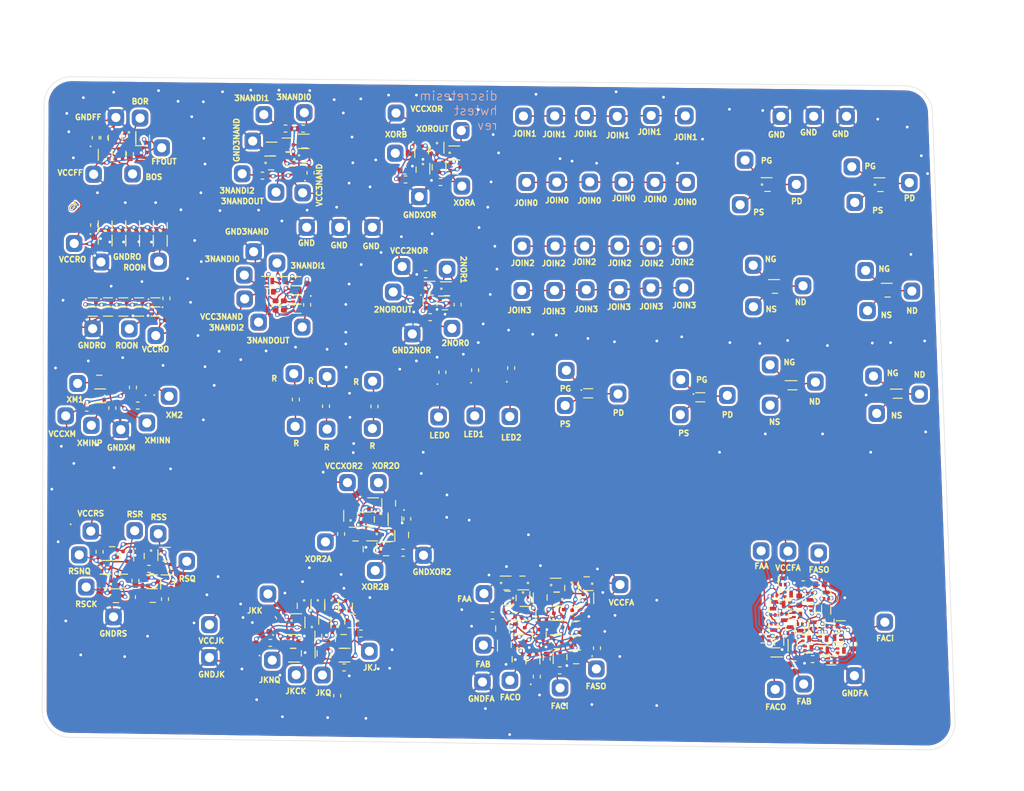
<source format=kicad_pcb>
(kicad_pcb (version 20241229) (generator "pcbnew") (generator_version "9.0")
  (layers (0 "F.Cu" signal) (2 "B.Cu" signal) (13 "F.Paste" user) (15 "B.Paste" user) (5 "F.SilkS" user "F.Silkscreen") (7 "B.SilkS" user "B.Silkscreen") (1 "F.Mask" user) (3 "B.Mask" user) (25 "Edge.Cuts" user))
  (net 0 "")
  (net 1 "Net-(D1-K)")
  (net 2 "VDD")
  (net 3 "B0NQ")
  (net 4 "GND")
  (net 5 "B0S")
  (net 6 "B0Q")
  (net 7 "B0R")
  (net 8 "Net-(N3-D)")
  (net 9 "Net-(D2-K)")
  (net 10 "Net-(N4-G)")
  (net 11 "Net-(N4-D)")
  (net 12 "Net-(N5-D)")
  (net 13 "Net-(N6-D)")
  (net 14 "Net-(N7-D)")
  (net 15 "Net-(D3-K)")
  (net 16 "Net-(N10-G)")
  (net 17 "Net-(N13-D)")
  (net 18 "Net-(N10-D)")
  (net 19 "Net-(N11-D)")
  (net 20 "Net-(N12-D)")
  (net 21 "Net-(N14-G)")
  (net 22 "Net-(N14-S)")
  (net 23 "Net-(N14-D)")
  (net 24 "Net-(N15-S)")
  (net 25 "Net-(N15-G)")
  (net 26 "Net-(N16-G)")
  (net 27 "Net-(N17-D)")
  (net 28 "Net-(N18-S)")
  (net 29 "Net-(D4-K)")
  (net 30 "Net-(D5-K)")
  (net 31 "Net-(N17-G)")
  (net 32 "Net-(N17-S)")
  (net 33 "Net-(N18-G)")
  (net 34 "Net-(N19-G)")
  (net 35 "Net-(D6-K)")
  (net 36 "Net-(N20-G)")
  (net 37 "Net-(N20-D)")
  (net 38 "Net-(N21-G)")
  (net 39 "Net-(P20-S)")
  (net 40 "Net-(N22-D)")
  (net 41 "Net-(N22-G)")
  (net 42 "Net-(N23-G)")
  (net 43 "Net-(N23-D)")
  (net 44 "Net-(N24-G)")
  (net 45 "Net-(N24-D)")
  (net 46 "Net-(P24-G)")
  (net 47 "Net-(D7-K)")
  (net 48 "Net-(D9-A)")
  (net 49 "Net-(D9-K)")
  (net 50 "Net-(D8-K)")
  (net 51 "Net-(D10-K)")
  (net 52 "Net-(D10-A)")
  (net 53 "Net-(D11-A)")
  (net 54 "Net-(D11-K)")
  (net 55 "Net-(D12-K)")
  (net 56 "Net-(D12-A)")
  (net 57 "Net-(N26-S)")
  (net 58 "Net-(N26-D)")
  (net 59 "Net-(N26-G)")
  (net 60 "Net-(N27-S)")
  (net 61 "Net-(N27-G)")
  (net 62 "Net-(N27-D)")
  (net 63 "Net-(N28-G)")
  (net 64 "Net-(N28-D)")
  (net 65 "Net-(N28-S)")
  (net 66 "Net-(N29-D)")
  (net 67 "Net-(N29-G)")
  (net 68 "Net-(N29-S)")
  (net 69 "Net-(P26-G)")
  (net 70 "Net-(P26-D)")
  (net 71 "Net-(P26-S)")
  (net 72 "Net-(P27-S)")
  (net 73 "Net-(P27-G)")
  (net 74 "Net-(P27-D)")
  (net 75 "Net-(P28-G)")
  (net 76 "Net-(P28-D)")
  (net 77 "Net-(P28-S)")
  (net 78 "Net-(P29-S)")
  (net 79 "Net-(P29-D)")
  (net 80 "Net-(P29-G)")
  (net 81 "Net-(R27-Pad1)")
  (net 82 "Net-(R27-Pad2)")
  (net 83 "Net-(R28-Pad1)")
  (net 84 "Net-(R28-Pad2)")
  (net 85 "Net-(R29-Pad1)")
  (net 86 "Net-(R29-Pad2)")
  (net 87 "Net-(TP55-Pad1)")
  (net 88 "Net-(TP61-Pad1)")
  (net 89 "Net-(TP85-Pad1)")
  (net 90 "Net-(TP91-Pad1)")
  (net 91 "Net-(N35-G)")
  (net 92 "Net-(N35-S)")
  (net 93 "Net-(N35-D)")
  (net 94 "Net-(N36-G)")
  (net 95 "Net-(N37-G)")
  (net 96 "Net-(N39-S)")
  (net 97 "Net-(N39-G)")
  (net 98 "Net-(P35-D)")
  (net 99 "Net-(P37-S)")
  (net 100 "Net-(D13-K)")
  (net 101 "Net-(D16-K)")
  (net 102 "Net-(N45-S)")
  (net 103 "Net-(N45-G)")
  (net 104 "Net-(N46-G)")
  (net 105 "Net-(N46-S)")
  (net 106 "Net-(N48-S)")
  (net 107 "Net-(N48-G)")
  (net 108 "Net-(N49-S)")
  (net 109 "Net-(P44-D)")
  (net 110 "Net-(P47-D)")
  (net 111 "Net-(D13-A)")
  (net 112 "Net-(D14-A)")
  (net 113 "Net-(D15-A)")
  (net 114 "Net-(D16-A)")
  (net 115 "Net-(D17-K)")
  (net 116 "COUT")
  (net 117 "Net-(D18-K)")
  (net 118 "SOUT")
  (net 119 "Net-(N30-D)")
  (net 120 "Net-(N30-S)")
  (net 121 "Net-(N31-S)")
  (net 122 "Net-(N33-S)")
  (net 123 "X")
  (net 124 "Net-(N51-S)")
  (net 125 "Net-(N52-S)")
  (net 126 "Net-(P30-D)")
  (net 127 "Net-(P31-D)")
  (net 128 "Net-(P41-S)")
  (net 129 "Net-(P42-S)")
  (net 130 "Net-(P43-S)")
  (net 131 "FACi")
  (net 132 "FAB")
  (net 133 "FAA")
  (net 134 "Net-(D19-K)")
  (net 135 "Net-(D19-A)")
  (net 136 "Net-(N58-G)")
  (net 137 "Net-(N58-S)")
  (net 138 "Net-(N59-S)")
  (net 139 "Net-(N59-G)")
  (net 140 "Net-(N60-G)")
  (net 141 "Net-(N61-G)")
  (net 142 "Net-(P58-D)")
  (net 143 "Net-(D20-K)")
  (net 144 "Net-(D21-K)")
  (net 145 "Net-(N64-D)")
  (net 146 "Net-(N68-S)")
  (net 147 "Net-(N70-D)")
  (net 148 "Net-(N70-S)")
  (net 149 "Net-(N71-S)")
  (net 150 "Net-(N73-D)")
  (net 151 "Net-(P64-D)")
  (net 152 "Net-(P65-D)")
  (net 153 "Net-(P70-D)")
  (net 154 "Net-(P73-D)")
  (net 155 "Net-(P74-D)")
  (net 156 "COUTs")
  (net 157 "SOUTs")
  (net 158 "FABs")
  (net 159 "FACis")
  (net 160 "Xs")
  (net 161 "FAAs")
  (footprint "cnhardware:TPTHRU" (layer "F.Cu") (at 71.97 31.1)
    (property "Reference" "TP39" (hide yes))
    (property "Value" "GNDXOR")
  )
  (footprint "cnhardware:SOT-723-COMPACTP" (layer "F.Cu") (at 44.3 70.13)
    (property "Reference" "P36" (hide yes))
    (property "Value" "RZM001P02T2L" (hide yes))
  )
  (footprint "cnhardware:TPTHRU" (layer "F.Cu") (at 97.25 36.5)
    (property "Reference" "TP87" (hide yes))
    (property "Value" "JOIN2")
  )
  (footprint "cnhardware:SOT-723-COMPACT" (layer "F.Cu") (at 68.63 64.575 90)
    (property "Reference" "N58" (hide yes))
    (property "Value" "2SK3541" (hide yes))
  )
  (footprint "cnhardware:TPTHRU" (layer "F.Cu") (at 38.85 22.455)
    (property "Reference" "TP6" (hide yes))
    (property "Value" "GNDFF")
  )
  (footprint "cnhardware:TPTHRU" (layer "F.Cu") (at 97.26 41.06)
    (property "Reference" "TP93" (hide yes))
    (property "Value" "JOIN3")
  )
  (footprint "cnhardware:DFN1006-3-NCH" (layer "F.Cu") (at 37.98 43.64)
    (property "Reference" "N10")
    (property "Value" "NX7002BKMB315" (hide yes))
  )
  (footprint "cnhardware:SOT-723-COMPACTP" (layer "F.Cu") (at 59.445 26.595)
    (property "Reference" "P14" (hide yes))
    (property "Value" "RZM001P02T2L" (hide yes))
  )
  (footprint "cnhardware:LED_0402_1005Metric_COMPACT" (layer "F.Cu") (at 36.47 36.0125 -90)
    (property "Reference" "D2" (hide yes))
    (property "Value" "LED" (hide yes))
  )
  (footprint "cnhardware:TPTHRU" (layer "F.Cu") (at 43.2 46.26)
    (property "Reference" "TP10" (hide yes))
    (property "Value" "VCCRO")
  )
  (footprint "cnhardware:DFN1006-3-NCH" (layer "F.Cu") (at 116.75 77.7 90)
    (property "Reference" "N70")
    (property "Value" "2SK3541" (hide yes))
  )
  (footprint "cnhardware:R_0402_1005Metric_COMPACT" (layer "F.Cu") (at 63.01 85.58 90)
    (property "Reference" "R36" (hide yes))
    (property "Value" "1k" (hide yes))
  )
  (footprint "cnhardware:R_0402_1005Metric_COMPACT" (layer "F.Cu") (at 40.99 73.01 -90)
    (property "Reference" "R34" (hide yes))
    (property "Value" "1k" (hide yes))
  )
  (footprint "cnhardware:TPTHRU" (layer "F.Cu") (at 101.15 29.54)
    (property "Reference" "TP59" (hide yes))
    (property "Value" "JOIN0")
  )
  (footprint "cnhardware:TPTHRU" (layer "F.Cu") (at 40.32 45.53)
    (property "Reference" "TP11" (hide yes))
    (property "Value" "ROON")
  )
  (footprint "cnhardware:TPTHRU" (layer "F.Cu") (at 86.799001 36.5)
    (property "Reference" "TP88" (hide yes))
    (property "Value" "JOIN2")
  )
  (footprint "cnhardware:DFN1006-3-PCH" (layer "F.Cu") (at 109.77 79.3225 180)
    (property "Reference" "P64")
    (property "Value" "RZM001P02T2L" (hide yes))
  )
  (footprint "cnhardware:TPTHRU" (layer "F.Cu") (at 90.11 22.24)
    (property "Reference" "TP63" (hide yes))
    (property "Value" "JOIN1")
  )
  (footprint "cnhardware:R_0402_1005Metric_COMPACT" (layer "F.Cu") (at 57.19 42.98 -90)
    (property "Reference" "R13" (hide yes))
    (property "Value" "1k" (hide yes))
  )
  (footprint "cnhardware:DFN1006-3-PCH" (layer "F.Cu") (at 43.17 42.64)
    (property "Reference" "P13")
    (property "Value" "BSS84KNC" (hide yes))
  )
  (footprint "cnhardware:TPTHRU" (layer "F.Cu") (at 75.5425 45.4775)
    (property "Reference" "TP25" (hide yes))
    (property "Value" "2NOR0")
  )
  (footprint "cnhardware:LED_0402_1005Metric_COMPACT" (layer "F.Cu") (at 90.44 80.4 90)
    (property "Reference" "D18" (hide yes))
    (property "Value" "LED" (hide yes))
  )
  (footprint "cnhardware:SOT-723-COMPACTP" (layer "F.Cu") (at 74.985 41.1475)
    (property "Reference" "P20" (hide yes))
    (property "Value" "RZM001P02T2L" (hide yes))
  )
  (footprint "cnhardware:TPTHRU" (layer "F.Cu") (at 52.91 42.26)
    (property "Reference" "TP22" (hide yes))
    (property "Value" "VCC3NAND")
  )
  (footprint "cnhardware:LED_0402_1005Metric_COMPACT" (layer "F.Cu") (at 74.3425 52.4125 -90)
    (property "Reference" "D10" (hide yes))
    (property "Value" "LED" (hide yes))
  )
  (footprint "cnhardware:DFN1006-3-NCH" (layer "F.Cu") (at 58.57 40.325)
    (property "Reference" "N17")
    (property "Value" "NX7002BKMB315" (hide yes))
  )
  (footprint "cnhardware:SOT-723-COMPACTP" (layer "F.Cu") (at 37.68 34.22 90)
    (property "Reference" "P8" (hide yes))
    (property "Value" "RZM001P02T2L" (hide yes))
  )
  (footprint "cnhardware:TPTHRU" (layer "F.Cu") (at 83.209001 36.5)
    (property "Reference" "TP85" (hide yes))
    (property "Value" "JOIN2")
  )
  (footprint "cnhardware:TPTHRU" (layer "F.Cu") (at 40.67 28.615)
    (property "Reference" "TP1" (hide yes))
    (property "Value" "BOS")
  )
  (footprint "cnhardware:R_0402_1005Metric_COMPACT" (layer "F.Cu") (at 112.95 82.16)
    (property "Reference" "R51" (hide yes))
    (property "Value" "1k" (hide yes))
  )
  (footprint "cnhardware:TPTHRU" (layer "F.Cu") (at 66.52 80.72)
    (property "Reference" "TP114" (hide yes))
    (property "Value" "JKJ")
  )
  (footprint "cnhardware:SOT-723-COMPACTP" (layer "F.Cu") (at 64.68 77.4 180)
    (property "Reference" "P49" (hide yes))
    (property "Value" "RZM001P02T2L" (hide yes))
  )
  (footprint "cnhardware:DFN1006-3-PCH" (layer "F.Cu") (at 111.67 73.1 90)
    (property "Reference" "P71")
    (property "Value" "RZM001P02T2L" (hide yes))
  )
  (footprint "cnhardware:SOT-723-COMPACTP" (layer "F.Cu") (at 90.26 75.04 -90)
    (property "Reference" "P52" (hide yes))
    (property "Value" "RZM001P02T2L" (hide yes))
  )
  (footprint "cnhardware:TPTHRU" (layer "F.Cu") (at 64.13 62.315)
    (property "Reference" "TP127" (hide yes))
    (property "Value" "VCCXOR2")
  )
  (footprint "cnhardware:SOT-723-COMPACT" (layer "F.Cu") (at 37.035 51.34 180)
    (property "Reference" "N23" (hide yes))
    (property "Value" "2SK3541" (hide yes))
  )
  (footprint "cnhardware:TPTHRU" (layer "F.Cu") (at 71.2125 46.0875)
    (property "Reference" "TP28" (hide yes))
    (property "Value" "GND2NOR")
  )
  (footprint "cnhardware:TPTHRU" (layer "F.Cu") (at 120.695 39.16)
    (property "Reference" "TP70" (hide yes))
    (property "Value" "NG")
  )
  (footprint "cnhardware:SOT-723-COMPACT" (layer "F.Cu") (at 110.8 40.9)
    (property "Reference" "N26" (hide yes))
    (property "Value" "2SK3541" (hide yes))
  )
  (footprint "cnhardware:DFN1006-3-NCH" (layer "F.Cu") (at 55.57 40.305)
    (property "Reference" "N19")
    (property "Value" "NX7002BKMB315" (hide yes))
  )
  (footprint "cnhardware:LED_0402_1005Metric_COMPACT" (layer "F.Cu") (at 111.01 81.8925 180)
    (property "Reference" "D20" (hide yes))
    (property "Value" "LED" (hide yes))
  )
  (footprint "cnhardware:SOT-723-COMPACT" (layer "F.Cu") (at 74.775 42.6975)
    (property "Reference" "N20" (hide yes))
    (property "Value" "2SK3541" (hide yes))
  )
  (footprint "cnhardware:SOT-723-COMPACT" (layer "F.Cu") (at 83.66 76.58)
    (property "Reference" "N52" (hide yes))
    (property "Value" "2SK3541" (hide yes))
  )
  (footprint "cnhardware:TPTHRU" (layer "F.Cu") (at 46.59 70.91)
    (property "Reference" "TP107" (hide yes))
    (property "Value" "RSQ")
  )
  (footprint "cnhardware:TPTHRU" (layer "F.Cu") (at 86.76 22.28)
    (property "Reference" "TP65" (hide yes))
    (property "Value" "JOIN1")
  )
  (footprint "cnhardware:SOT-723-COMPACTP" (layer "F.Cu") (at 67.81 66.325 -90)
    (property "Reference" "P58" (hide yes))
    (property "Value" "RZM001P02T2L" (hide yes))
  )
  (footprint "cnhardware:DFN1006-3-NCH" (layer "F.Cu") (at 116.39 76.19 90)
    (property "Reference" "N76")
    (property "Value" "2SK3541" (hide yes))
  )
  (footprint "cnhardware:TPTHRU" (layer "F.Cu") (at 43.47 67.9)
    (property "Reference" "TP109" (hide yes))
    (property "Value" "RSS")
  )
  (footprint "cnhardware:TPTHRU" (layer "F.Cu") (at 109.29 69.76)
    (property "Reference" "TP131" (hide yes))
    (property "Value" "FAA")
  )
  (footprint "cnhardware:LED_0402_1005Metric_COMPACT" (layer "F.Cu") (at 78.0225 52.2625 -90)
    (property "Reference" "D11" (hide yes))
    (property "Value" "LED" (hide yes))
  )
  (footprint "cnhardware:SOT-723-COMPACT" (layer "F.Cu") (at 42.18 36.0125 -90)
    (property "Reference" "N6" (hide yes))
    (property "Value" "2SK3541" (hide yes))
  )
  (footprint "cnhardware:DFN1006-3-NCH" (layer "F.Cu") (at 114.98 77.91 90)
    (property "Reference" "N74")
    (property "Value" "2SK3541" (hide yes))
  )
  (footprint "cnhardware:DFN1006-3-NCH" (layer "F.Cu") (at 112.7175 51.685)
    (property "Reference" "N28")
    (property "Value" "NX7002BKMB315" (hide yes))
  )
  (footprint "cnhardware:R_0402_1005Metric_COMPACT" (layer "F.Cu") (at 56.28 42.98 90)
    (property "Reference" "R11" (hide yes))
    (property "Value" "1k" (hide yes))
  )
  (footprint "cnhardware:TPTHRU" (layer "F.Cu") (at 115.03 22.33)
    (property "Reference" "TP99" (hide yes))
    (property "Value" "GND")
  )
  (footprint "cnhardware:SOT-723-COMPACT" (layer "F.Cu") (at 39.18 36.0025 -90)
    (property "Reference" "N4" (hide yes))
    (property "Value" "2SK3541" (hide yes))
  )
  (footprint "cnhardware:SOT-723-COMPACTP" (layer "F.Cu") (at 84.39 81.605 -90)
    (property "Reference" "P57" (hide yes))
    (property "Value" "RZM001P02T2L" (hide yes))
  )
  (footprint "cnhardware:TPTHRU" (layer "F.Cu") (at 52.64 28.6)
    (property "Reference" "TP15" (hide yes))
    (property "Value" "3NANDI2")
  )
  (footprint "cnhardware:TPTHRU" (layer "F.Cu") (at 115.58 69.99)
    (property "Reference" "TP133" (hide yes))
    (property "Value" "FASO")
  )
  (footprint "cnhardware:DFN1006-3-NCH" (layer "F.Cu") (at 43.17 43.64)
    (property "Reference" "N13")
    (property "Value" "NX7002BKMB315" (hide yes))
  )
  (footprint "cnhardware:LED_0402_1005Metric_COMPACT" (layer "F.Cu") (at 44.34 44.015 -90)
    (property "Reference" "D3" (hide yes))
    (property "Value" "LED" (hide yes))
  )
  (footprint "cnhardware:TPTHRU" (layer "F.Cu") (at 33.3725 55.03)
    (property "Reference" "TP35" (hide yes))
    (property "Value" "VCCXM")
  )
  (footprint "cnhardware:SOT-723-COMPACTP" (layer "F.Cu") (at 59.4 75.77 -90)
    (property "Reference" "P45" (hide yes))
    (property "Value" "RZM001P02T2L" (hide yes))
  )
  (footprint "cnhardware:DFN1006-3-NCH" (layer "F.Cu") (at 117.9775 80.65)
    (property "Reference" "N64")
    (property "Value" "2SK3541" (hide yes))
  )
  (footprint "cnhardware:DFN1006-3-NCH" (layer "F.Cu") (at 57.07 40.315)
    (property "Reference" "N18")
    (property "Value" "NX7002BKMB315" (hide yes))
  )
  (footprint "cnhardware:LED_0402_1005Metric_COMPACT" (layer "F.Cu") (at 72.1425 24.72)
    (property "Reference" "D8" (hide yes))
    (property "Value" "LED" (hide yes))
  )
  (footprint "cnhardware:R_0402_1005Metric_COMPACT" (layer "F.Cu") (at 54.85 28.805 180)
    (property "Reference" "R9" (hide yes))
    (property "Value" "1k" (hide yes))
  )
  (footprint "cnhardware:SOT-723-COMPACT" (layer "F.Cu") (at 87.075 78.1)
    (property "Reference" "N41" (hide yes))
    (property "Value" "2SK3541" (hide yes))
  )
  (footprint "cnhardware:TPTHRU" (layer "F.Cu") (at 125.47 29.57)
    (property "Reference" "TP69" (hide yes))
    (property "Value" "PD")
  )
  (footprint "cnhardware:R_0402_1005Metric_COMPACT" (layer "F.Cu") (at 114.91 81.5825 180)
    (property "Reference" "R50" (hide yes))
    (property "Value" "1k" (hide yes))
  )
  (footprint "cnhardware:TPTHRU" (layer "F.Cu") (at 91.3 82.65)
    (property "Reference" "TP118" (hide yes))
    (property "Value" "FASO")
  )
  (footprint "cnhardware:TPTHRU" (layer "F.Cu") (at 81.87 83.9)
    (property "Reference" "TP117" (hide yes))
    (property "Value" "FACO")
  )
  (footprint "cnhardware:SOT-723-COMPACT" (layer "F.Cu") (at 81.26 80.01 90)
    (property "Reference" "N54" (hide yes))
    (property "Value" "2SK3541" (hide yes))
  )
  (footprint "cnhardware:TPTHRU" (layer "F.Cu") (at 49.06 77.82)
    (property "Reference" "TP115" (hide yes))
    (property "Value" "VCCJK")
  )
  (footprint "cnhardware:SOT-723-COMPACTP" (layer "F.Cu") (at 89.09 79.81)
    (property "Reference" "P56" (hide yes))
    (property "Value" "RZM001P02T2L" (hide yes))
  )
  (footprint "cnhardware:DFN1006-3-PCH" (layer "F.Cu") (at 111.805 76.9825 -90)
    (property "Reference" "P68")
    (property "Value" "RZM001P02T2L" (hide yes))
  )
  (footprint "cnhardware:TPTHRU" (layer "F.Cu") (at 101.02 22.28)
    (property "Reference" "TP64" (hide yes))
    (property "Value" "JOIN1")
  )
  (footprint "cnhardware:DFN1006-3-NCH" (layer "F.Cu") (at 112.73 79.93 90)
    (property "Reference" "N69")
    (property "Value" "2SK3541" (hide yes))
  )
  (footprint "cnhardware:SOT-723-COMPACTP" (layer "F.Cu") (at 40.68 34.23 90)
    (property "Reference" "P5" (hide yes))
    (property "Value" "RZM001P02T2L" (hide yes))
  )
  (footprint "cnhardware:TPTHRU" (layer "F.Cu") (at 107.54 27.12)
    (property "Reference" "TP44" (hide yes))
    (property "Value" "PG")
  )
  (footprint "cnhardware:R_0402_1005Metric_COMPACT" (layer "F.Cu") (at 37.58 24.67 90)
    (property "Reference" "R1" (hide yes))
    (property "Value" "1k" (hide yes))
  )
  (footprint "cnhardware:SOT-723-COMPACT" (layer "F.Cu") (at 55.955 25.895)
    (property "Reference" "N16" (hide yes))
    (property "Value" "2SK3541" (hide yes))
  )
  (footprint "cnhardware:TPTHRU" (layer "F.Cu") (at 87.34 84.73)
    (property "Reference" "TP119" (hide yes))
    (property "Value" "FACi")
  )
  (footprint "cnhardware:DFN1006-3-PCH" (layer "F.Cu") (at 115.1 76.045)
    (property "Reference" "P75")
    (property "Value" "RZM001P02T2L" (hide yes))
  )
  (footprint "cnhardware:SOT-723-COMPACTP" (layer "F.Cu") (at 42.18 34.255 90)
    (property "Reference" "P6" (hide yes))
    (property "Value" "RZM001P02T2L" (hide yes))
  )
  (footprint "cnhardware:TPTHRU" (layer "F.Cu") (at 97.29 22.24)
    (property "Reference" "TP61" (hide yes))
    (property "Value" "JOIN1")
  )
  (footprint "cnhardware:TPTHRU" (layer "F.Cu") (at 37.22 38.236194)
    (property "Reference" "TP7" (hide yes))
    (property "Value" "GNDRO")
  )
  (footprint "cnhardware:DFN1006-3-PCH" (layer "F.Cu") (at 113.54 78.1225 -90)
    (property "Reference" "P66")
    (property "Value" "RZM001P02T2L" (hide yes))
  )
  (footprint "cnhardware:SOT-723-COMPACTP" (layer "F.Cu") (at 37.04 52.84 180)
    (property "Reference" "P24" (hide yes))
    (property "Value" "RZM001P02T2L" (hide yes))
  )
  (footprint "cnhardware:SOT-723-COMPACTP" (layer "F.Cu") (at 89.2 76.66)
    (property "Reference" "P43" (hide yes))
    (property "Value" "RZM001P02T2L" (hide yes))
  )
  (footprint "cnhardware:SOT-723-COMPACT" (layer "F.Cu") (at 69.32 66.315 90)
    (property "Reference" "N60" (hide yes))
    (property "Value" "2SK3541" (hide yes))
  )
  (footprint "cnhardware:SOT-723-COMPACTP" (layer "F.Cu") (at 86.965 73.5)
    (property "Reference" "P55" (hide yes))
    (property "Value" "RZM001P02T2L" (hide yes))
  )
  (footprint "cnhardware:TPTHRU" (layer "F.Cu") (at 34.6725 51.49)
    (property "Reference" "TP30" (hide yes))
    (property "Value" "XM1")
  )
  (footprint "cnhardware:TPTHRU" (layer "F.Cu") (at 58.53 83.29)
    (property "Reference" "TP103" (hide yes))
    (property "Value" "JKCK")
  )
  (footprint "cnhardware:TPTHRU" (layer "F.Cu") (at 90.029 36.5)
    (property "Reference" "TP86" (hide yes))
    (property "Value" "JOIN2")
  )
  (footprint "cnhardware:TPTHRU" (layer "F.Cu") (at 59.2 45.34)
    (property "Reference" "TP21" (hide yes))
    (property "Value" "3NANDOUT")
  )
  (footprint "cnhardware:TPTHRU" (layer "F.Cu") (at 53.89 37.11)
    (property "Reference" "TP23" (hide yes))
    (property "Value" "GND3NAND")
  )
  (footprint "cnhardware:SOT-723-COMPACTP" (layer "F.Cu") (at 40.28 24.68 -90)
    (property "Reference" "P2" (hide yes))
    (property "Value" "RZM001P02T2L" (hide yes))
  )
  (footprint "cnhardware:LED_0402_1005Metric_COMPACT" (layer "F.Cu") (at 81.9325 52.1625 -90)
    (property "Reference" "D12" (hide yes))
    (property "Value" "LED" (hide yes))
  )
  (footprint "cnhardware:TPTHRU" (layer "F.Cu") (at 113.865 40.83)
    (property "Reference" "TP46" (hide yes))
    (property "Value" "ND")
  )
  (footprint "cnhardware:SOT-723-COMPACTP" (layer "F.Cu") (at 55.8 27.415)
    (property "Reference" "P16" (hide yes))
    (property "Value" "RZM001P02T2L" (hide yes))
  )
  (footprint "cnhardware:TPTHRU" (layer "F.Cu") (at 93.89 73.45)
    (property "Reference" "TP122" (hide yes))
    (property "Value" "VCCFA")
  )
  (footprint "cnhardware:R_0402_1005Metric_COMPACT" (layer "F.Cu") (at 113.45 75.2 90)
    (property "Reference" "R49" (hide yes))
    (property "Value" "1k" (hide yes))
  )
  (footprint "cnhardware:SOT-723-COMPACT" (layer "F.Cu") (at 42.89 73.14)
    (property "Reference" "N38" (hide yes))
    (property "Value" "2SK3541" (hide yes))
  )
  (footprint "cnhardware:TPTHRU" (layer "F.Cu") (at 54.43 44.8)
    (property "Reference" "TP20" (hide yes))
    (property "Value" "3NANDI2")
  )
  (footprint "cnhardware:TPTHRU" (layer "F.Cu") (at 83.15 41.34)
    (property "Reference" "TP91" (hide yes))
    (property "Value" "JOIN3")
  )
  (footprint "cnhardware:SOT-723-COMPACT" (layer "F.Cu") (at 66.6 69.575 -90)
    (property "Reference" "N61" (hide yes))
    (property "Value" "2SK3541" (hide yes))
  )
  (footprint "cnhardware:TPTHRU" (layer "F.Cu") (at 74.0725 55.1475)
    (property "Reference" "TP40" (hide yes))
    (property "Value" "LED0")
  )
  (footprint "cnhardware:TPTHRU" (layer "F.Cu") (at 66.88 51.24 90)
    (property "Reference" "TP50" (hide yes))
    (property "Value" "R")
  )
  (footprint "cnhardware:SOT-723-COMPACTP" (layer "F.Cu") (at 83.235 73.27 180)
    (property "Reference" "P33" (hide yes))
    (property "Value" "RZM001P02T2L" (hide yes))
  )
  (footprint "cnhardware:R_0402_1005Metric_COMPACT" (layer "F.Cu") (at 44.37 42.2 90)
    (property "Reference" "R5" (hide yes))
    (property "Value" "1k" (hide yes))
  )
  (footprint "cnhardware:SOT-723-COMPACT" (layer "F.Cu") (at 123.1 41.31)
    (property "Reference" "N27" (hide yes))
    (property "Value" "2SK3541" (hide yes))
  )
  (footprint "cnhardware:TPTHRU" (layer "F.Cu") (at 125.745 41.41)
    (property "Reference" "TP71" (hide yes))
    (property "Value" "ND")
  )
  (footprint "cnhardware:TPTHRU" (layer "F.Cu") (at 119.47 83.39)
    (property "Reference" "TP135" (hide yes))
    (property "Value" "GNDFA")
  )
  (footprint "cnhardware:TPTHRU" (layer "F.Cu") (at 61.91 56.48)
    (property "Reference" "TP52" (hide yes))
    (property "Value" "R")
  )
  (footprint "cnhardware:SOT-723-COMPACT" (layer "F.Cu") (at 58.2 81.15 180)
    (property "Reference" "N46" (hide yes))
    (property "Value" "2SK3541" (hide yes))
  )
  (footprint "cnhardware:R_0402_1005Metric_COMPACT" (layer "F.Cu") (at 40.38 26.43 -90)
    (property "Reference" "R2" (hide yes))
    (property "Value" "1k" (hide yes))
  )
  (footprint "cnhardware:SOT-723-COMPACTP" (layer "F.Cu") (at 83.29 74.91 -90)
    (property "Reference" "P31" (hide yes))
    (property "Value" "RZM001P02T2L" (hide yes))
  )
  (footprint "cnhardware:TPTHRU" (layer "F.Cu") (at 76.62 29.9525)
    (property "Reference" "TP34" (hide yes))
    (property "Value" "XORA")
  )
  (footprint "cnhardware:TPTHRU" (layer "F.Cu") (at 34.3 36.206194)
    (property "Reference" "TP8" (hide yes))
    (property "Value" "VCCRO")
  )
  (footprint "cnhardware:TPTHRU" (layer "F.Cu") (at 107 31.98)
    (property "Reference" "TP43" (hide yes))
    (property "Value" "PS")
  )
  (footprint "cnhardware:SOT-723-COMPACTP" (layer "F.Cu") (at 66.205 66.275)
    (property "Reference" "P62" (hide yes))
    (property "Value" "RZM001P02T2L" (hide yes))
  )
  (footprint "cnhardware:R_0402_1005Metric_COMPACT" (layer "F.Cu") (at 72.665 39.5675)
    (property "Reference" "R16" (hide yes))
    (property "Value" "1k" (hide yes))
  )
  (footprint "cnhardware:R_0402_1005Metric_COMPACT" (layer "F.Cu") (at 87.3 82.81)
    (property "Reference" "R40" (hide yes))
    (property "Value" "1k" (hide yes))
  )
  (footprint "cnhardware:SOT-723-COMPACTP" (layer "F.Cu") (at 57.725 27 180)
    (property "Reference" "P15" (hide yes))
    (property "Value" "RZM001P02T2L" (hide yes))
  )
  (footprint "cnhardware:SOT-723-COMPACT" (layer "F.Cu") (at 82.86 81.61 -90)
    (property "Reference" "N57" (hide yes))
    (property "Value" "2SK3541" (hide yes))
  )
  (footprint "cnhardware:R_0402_1005Metric_COMPACT" (layer "F.Cu") (at 59.29 23.675)
    (property "Reference" "R7" (hide yes))
    (property "Value" "1k" (hide yes))
  )
  (footprint "cnhardware:SOT-723-COMPACT" (layer "F.Cu") (at 87.2 76.57 180)
    (property "Reference" "N33" (hide yes))
    (property "Value" "2SK3541" (hide yes))
  )
  (footprint "cnhardware:LED_0402_1005Metric_COMPACT" (layer "F.Cu") (at 36.4825 26.4525 -90)
    (property "Reference" "D1" (hide yes))
    (property "Value" "LED" (hide yes))
  )
  (footprint "cnhardware:TPTHRU" (layer "F.Cu") (at 105.6 52.8)
    (property "Reference" "TP81" (hide yes))
    (property "Value" "PD")
  )
  (footprint "cnhardware:R_0402_1005Metric_COMPACT" (layer "F.Cu") (at 44.21 75.03 -90)
    (property "Reference" "R33" (hide yes))
    (property "Value" "1k" (hide yes))
  )
  (footprint "cnhardware:DFN1006-3-PCH" (layer "F.Cu") (at 110.635 78.0525 -90)
    (property "Reference" "P69")
    (property "Value" "RZM001P02T2L" (hide yes))
  )
  (footprint "cnhardware:TPTHRU" (layer "F.Cu") (at 67.16 71.906996)
    (property "Reference" "TP125" (hide yes))
    (property "Value" "XOR2B")
  )
  (footprint "cnhardware:DFN1006-3-PCH" (layer "F.Cu") (at 41.39 42.64)
    (property "Reference" "P12")
    (property "Value" "BSS84KNC" (hide yes))
  )
  (footprint "cnhardware:SOT-723-COMPACT" (layer "F.Cu") (at 42.88 74.64)
    (property "Reference" "N40" (hide yes))
    (property "Value" "2SK3541" (hide yes))
  )
  (footprint "cnhardware:R_0402_1005Metric_COMPACT" (layer "F.Cu") (at 74.4925 50.2675 90)
    (property "Reference" "R24" (hide yes))
    (property "Value" "1k" (hide yes))
  )
  (footprint "cnhardware:SOT-723-COMPACTP" (layer "F.Cu") (at 60.9 75.77 -90)
    (property "Reference" "P46" (hide yes))
    (property "Value" "RZM001P02T2L" (hide yes))
  )
  (footprint "cnhardware:DFN1006-3-NCH" (layer "F.Cu") (at 114.43 80.405)
    (property "Reference" "N75")
    (property "Value" "2SK3541" (hide yes))
  )
  (footprint "cnhardware:R_0402_1005Metric_COMPACT" (layer "F.Cu") (at 119.35 79.95 -90)
    (property "Reference" "R48" (hide yes))
    (property "Value" "1k" (hide yes))
  )
  (footprint "cnhardware:TPTHRU" (layer "F.Cu") (at 100.85 41.06)
    (property "Reference" "TP96" (hide yes))
    (property "Value" "JOIN3")
  )
  (footprint "cnhardware:DFN1006-3-NCH" (layer "F.Cu") (at 117.98 77.895 180)
    (property "Reference" "N66")
    (property "Value" "2SK3541" (hide yes))
  )
  (footprint "cnhardware:TPTHRU" (layer "F.Cu") (at 43.85 25.765)
    (property "Reference" "TP3" (hide yes))
    (property "Value" "FFOUT")
  )
  (footprint "cnhardware:TPTHRU" (layer "F.Cu") (at 100.47 54.9)
    (property "Reference" "TP80" (hide yes))
    (property "Value" "PS")
  )
  (footprint "cnhardware:TPTHRU" (layer "F.Cu") (at 63.27 34.45)
    (property "Reference" "TP100" (hide yes))
    (property "Value" "GND")
  )
  (footprint "cnhardware:TPTHRU" (layer "F.Cu") (at 38.59 76.97)
    (property "Reference" "TP111" (hide yes))
    (property "Value" "GNDRS")
  )
  (footprint "cnhardware:TPTHRU" (layer "F.Cu") (at 59.42 21.93)
    (property "Reference" "TP13" (hide yes))
    (property "Value" "3NANDI0")
  )
  (footprint "cnhardware:SOT-723-COMPACT" (layer "F.Cu") (at 87.34 81.365 90)
    (property "Reference" "N42" (hide yes))
    (property "Value" "2SK3541" (hide yes))
  )
  (footprint "cnhardware:DFN1006-3-NCH" (layer "F.Cu") (at 124.193699 52.605)
    (property "Reference" "N29")
    (property "Value" "NX7002BKMB315" (hide yes))
  )
  (footprint "cnhardware:DFN1006-3-PCH" (layer "F.Cu") (at 110.585 76.4225 90)
    (property "Reference" "P70")
    (property "Value" "RZM001P02T2L" (hide yes))
  )
  (footprint "cnhardware:SOT-723-COMPACT" (layer "F.Cu") (at 37.68 35.9875 -90)
    (property "Reference" "N8" (hide yes))
    (property "Value" "2SK3541" (hide yes))
  )
  (footprint "cnhardware:DFN1006-3-NCH" (layer "F.Cu") (at 117.65 79.25 180)
    (property "Reference" "N65")
    (property "Value" "2SK3541" (hide yes))
  )
  (footprint "cnhardware:SOT-723-COMPACTP" (layer "F.Cu") (at 44.29 71.64 180)
    (property "Reference" "P38" (hide yes))
    (property "Value" "RZM001P02T2L" (hide yes))
  )
  (footprint "cnhardware:TPTHRU" (layer "F.Cu") (at 67.51 62.315)
    (property "Reference" "TP126" (hide yes))
    (property "Value" "XOR2O")
  )
  (footprint "cnhardware:TPTHRU" (layer "F.Cu") (at 86.74 41.34)
    (property "Reference" "TP94" (hide yes))
    (property "Value" "JOIN3")
  )
  (footprint "cnhardware:DFN1006-3-NCH" (layer "F.Cu") (at 116.18 80.635)
    (property "Reference" "N77")
    (property "Value" "2SK3541" (hide yes))
  )
  (footprint "cnhardware:R_0402_1005Metric_COMPACT" (layer "F.Cu") (at 42.46 71.73)
    (property "Reference" "R32" (hide yes))
    (property "Value" "1k" (hide yes))
  )
  (footprint "cnhardware:SOT-723-COMPACT" (layer "F.Cu") (at 38.865 74.66)
    (property "Reference" "N36" (hide yes))
    (property "Value" "2SK3541" (hide yes))
  )
  (footprint "cnhardware:TPTHRU" (layer "F.Cu") (at 119.19 27.84)
    (property "Reference" "TP67" (hide yes))
    (property "Value" "PG")
  )
  (footprint "cnhardware:LED_0402_1005Metric_COMPACT" (layer "F.Cu") (at 54.13 80.35 90)
    (property "Reference" "D16" (hide yes))
    (property "Value" "LED" (hide yes))
  )
  (footprint "cnhardware:SOT-723-COMPACTP" (layer "F.Cu") (at 75.895 26.3125)
    (property "Reference" "P25" (hide yes))
    (property "Value" "RZM001P02T2L" (hide yes))
  )
  (footprint "cnhardware:TPTHRU" (layer "F.Cu") (at 59.68 34.45)
    (property "Reference" "TP98" (hide yes))
    (property "Value" "GND")
  )
  (footprint "cnhardware:LED_0402_1005Metric_COMPACT" (layer "F.Cu") (at 34.31 67.72 -90)
    (property "Reference" "D14" (hide yes))
    (property "Value" "LED" (hide yes))
  )
  (footprint "cnhardware:DFN1006-3-PCH" (layer "F.Cu") (at 58.57 41.325)
    (property "Reference" "P17")
    (property "Value" "BSS84KNC" (hide yes))
  )
  (footprint "cnhardware:SOT-723-COMPACTP" (layer "F.Cu") (at 38.44 70.06 180)
    (property "Reference" "P40" (hide yes))
    (property "Value" "RZM001P02T2L" (hide yes))
  )
  (footprint "cnhardware:TPTHRU" (layer "F.Cu") (at 97.7 29.54)
    (property "Reference" "TP55" (hide yes))
    (property "Value" "JOIN0")
  )
  (footprint "cnhardware:DFN1006-3-NCH" (layer "F.Cu") (at 112.47 78.435 90)
    (property "Reference" "N68")
    (property "Value" "2SK3541" (hide yes))
  )
  (footprint "cnhardware:SOT-723-COMPACTP" (layer "F.Cu") (at 62.41 75.77 -90)
    (property "Reference" "P47" (hide yes))
    (property "Value" "RZM001P02T2L" (hide yes))
  )
  (footprint "cnhardware:TPTHRU" (layer "F.Cu") (at 108.425 38.59)
    (property "Reference" "TP48" (hide yes))
    (property "Value" "NG")
  )
  (footprint "cnhardware:R_0402_1005Metric_COMPACT" (layer "F.Cu") (at 40.7125 51.93 90)
    (property "Reference" "R19" (hide yes))
    (property "Value" "1k" (hide yes))
  )
  (footprint "cnhardware:DFN1006-3-NCH" (layer "F.Cu") (at 116.95 81.73)
    (property "Reference" "N73")
    (property "Value" "2SK3541" (hide yes))
  )
  (footprint "cnhardware:TPTHRU" (layer "F.Cu") (at 55 22.14)
    (property "Reference" "TP14" (hide yes))
    (property "Value" "3NANDI1")
  )
  (footprint "cnhardware:TPTHRU" (layer "F.Cu") (at 69.1225 41.5075)
    (property "Reference" "TP26" (hide yes))
    (property "Value" "2NOROUT")
  )
  (footprint "cnhardware:SOT-723-COMPACT" (layer "F.Cu") (at 43.7 36.0225 -90)
    (property "Reference" "N7" (hide yes))
    (property "Value" "2SK3541" (hide yes))
  )
  (footprint "cnhardware:TPTHRU" (layer "F.Cu") (at 83.34 22.31)
    (property "Reference" "TP66" (hide yes))
    (property "Value" "JOIN1")
  )
  (footprint "cnhardware:SOT-723-COMPACT" (layer "F.Cu") (at 39.18 26.43 90)
    (property "Reference" "N1" (hide yes))
    (property "Value" "2SK3541" (hide yes))
  )
  (footprint "cnhardware:TPTHRU" (layer "F.Cu") (at 36.31 45.51)
    (property "Reference" "TP9" (hide yes))
    (property "Value" "GNDRO")
  )
  (footprint "cnhardware:SOT-723-COMPACTP" (layer "F.Cu") (at 66.73 67.925 180)
    (property "Reference" "P60" (hide yes))
    (property "Value" "RZM001P02T2L" (hide yes))
  )
  (footprint "cnhardware:TPTHRU" (layer "F.Cu") (at 90.59 29.49)
    (property "Reference" "TP58" (hide yes))
    (property "Value" "JOIN0")
  )
  (footprint "cnhardware:R_0402_1005Metric_COMPACT" (layer "F.Cu") (at 84.8 83.49 90)
    (property "Reference" "R43" (hide yes))
    (property "Value" "1k" (hide yes))
  )
  (footprint "cnhardware:TPTHRU" (layer "F.Cu") (at 35.61 73.72)
    (property "Reference" "TP110" (hide yes))
    (property "Value" "RSCK")
  )
  (footprint "cnhardware:TPTHRU" (layer "F.Cu") (at 110.83 84.89)
    (property "Reference" "TP132" (hide yes))
    (property "Value" "FACO")
  )
  (footprint "cnhardware:TPTHRU" (layer "F.Cu") (at 75.0025 39.0275 180)
    (property "Reference" "TP24" (hide yes))
    (property "Value" "2NOR1")
  )
  (footprint "cnhardware:LED_0402_1005Metric_COMPACT" (layer "F.Cu") (at 115.72 73.42)
    (property "Reference" "D21" (hide yes))
    (property "Value" "LED" (hide yes))
  )
  (footprint "cnhardware:SOT-723-COMPACT" (layer "F.Cu") (at 59.83 79.22 -90)
    (property "Reference" "N43" (hide yes))
    (property "Value" "2SK3541" (hide yes))
  )
  (footprint "cnhardware:R_0402_1005Metric_COMPACT" (layer "F.Cu") (at 35.67 54.13 180)
    (property "Reference" "R17" (hide yes))
    (property "Value" "1k" (hide yes))
  )
  (footprint "cnhardware:TPTHRU" (layer "F.Cu") (at 52.87 39.66)
    (property "Reference" "TP19" (hide yes))
    (property "Value" "3NANDI0")
  )
  (footprint "cnhardware:SOT-723-COMPACT" (layer "F.Cu") (at 67.03 64.725)
    (property "Reference" "N62" (hide yes))
    (property "Value" "2SK3541" (hide yes))
  )
  (footprint "cnhardware:SOT-723-COMPACTP" (layer "F.Cu") (at 72.37 28.1425 -90)
    (property "Reference" "P23" (hide yes))
    (property "Value" "RZM001P02T2L" (hide yes))
  )
  (footprint "cnhardware:TPTHRU" (layer "F.Cu") (at 44.6525 52.89)
    (property "Reference" "TP31" (hide yes))
    (property "Value" "XM2")
  )
  (footprint "cnhardware:SOT-723-COMPACT" (layer "F.Cu") (at 61.57 80.96 -90)
    (property "Reference" "N50" (hide yes))
    (property "Value" "2SK3541" (hide yes))
  )
  (footprint "cnhardware:TPTHRU" (layer "F.Cu") (at 36.42 28.655)
    (property "Reference" "TP5" (hide yes))
    (property "Value" "VCCFF")
  )
  (footprint "cnhardware:TPTHRU" (layer "F.Cu") (at 59.24 30.68)
    (property "Reference" "TP16" (hide yes))
    (property "Value" "VCC3NAND")
  )
  (footprint "cnhardware:R_0402_1005Metric_COMPACT" (layer "F.Cu") (at 113.88 73.42 180)
    (property "Reference" "R52" (hide yes))
    (property "Value" "1k" (hide yes))
  )
  (footprint "cnhardware:R_0402_1005Metric_COMPACT" (layer "F.Cu") (at 61.79 53.98 -90)
    (property "Reference" "R28" (hide yes))
    (property "Value" "1k" (hide yes))
  )
  (footprint "cnhardware:TPTHRU" (layer "F.Cu") (at 76.56 23.8825)
    (property "Reference" "TP37" (hide yes))
    (property "Value" "XOROUT")
  )
  (footprint "cnhardware:TPTHRU" (layer "F.Cu") (at 56.33 30.61)
    (property "Reference" "TP12" (hide yes))
    (property "Value" "3NANDOUT")
  )
  (footprint "cnhardware:SOT-723-COMPACT" (layer "F.Cu") (at 63.705 81.15 180)
    (property "Reference" "N49" (hide yes))
    (property "Value" "2SK3541" (hide yes))
  )
  (footprint "cnhardware:SOT-723-COMPACTP" (layer "F.Cu") (at 109.985 29.78)
    (property "Reference" "P26" (hide yes))
    (property "Value" "RZM001P02T2L" (hide yes))
  )
  (footprint "cnhardware:DFN1006-3-PCH" (layer "F.Cu") (at 110.76 74.9925 -90)
    (property "Reference" "P72")
    (property "Value" "RZM001P02T2L" (hide yes))
  )
  (footprint "cnhardware:R_0402_1005Metric_COMPACT" (layer "F.Cu") (at 38.46 54.17 90)
    (property "Reference" "R18" (hide yes))
    (property "Value" "1k" (hide yes))
  )
  (footprint "cnhardware:TPTHRU" (layer "F.Cu") (at 88.0275 50.065)
    (property "Reference" "TP73" (hide yes))
    (property "Value" "PG")
  )
  (footprint "cnhardware:SOT-723-COMPACTP" (layer "F.Cu") (at 81.89 76.54 180)
    (property "Reference" "P32" (hide yes))
    (property "Value" "RZM001P02T2L" (hide yes))
  )
  (footprint "cnhardware:SOT-723-COMPACTP" (layer "F.Cu") (at 63.08 77.47 90)
    (property "Reference" "P51" (hide yes))
    (property "Value" "RZM001P02T2L" (hide yes))
  )
  (footprint "cnhardware:R_0402_1005Metric_COMPACT" (layer "F.Cu") (at 63.44 67.925 -90)
    (property "Reference" "R47" (hide yes))
    (property "Value" "1k" (hide yes))
  )
  (footprint "cnhardware:TPTHRU" (layer "F.Cu") (at 41.49 22.525 180)
    (property "Reference" "TP2" (hide yes))
    (property "Value" "BOR")
  )
  (footprint "cnhardware:TPTHRU" (layer "F.Cu") (at 55.92 81.7)
    (property "Reference" "TP105" (hide yes))
    (property "Value" "JKNQ")
  )
  (footprint "cnhardware:R_0402_1005Metric_COMPACT" (layer "F.Cu") (at 76.155 42.8875 90)
    (property "Reference" "R15" (hide yes))
    (property "Value" "1k" (hide yes))
  )
  (footprint "cnhardware:TPTHRU" (layer "F.Cu") (at 49.06 81.41)
    (property "Reference" "TP116" (hide yes))
    (property "Value" "GNDJK")
  )
  (footprint "cnhardware:R_0402_1005Metric_COMPACT" (layer "F.Cu") (at 73.165 44.2575)
    (property "Reference" "R14" (hide yes))
    (property "Value" "1k" (hide yes))
  )
  (footprint "cnhardware:TPTHRU" (layer "F.Cu") (at 100.75 36.5)
    (property "Reference" "TP90" (hide yes))
    (property "Value" "JOIN2")
  )
  (footprint "cnhardware:SOT-723-COMPACTP" (layer "F.Cu") (at 86.975 75.03 180)
    (property "Reference" "P41" (hide yes))
    (property "Value" "RZM001P02T2L" (hide yes))
  )
  (footprint "cnhardware:SOT-723-COMPACT" (layer "F.Cu") (at 38.78 24.68 -90)
    (property "Reference" "N2" (hide yes))
    (property "Value" "2SK3541" (hide yes))
  )
  (footprint "cnhardware:SOT-723-COMPACTP" (layer "F.Cu") (at 81.5 73.27)
    (property "Reference" "P30" (hide yes))
    (property "Value" "RZM001P02T2L" (hide yes))
  )
  (footprint "cnhardware:R_0402_1005Metric_COMPACT" (layer "F.Cu") (at 85.88 81.55 -90)
    (property "Reference" "R41" (hide yes))
    (property "Value" "1k" (hide yes))
  )
  (footprint "cnhardware:SOT-723-COMPACTP" (layer "F.Cu") (at 88.6 73.82 -90)
    (property "Reference" "P54" (hide yes))
    (property "Value" "RZM001P02T2L" (hide yes))
  )
  (footprint "cnhardware:DFN1006-3-NCH" (layer "F.Cu") (at 41.39 43.64)
    (property "Reference" "N12")
    (property "Value" "NX7002BKMB315" (hide yes))
  )
  (footprint "cnhardware:TPTHRU" (layer "F.Cu") (at 58.27 50.43)
    (property "Reference" "TP53" (hide yes))
    (property "Value" "R")
  )
  (footprint "cnhardware:SOT-723-COMPACT" (layer "F.Cu") (at 59.85 80.95 -90)
    (property "Reference" "N47" (hide yes))
    (property "Value" "2SK3541" (hide yes))
  )
  (footprint "cnhardware:TPTHRU" (layer "F.Cu") (at 120.905 43.54)
    (property "Reference" "TP72" (hide yes))
    (property "Value" "NS")
  )
  (footprint "cnhardware:SOT-723-COMPACT" (layer "F.Cu") (at 63.71 79.65 180)
    (property "Reference" "N48" (hide yes))
    (property "Value" "2SK3541" (hide yes))
  )
  (footprint "cnhardware:R_0402_1005Metric_COMPACT" (layer "F.Cu") (at 70.66 66.265 -90)
    (property "Reference" "R45" (hide yes))
    (property "Value" "1k" (hide yes))
  )
  (footprint "cnhardware:TPTHRU" (layer "F.Cu") (at 42.2325 55.8)
    (property "Reference" "TP33" (hide yes))
    (property "Value" "XMINN")
  )
  (footprint "cnhardware:SOT-723-COMPACTP" (layer "F.Cu") (at 63.92 75.76 90)
    (property "Reference" "P48" (hide yes))
    (property "Value" "RZM001P02T2L" (hide yes))
  )
  (footprint "cnhardware:TPTHRU" (layer "F.Cu") (at 87.8975 53.895)
    (property "Reference" "TP74" (hide yes))
    (property "Value" "PS")
  )
  (footprint "cnhardware:SOT-723-COMPACTP" (layer "F.Cu") (at 68.34 69.545)
    (property "Reference" "P63" (hide yes))
    (property "Value" "RZM001P02T2L" (hide yes))
  )
  (footprint "cnhardware:TPTHRU" (layer "F.Cu") (at 34.85 70.2)
    (property "Reference" "TP106" (hide yes))
    (property "Value" "RSNQ")
  )
  (footprint "cnhardware:SOT-723-COMPACT" (layer "F.Cu") (at 89.095 81.34)
    (property "Reference" "N56" (hide yes))
    (property "Value" "2SK3541" (hide yes))
  )
  (footprint "cnhardware:LED_0402_1005Metric_COMPACT" (layer "F.Cu") (at 83.74 83.48 90)
    (property "Reference" "D17" (hide yes))
    (property "Value" "LED" (hide yes))
  )
  (footprint "cnhardware:TPTHRU" (layer "F.Cu") (at 40.9 67.56)
    (property "Reference" "TP108" (hide yes))
    (property "Value" "RSR")
  )
  (footprint "cnhardware:TPTHRU" (layer "F.Cu") (at 100.52 51.07)
    (property "Reference" "TP79" (hide yes))
    (property "Value" "PG")
  )
  (footprint "cnhardware:SOT-723-COMPACTP" (layer "F.Cu") (at 43.71 34.24 90)
    (property "Reference" "P7" (hide yes))
    (property "Value" "RZM001P02T2L" (hide yes))
  )
  (footprint "cnhardware:TPTHRU" (layer "F.Cu") (at 70.1125 38.7275)
    (property "Reference" "TP27" (hide yes))
    (property "Value" "VCC2NOR")
  )
  (footprint "cnhardware:TPTHRU" (layer "F.Cu") (at 115.21 51.345)
    (property "Reference" "TP77" (hide yes))
    (property "Value" "ND")
  )
  (footprint "cnhardware:TPTHRU" (layer "F.Cu") (at 119.51 31.73)
    (property "Reference" "TP68" (hide yes))
    (property "Value" "PS")
  )
  (footprint "cnhardware:R_0402_1005Metric_COMPACT" (layer "F.Cu") (at 59.73 42.9 -90)
    (property "Reference" "R10" (hide yes))
    (property "Value" "1k" (hide yes))
  )
  (footprint "cnhardware:DFN1006-3-NCH" (layer "F.Cu") (at 116.08 79.35)
    (property "Reference" "N71")
    (property "Value" "2SK3541" (hide yes))
  )
  (footprint "cnhardware:TPTHRU" (layer "F.Cu") (at 126.583699 52.66)
    (property "Reference" "TP83" (hide yes))
    (property "Value" "ND")
  )
  (footprint "cnhardware:R_0402_1005Metric_COMPACT" (layer "F.Cu") (at 63.76 82.49)
    (property "Reference" "R39" (hide yes))
    (property "Value" "1k" (hide yes))
  )
  (footprint "cnhardware:SOT-723-COMPACT" (layer "F.Cu") (at 73.145 42.7 90)
    (property "Reference" "N21" (hide yes))
    (property "Value" "2SK3541" (hide yes))
  )
  (footprint "cnhardware:R_0402_1005Metric_COMPACT" (layer "F.Cu") (at 67.079999 54 90)
    (property "Reference" "R27" (hide yes))
    (property "Value" "1k" (hide yes))
  )
  (footprint "cnhardware:SOT-723-COMPACT" (layer "F.Cu") (at 81.06 78.24 -90)
    (property "Reference" "N55" (hide yes))
    (property "Value" "2SK3541" (hide yes))
  )
  (footprint "cnhardware:R_0402_1005Metric_COMPACT" (layer "F.Cu") (at 55.71 79.81 180)
    (property "Reference" "R30" (hide yes))
    (property "Value" "1k" (hide yes))
  )
  (footprint "cnhardware:SOT-723-COMPACT" (layer "F.Cu") (at 59.455 25.025)
    (property "Reference" "N14" (hide yes))
    (property "Value" "2SK3541" (hide yes))
  )
  (footprint "cnhardware:DFN1006-3-PCH" (layer "F.Cu") (at 111.26 79.5825 -90)
    (property "Reference" "P67")
    (property "Value" "RZM001P02T2L" (hide yes))
  )
  (footprint "cnhardware:TPTHRU" (layer "F.Cu") (at 66.85 56.41 90)
    (property "Reference" "TP49" (hide yes))
    (property "Value" "R")
  )
  (footprint "cnhardware:SOT-723-COMPACTP" (layer "F.Cu") (at 73.195 41.0875)
    (property "Reference" "P21" (hide yes))
    (property "Value" "RZM001P02T2L" (hide yes))
  )
  (footprint "cnhardware:DFN1006-3-PCH" (layer "F.Cu") (at 102.65 53)
    (property "Reference" "P29")
    (property "Value" "BSS84KNC" (hide yes))
  )
  (footprint "cnhardware:TPTHRU" (layer "F.Cu") (at 121.903699 54.76)
    (property "Reference" "TP84" (hide yes))
    (property "Value" "NS")
  )
  (footprint "cnhardware:R_0402_1005Metric_COMPACT" (layer "F.Cu") (at 70.2 69.965)
    (property "Reference" "R46" (hide yes))
    (property "Value" "1k" (hide yes))
  )
  (footprint "cnhardware:TPTHRU" (layer "F.Cu") (at 111.44 22.33)
    (property "Reference" "TP97" (hide yes))
    (property "Value" "GND")
  )
  (footprint "cnhardware:R_0402_1005Metric_COMPACT" (layer "F.Cu") (at 56.655 76.878327 120)
    (property "Reference" "R37" (hide yes))
    (property "Value" "1k" (hide yes))
  )
  (footprint "cnhardware:R_0402_1005Metric_COMPACT" (layer "F.Cu") (at 60.1 28.5 90)
    (property "Reference" "R6" (hide yes))
    (property "Value" "1k" (hide yes))
  )
  (footprint "cnhardware:SOT-723-COMPACTP" (layer "F.Cu") (at 58.63 77.38)
    (property "Reference" "P44" (hide yes))
    (property "Value" "RZM001P02T2L" (hide yes))
  )
  (footprint "cnhardware:TPTHRU" (layer "F.Cu") (at 61.4 83.32)
    (property "Reference" "TP104" (hide yes))
    (property "Value" "JKQ")
  )
  (footprint "cnhardware:DFN1006-3-PCH" (layer "F.Cu") (at 116.4 74.66 90)
    (property "Reference" "P77")
    (property "Value" "RZM001P02T2L" (hide yes))
  )
  (footprint "cnhardware:SOT-723-COMPACTP" (layer "F.Cu") (at 122.315 29.79)
    (property "Reference" "P27" (hide yes))
    (property "Value" "RZM001P02T2L" (hide yes))
  )
  (footprint "cnhardware:TPTHRU" (layer "F.Cu") (at 66.86 34.45)
    (property "Reference" "TP102" (hide yes))
    (property "Value" "GND")
  )
  (footprint "cnhardware:R_0402_1005Metric_COMPACT" (layer "F.Cu") (at 70.47 29.2225)
    (property "Reference" "R21" (hide yes))
    (property "Value" "1k" (hide yes))
  )
  (footprint "cnhardware:SOT-723-COMPACT" (layer "F.Cu") (at 74.13 27.8825 -90)
    (property "Reference" "N24" (hide yes))
    (property "Value" "2SK3541" (hide yes))
  )
  (footprint "cnhardware:R_0402_1005Metric_COMPACT" (layer "F.Cu") (at 82.0025 49.8075 90)
    (property "Reference" "R26" (hide yes))
    (property "Value" "1k" (hide yes))
  )
  (footprint "cnhardware:R_0402_1005Metric_COMPACT" (layer "F.Cu") (at 70.38 28.2425)
    (property "Reference" "R22" (hide yes))
    (property "Value" "1k" (hide yes))
  )
  (footprint "cnhardware:DFN1006-3-NCH" (layer "F.Cu") (at 39.67 43.64)
    (property "Reference" "N11")
    (property "Value" "NX7002BKMB315" (hide yes))
  )
  (footprint "cnhardware:SOT-723-COMPACT" (layer "F.Cu") (at 72.23 26.1325 90)
    (property "Reference" "N22" (hide yes))
    (property "Value" "2SK3541" (hide yes))
  )
  (footprint "cnhardware:SOT-723-COMPACT" (layer "F.Cu") (at 58.2 79.65)
    (property "Reference" "N45" (hide yes))
    (property "Value" "2SK3541" (hide yes))
  )
  (footprint "cnhardware:SOT-723-COMPACT" (layer "F.Cu") (at 75.905 27.8525)
    (property "Reference" "N25" (hide yes))
    (property "Value" "2SK3541" (hide yes))
  )
  (footprint "cnhardware:SOT-723-COMPACT" (layer "F.Cu") (at 57.695 25.445)
    (property "Reference" "N15" (hide yes))
    (property "Value" "2SK3541" (hide yes))
  )
  (footprint "cnhardware:R_0402_1005Metric_COMPACT" (layer "F.Cu") (at 79.97 76.83 180)
    (property "Reference" "R42" (hide yes))
    (property "Value" "1k" (hide yes))
  )
  (footprint "cnhardware:SOT-723-COMPACT" (layer "F.Cu") (at 86.985 79.68)
    (property "Reference" "N34" (hide yes))
    (property "Value" "2SK3541" (hide yes))
  )
  (footprint "cnhardware:SOT-723-COMPACTP" (layer "F.Cu") (at 64.47 65.835 90)
    (property "Reference" "P61" (hide yes))
    (property "Value" "RZM001P02T2L" (hide yes))
  )
  (footprint "cnhardware:TPTHRU" (layer "F.Cu") (at 113.93 84.31)
    (property "Reference" "TP130" (hide yes))
    (property "Value" "FAB")
  )
  (footprint "cnhardware:TPTHRU" (layer "F.Cu") (at 81.8525 55.1075)
    (property "Reference" "TP42" (hide yes))
    (property "Value" "LED2")
  )
  (footprint "cnhardware:R_0402_1005Metric_COMPACT" (layer "F.Cu") (at 91.37 80.39 90)
    (property "Reference" "R44" (hide yes))
    (property "Value" "1k" (hide yes))
  )
  (footprint "cnhardware:DFN1006-3-PCH" (layer "F.Cu") (at 37.98 42.64)
    (property "Reference" "P10")
    (property "Value" "BSS84KNC" (hide yes))
  )
  (footprint "cnhardware:DFN1006-3-PCH" (layer "F.Cu") (at 114.61 74.7625 -90)
    (property "Reference" "P74")
    (property "Value" "RZM001P02T2L" (hide yes))
  )
  (footprint "cnhardware:R_0402_1005Metric_COMPACT" (layer "F.Cu") (at 40.61 74.81 -90)
    (property "Reference" "R35" (hide yes))
    (property "Value" "1k" (hide yes))
  )
  (footprint "cnhardware:SOT-723-COMPACTP" (layer "F.Cu") (at 37.68 26.43 90)
    (property "Reference" "P1" (hide yes))
    (property "Value" "RZM001P02T2L" (hide yes))
  )
  (footprint "cnhardware:R_0402_1005Metric_COMPACT" (layer "F.Cu") (at 55.53 41.48)
    (property "Reference" "R12" (hide yes))
    (property "Value" "1k" (hide yes))
  )
  (footprint "cnhardware:R_0402_1005Metric_COMPACT" (layer "F.Cu") (at 36.48 34.2025 90)
    (property "Reference" "R4" (hide yes))
    (property "Value" "1k" (hide yes))
  )
  (footprint "cnhardware:TPTHRU" (layer "F.Cu") (at 58.42 56.18)
    (property "Reference" "TP54" (hide yes))
    (property "Value" "R")
  )
  (footprint "cnhardware:R_0402_1005Metric_COMPACT" (layer "F.Cu") (at 37.07 69.87 -90)
    (property "Reference" "R31" (hide yes))
    (property "Value" "1k" (hide yes))
  )
  (footprint "cnhardware:DFN1006-3-PCH" (layer "F.Cu") (at 112.2125 74.5125)
    (property "Reference" "P73")
    (property "Value" "RZM001P02T2L" (hide yes))
  )
  (footprint "cnhardware:DFN1006-3-PCH" (layer "F.Cu") (at 36.32 42.64)
    (property "Reference" "P9")
    (property "Value" "BSS84KNC" (hide yes))
  )
  (footprint "cnhardware:TPTHRU" (layer "F.Cu") (at 112.22 69.8)
    (property "Reference" "TP134" (hide yes))
    (property "Value" "VCCFA")
  )
  (footprint "cnhardware:TPTHRU" (layer "F.Cu") (at 93.58 22.34)
    (property "Reference" "TP62" (hide yes))
    (property "Value" "JOIN1")
  )
  (footprint "cnhardware:SOT-723-COMPACT" (layer "F.Cu") (at 82.95 78.15)
    (property "Reference" "N51" (hide yes))
    (property "Value" "2SK3541" (hide yes))
  )
  (footprint "cnhardware:SOT-723-COMPACTP" (layer "F.Cu") (at 73.91 25.8525 -90)
    (property "Reference" "P22" (hide yes))
    (property "Value" "RZM001P02T2L" (hide yes))
  )
  (footprint "cnhardware:LED_0402_1005Metric_COMPACT" (layer "F.Cu") (at 55.6075 78.0975 90)
    (property "Reference" "D13" (hide yes))
    (property "Value" "LED" (hide yes))
  )
  (footprint "cnhardware:SOT-723-COMPACTP" (layer "F.Cu") (at 41.78 24.68 90)
    (property "Reference" "P3" (hide yes))
    (property "Value" "RZM001P02T2L" (hide yes))
  )
  (footprint "cnhardware:LED_0402_1005Metric_COMPACT" (layer "F.Cu") (at 41.69 51.9275 90)
    (property "Reference" "D7" (hide yes))
    (property "Value" "LED" (hide yes))
  )
  (footprint "cnhardware:DFN1006-3-PCH" (layer "F.Cu") (at 58.57 42.325)
    (property "Reference" "P18")
    (property "Value" "BSS84KNC" (hide yes))
  )
  (footprint "cnhardware:LED_0402_1005Metric_COMPACT" (layer "F.Cu") (at 69.9 64.455 90)
    (property "Reference" "D19" (hide yes))
    (property "Value" "LED" (hide yes))
  )
  (footprint "cnhardware:SOT-723-COMPACT" (layer "F.Cu") (at 70.05 68.025 90)
    (property "Reference" "N63" (hide yes))
    (property "Value" "2SK3541" (hide yes))
  )
  (footprint "cnhardware:TPTHRU" (layer "F.Cu") (at 69.35 26.3525)
    (property "Reference" "TP29" (hide yes))
    (property "Value" "XORB")
  )
  (footprint "cnhardware:TPTHRU" (layer "F.Cu") (at 61.91 50.74)
    (property "Reference" "TP51" (hide yes))
    (property "Value" "R")
  )
  (footprint "cnhardware:SOT-723-COMPACTP" (layer "F.Cu") (at 90.245 73.35 180)
    (property "Reference" "P53" (hide yes))
    (property "Value" "RZM001P02T2L" (hide yes))
  )
  (footprint "cnhardware:SOT-723-COMPACT" (layer "F.Cu") (at 44.49 73.25 90)
    (property "Reference" "N39" (hide yes))
    (property "Value" "2SK3541" (hide yes))
  )
  (footprint "cnhardware:TPTHRU" (layer "F.Cu") (at 108.445 43.12)
    (property "Reference" "TP47" (hide yes))
    (property "Value" "NS")
  )
  (footprint "cnhardware:TPTHRU" (layer "F.Cu") (at 78.0225 55.0275)
    (property "Reference" "TP41" (hide yes))
    (property "Value" "LED1")
  )
  (footprint "cnhardware:TPTHRU" (layer "F.Cu") (at 43.51 38.146194)
    (property "Reference" "TP4" (hide yes))
    (property "Value" "ROON")
  )
  (footprint "cnhardware:R_0402_1005Metric_COMPACT" (layer "F.Cu") (at 74.29 29.5025 180)
    (property "Reference" "R23" (hide yes))
    (property "Value" "1k" (hide yes))
  )
  (footprint "cnhardware:DFN1006-3-PCH" (layer "F.Cu") (at 58.57 43.325)
    (property "Reference" "P19")
    (property "Value" "BSS84KNC" (hide yes))
  )
  (footprint "cnhardware:DFN1006-3-PCH" (layer "F.Cu") (at 39.67 42.64)
    (property "Reference" "P11")
    (property "Value" "BSS84KNC" (hide yes))
  )
  (footprint "cnhardware:R_0402_1005Metric_COMPACT" (layer "F.Cu") (at 58.5 53.24 -90)
    (property "Reference" "R29" (hide yes))
    (property "Value" "1k" (hide yes))
  )
  (footprint "cnhardware:TPTHRU" (layer "F.Cu") (at 94.19 29.52)
    (property "Reference" "TP60" (hide yes))
    (property "Value" "JOIN0")
  )
  (footprint "cnhardware:SOT-723-COMPACT" (layer "F.Cu") (at 85.45 76.74 90)
    (property "Reference" "N31" (hide yes))
    (property "Value" "2SK3541" (hide yes))
  )
  (footprint "cnhardware:TPTHRU" (layer "F.Cu") (at 90.21 41.26)
    (property "Reference" "TP92" (hide yes))
    (property "Value" "JOIN3")
  )
  (footprint "cnhardware:TPTHRU" (layer "F.Cu") (at 56.44 38.35)
    (property "Reference" "TP18" (hide yes))
    (property "Value" "3NANDI1")
  )
  (footprint "cnhardware:SOT-723-COMPACT" (layer "F.Cu") (at 82.98 79.69)
    (property "Reference" "N53" (hide yes))
    (property "Value" "2SK3541" (hide yes))
  )
  (footprint "cnhardware:TPTHRU" (layer "F.Cu") (at 118.62 22.33)
    (property "Reference" "TP101" (hide yes))
    (property "Value" "GND")
  )
  (footprint "cnhardware:LED_0402_1005Metric_COMPACT" (layer "F.Cu") (at 71.755 40.9875 90)
    (property "Reference" "D6" (hide yes))
    (property "Value" "LED" (hide yes))
  )
  (footprint "cnhardware:SOT-723-COMPACTP" (layer "F.Cu") (at 42.69 70.33 -90)
    (property "Reference" "P35" (hide yes))
    (property "Value" "RZM001P02T2L" (hide yes))
  )
  (footprint "cnhardware:DFN1006-3-PCH" (layer "F.Cu") (at 112.0975 75.6325 180)
    (property "Reference" "P76")
    (property "Value" "RZM001P02T2L" (hide yes))
  )
  (footprint "cnhardware:DFN1006-3-PCH" (layer "F.Cu") (at 113.22 76.7575)
    (property "Reference" "P65")
    (property "Value" "RZM001P02T2L" (hide yes))
  )
  (footprint "cnhardware:DFN1006-3-PCH" (layer "F.Cu") (at 90.41 52.565)
    (property "Reference" "P28")
    (property "Value" "BSS84KNC" (hide yes))
  )
  (footprint "cnhardware:SOT-723-COMPACTP" (layer "F.Cu") (at 40.04 70.36 -90)
    (property "Reference" "P39" (hide yes))
    (property "Value" "RZM001P02T2L" (hide yes))
  )
  (footprint "cnhardware:LED_0402_1005Metric_COMPACT" (layer "F.Cu") (at 59.1 28.505 90)
    (property "Reference" "D4" (hide yes))
    (property "Value" "LED" (hide yes))
  )
  (footprint "cnhardware:TPTHRU" (layer "F.Cu") (at 83.69 29.55)
    (property "Reference" "TP56" (hide yes))
    (property "Value" "JOIN0")
  )
  (footprint "cnhardware:SOT-723-COMPACTP" (layer "F.Cu") (at 37.815 71.56)
    (property "Reference" "P37" (hide yes))
    (property "Value" "RZM001P02T2L" (hide yes))
  )
  (footprint "cnhardware:TPTHRU" (layer "F.Cu") (at 72.43 70.245)
    (property "Reference" "TP128" (hide yes))
    (property "Value" "GNDXOR2")
  )
  (footprint "cnhardware:SOT-723-COMPACT" (layer "F.Cu") (at 62.07 79.17 -90)
    (property "Reference" "N44" (hide yes))
    (property "Value" "2SK3541" (hide yes))
  )
  (footprint "cnhardware:TPTHRU" (layer "F.Cu") (at 39.3925 56.53)
    (property "Reference" "TP36" (hide yes))
    (property "Value" "GNDXM")
  )
  (footprint "cnhardware:R_0402_1005Metric_COMPACT" (layer "F.Cu") (at 78.0625 50.0375 90)
    (property "Reference" "R25" (hide yes))
    (property "Value" "1k" (hide yes))
  )
  (footprint "cnhardware:SOT-723-COMPACT" (layer "F.Cu") (at 39.64 73.06)
    (property "Reference" "N35" (hide yes))
    (property "Value" "2SK3541" (hide yes))
  )
  (footprint "cnhardware:SOT-723-COMPACT" (layer "F.Cu") (at 85.08 78.89 90)
    (property "Reference" "N32" (hide yes))
    (property "Value" "2SK3541" (hide yes))
  )
  (footprint "cnhardware:TPTHRU" (layer "F.Cu") (at 78.97 80.06)
    (property "Reference" "TP120" (hide yes))
    (property "Value" "FAB")
  )
  (footprint "cnhardware:SOT-723-COMPACT" (layer "F.Cu") (at 41.68 26.28)
    (property "Reference" "N3" (hide yes))
    (property "Value" "2SK3541" (hide yes))
  )
  (footprint "cnhardware:TPTHRU" (layer "F.Cu") (at 36.11 67.61)
    (property "Reference" "TP112" (hide yes))
    (property "Value" "VCCRS")
  )
  (footprint "cnhardware:TPTHRU" (layer "F.Cu") (at 122.79 77.55)
    (property "Reference" "TP129" (hide yes))
    (property "Value" "FACi")
  )
  (footprint "cnhardware:TPTHRU" (layer "F.Cu") (at 113.13 29.76)
    (property "Reference" "TP45" (hide yes))
    (property "Value" "PD")
  )
  (footprint "cnhardware:R_0402_1005Metric_COMPACT" (layer "F.Cu") (at 57.37 23.665 180)
    (property "Reference" "R8" (hide yes))
    (property "Value" "1k" (hide yes))
  )
  (footprint "cnhardware:TPTHRU" (layer "F.Cu") (at 93.75 36.5)
    (property "Reference" "TP89" (hide yes))
    (property "Value" "JOIN2")
  )
  (footprint "cnhardware:SOT-723-COMPACTP" (layer "F.Cu") (at 68.445 67.985 180)
    (property "Reference" "P59" (hide yes))
    (property "Value" "RZM001P02T2L" (hide yes))
  )
  (footprint "cnhardware:TPTHRU" (layer "F.Cu") (at 86.98 29.52)
    (property "Reference" "TP57" (hide yes))
    (property "Value" "JOIN0")
  )
  (footprint "cnhardware:TPTHRU" (layer "F.Cu") (at 53.79 25.03)
    (property "Reference" "TP17" (hide yes))
    (property "Value" "GND3NAND")
  )
  (footprint "cnhardware:TPTHRU" (layer "F.Cu") (at 121.553699 50.695)
    (property "Reference" "TP82" (hide yes))
    (property "Value" "NG")
  )
  (footprint "cnhardware:LED_0402_1005Metric_COMPACT" (layer "F.Cu") (at 59.7275 41.0875 90)
    (property "Reference" "D5" (hide yes))
    (property "Value" "LED" (hide yes))
  )
  (footprint "cnhardware:TPTHRU" (layer "F.Cu") (at 110.27 49.465)
    (property "Reference" "TP76" (hide yes))
    (property "Value" "NG")
  )
  (footprint "cnhardware:DFN1006-3-NCH" (layer "F.Cu") (at 110.8525 80.85 180)
    (property "Reference" "N67")
    (property "Value" "2SK3541" (hide yes))
  )
  (footprint "cnhardware:SOT-723-COMPACTP" (layer "F.Cu") (at 39.18 34.24 90)
    (property "Reference" "P4" (hide yes))
    (property "Value" "RZM001P02T2L" (hide yes))
  )
  (footprint "cnhardware:SOT-723-COMPACTP" (layer "F.Cu") (at 88.925 78.25 180)
    (property "Reference" "P42" (hide yes))
    (property "Value" "RZM001P02T2L" (hide yes))
  )
  (footprint "cnhardware:TPTHRU" (layer "F.Cu") (at 36.1725 56.06)
    (property "Reference" "TP32" (hide yes))
    (property "Value" "XMINP")
  )
  (footprint "cnhardware:TPTHRU" (layer "F.Cu") (at 110.27 53.865)
    (property "Reference" "TP78" (hide yes))
    (property "Value" "NS")
  )
  (footprint "cnhardware:TPTHRU" (layer "F.Cu") (at 55.45 74.47)
    (property "Reference" "TP113" (hide yes))
    (property "Value" "JKK")
  )
  (footprint "cnhardware:SOT-723-COMPACTP" (layer "F.Cu") (at 81.62 74.92 180)
    (property "Reference" "P34" (hide yes))
    (property "Value" "RZM001P02T2L" (hide yes))
  )
  (footprint "cnhardware:R_0402_1005Metric_COMPACT" (layer "F.Cu") (at 41.2425 53.9 180)
    (property "Reference" "R20" (hide yes))
    (property "Value" "1k" (hide yes))
  )
  (footprint "cnhardware:SOT-723-COMPACT" (layer "F.Cu") (at 37.815 73.06)
    (property "Reference" "N37" (hide yes))
    (property "Value" "2SK3541" (hide yes))
  )
  (footprint "cnhardware:DFN1006-3-NCH" (layer "F.Cu") (at 36.32 43.645)
    (property "Reference" "N9")
    (property "Value" "NX7002BKMB315" (hide yes))
  )
  (footprint "cnhardware:TPTHRU" (layer "F.Cu") (at 61.725595 68.785)
    (property "Reference" "TP124" (hide yes))
    (property "Value" "XOR2A")
  )
  (footprint "cnhardware:LED_0402_1005Metric_COMPACT" (layer "F.Cu") (at 41.3725 70.3825 -90)
    (property "Reference" "D15" (hide yes))
    (property "Value" "LED" (hide yes))
  )
  (footprint "cnhardware:SOT-723-COMPACT" (layer "F.Cu") (at 85.17 74.86 90)
    (property "Reference" "N30" (hide yes))
    (property "Value" "2SK3541" (hide yes))
  )
  (footprint "cnhardware:R_0402_1005Metric_COMPACT" (layer "F.Cu") (at 65.6 78.79)
    (property "Reference" "R38" (hide yes))
    (property "Value" "1k" (hide yes))
  )
  (footprint "cnhardware:TPTHRU" (layer "F.Cu") (at 93.6675 52.645)
    (property "Reference" "TP75" (hide yes))
    (property "Value" "PD")
  )
  (footprint "cnhardware:R_0402_1005Metric_COMPACT" (layer "F.Cu") (at 36.65 24.66 90)
    (property "Reference" "R3" (hide yes))
    (property "Value" "1k" (hide yes))
  )
  (footprint "cnhardware:TPTHRU" (layer "F.Cu") (at 79.03 74.43)
    (property "Reference" "TP121" (hide yes))
    (property "Value" "FAA")
  )
  (footprint "cnhardware:TPTHRU" (layer "F.Cu") (at 78.87 84.08)
    (property "Reference" "TP123" (hide yes))
    (property "Value" "GNDFA")
  )
  (footprint "cnhardware:DFN1006-3-NCH" (layer "F.Cu") (at 114.18 79.3525)
    (property "Reference" "N72")
    (property "Value" "2SK3541" (hide yes))
  )
  (footprint "cnhardware:TPTHRU" (layer "F.Cu") (at 93.8 41.26)
    (property "Reference" "TP95" (hide yes))
    (property "Value" "JOIN3")
  )
  (footprint "cnhardware:TPTHRU" (layer "F.Cu") (at 69.43 21.97)
    (property "Reference" "TP38" (hide yes))
    (property "Value" "VCCXOR")
  )
  (footprint "cnhardware:SOT-723-COMPACT" (layer "F.Cu") (at 40.68 36.0025 -90)
    (property "Reference" "N5" (hide yes))
    (property "Value" "2SK3541" (hide yes))
  )
  (footprint "cnhardware:LED_0402_1005Metric_COMPACT" (layer "F.Cu") (at 42.64 51.9075 90)
    (property "Reference" "D9" (hide yes))
    (property "Value" "LED" (hide yes))
  )
  (footprint "cnhardware:SOT-723-COMPACT" (layer "F.Cu") (at 65.01 67.935)
    (property "Reference" "N59" (hide yes))
    (property "Value" "2SK3541" (hide yes))
  )
  (footprint "cnhardware:SOT-723-COMPACTP" (layer "F.Cu") (at 60.24 77.48 90)
    (property "Reference" "P50" (hide yes))
    (property "Value" "RZM001P02T2L" (hide yes))
  )
  (gr_line (start 34.125 32.5) (end 33.875 32.5) (stroke (width 0.2)) (layer "F.Cu"))
  (gr_line (start 34.375 31.75) (end 34.375 32) (stroke (width 0.2)) (layer "F.Cu"))
  (gr_line (start 34.625 32) (end 34.375 31.75) (stroke (width 0.2)) (layer "F.Cu"))
  (gr_line (start 33.875 32.5) (end 33.875 32.25) (stroke (width 0.2)) (layer "F.Cu"))
  (gr_line (start 34.375 31.875) (end 34.375 32.25) (stroke (width 0.2)) (layer "F.Cu"))
  (gr_line (start 33.875 32.25) (end 34.125 32) (stroke (width 0.2)) (layer "F.Cu"))
  (gr_line (start 34.125 32) (end 34.625 32) (stroke (width 0.2)) (layer "F.Cu"))
  (gr_line (start 34.125 32.5) (end 34.375 32.25) (stroke (width 0.2)) (layer "F.Cu"))
  (gr_line (start 34.5 32.25) (end 34.25 32.5) (stroke (width 0.2)) (layer "B.Cu"))
  (gr_line (start 34.75 32) (end 34.5 31.75) (stroke (width 0.2)) (layer "B.Cu"))
  (gr_line (start 34 32.25) (end 34.25 32) (stroke (width 0.2)) (layer "B.Cu"))
  (gr_line (start 34.25 32) (end 34.75 32) (stroke (width 0.2)) (layer "B.Cu"))
  (gr_line (start 34.25 32.5) (end 34 32.5) (stroke (width 0.2)) (layer "B.Cu"))
  (gr_line (start 34.5 31.75) (end 34.5 32.25) (stroke (width 0.2)) (layer "B.Cu"))
  (gr_line (start 34 32.5) (end 34 32.25) (stroke (width 0.2)) (layer "B.Cu"))
  (gr_line (start 34.35 32.25) (end 34.35 31.75) (stroke (width 0.1)) (layer "F.SilkS"))
  (gr_line (start 33.875 32.25) (end 33.875 32.5) (stroke (width 0.1)) (layer "F.SilkS"))
  (gr_line (start 34.125 32) (end 33.875 32.25) (stroke (width 0.1)) (layer "F.SilkS"))
  (gr_line (start 34.1 32.5) (end 34.35 32.25) (stroke (width 0.1)) (layer "F.SilkS"))
  (gr_line (start 34.6 32) (end 34.125 32) (stroke (width 0.1)) (layer "F.SilkS"))
  (gr_line (start 33.875 32.5) (end 34.1 32.5) (stroke (width 0.1)) (layer "F.SilkS"))
  (gr_line (start 34.35 31.75) (end 34.6 32) (stroke (width 0.1)) (layer "F.SilkS"))
  (gr_arc (start 130.46 88.5) (mid 129.58132 90.62132) (end 127.46 91.5) (stroke (width 0.05)) (layer "Edge.Cuts"))
  (gr_line (start 125 19) (end 34 18) (stroke (width 0.05)) (layer "Edge.Cuts"))
  (gr_arc (start 33.8 90.12) (mid 31.67868 89.24132) (end 30.8 87.12) (stroke (width 0.05)) (layer "Edge.Cuts"))
  (gr_line (start 33.8 90.12) (end 127.46 91.5) (stroke (width 0.05)) (layer "Edge.Cuts"))
  (gr_arc (start 31 21) (mid 31.87868 18.87868) (end 34 18) (stroke (width 0.05)) (layer "Edge.Cuts"))
  (gr_arc (start 125 19) (mid 127.12132 19.87868) (end 128 22) (stroke (width 0.05)) (layer "Edge.Cuts"))
  (gr_line (start 130.46 88.5) (end 128 22) (stroke (width 0.05)) (layer "Edge.Cuts"))
  (gr_line (start 31 21) (end 30.8 87.12) (stroke (width 0.05)) (layer "Edge.Cuts"))
  (gr_text "discretesim\nhwtest\nrev -" (at 80.6 23.9 0) (layer "B.SilkS") (effects (font (size 1 1) (thickness 0.1)) (justify left bottom mirror)))
  (segment (start 36.4825 25.9675) (end 36.65 25.17) (width 0.15) (layer "F.Cu") (net 1))
  (segment (start 65.63 66.675) (end 65.31 66.925) (width 0.15) (layer "F.Cu") (net 2))
  (segment (start 73.67 60.66) (end 88.17 65.288922) (width 0.15) (layer "F.Cu") (net 2))
  (segment (start 58.82 27.605) (end 58.88 28.02) (width 0.15) (layer "F.Cu") (net 2))
  (segment (start 58.22 42.55) (end 57.77 42.58) (width 0.15) (layer "F.Cu") (net 2))
  (segment (start 42.82 42.865) (end 42.38 42.91) (width 0.15) (layer "F.Cu") (net 2))
  (segment (start 38.08 27.005) (end 37.87 27.375) (width 0.15) (layer "F.Cu") (net 2))
  (segment (start 83.81 72.87) (end 86.31 72.47) (width 0.15) (layer "F.Cu") (net 2))
  (segment (start 53.19 31.03) (end 47.29 31.94) (width 0.15) (layer "F.Cu") (net 2))
  (segment (start 58.87 26.995) (end 58.82 27.605) (width 0.15) (layer "F.Cu") (net 2))
  (segment (start 56.46 43.99) (end 56.28 43.49) (width 0.15) (layer "F.Cu") (net 2))
  (segment (start 44.34 44.5) (end 43.84 44.71) (width 0.15) (layer "F.Cu") (net 2))
  (segment (start 61.73 75.68) (end 61.34 75.73) (width 0.15) (layer "F.Cu") (net 2))
  (segment (start 57.191926 61.951926) (end 58.66 62.028751) (width 0.15) (layer "F.Cu") (net 2))
  (segment (start 47.29 31.94) (end 45.58 31.13) (width 0.15) (layer "F.Cu") (net 2))
  (segment (start 42.29 69.755) (end 42.79 70.24) (width 0.15) (layer "F.Cu") (net 2))
  (segment (start 62.93 74.24) (end 61.87 74.25) (width 0.15) (layer "F.Cu") (net 2))
  (segment (start 58.88 28.02) (end 58.25 28.64) (width 0.15) (layer "F.Cu") (net 2))
  (segment (start 58.882773 75.97) (end 59 75.195) (width 0.15) (layer "F.Cu") (net 2))
  (segment (start 88.515 80.21) (end 88.92 79.86) (width 0.15) (layer "F.Cu") (net 2))
  (segment (start 53.96 72.6) (end 54.27 72.573769) (width 0.15) (layer "F.Cu") (net 2))
  (segment (start 36.83 27.475) (end 37.53 27.465) (width 0.15) (layer "F.Cu") (net 2))
  (segment (start 58.66 62.028751) (end 64.13 62.315) (width 0.15) (layer "F.Cu") (net 2))
  (segment (start 35.52 42.86) (end 35.97 42.865) (width 0.15) (layer "F.Cu") (net 2))
  (segment (start 86.94 73.52) (end 86.39 73.9) (width 0.15) (layer "F.Cu") (net 2))
  (segment (start 41.69 51.4425) (end 41.4425 51.74) (width 0.15) (layer "F.Cu") (net 2))
  (segment (start 51.481926 74.011926) (end 53.96 72.6) (width 0.15) (layer "F.Cu") (net 2))
  (segment (start 86.75 72.53) (end 86.97 72.76) (width 0.15) (layer "F.Cu") (net 2))
  (segment (start 55.36 28.805) (end 56 28.86) (width 0.15) (layer "F.Cu") (net 2))
  (segment (start 110.81 76.7725) (end 111.58 76.6325) (width 0.15) (layer "F.Cu") (net 2))
  (segment (start 116.625 75.01) (end 116.95 74.93) (width 0.15) (layer "F.Cu") (net 2))
  (segment (start 57.88 23.665) (end 58.36 23.670333) (width 0.15) (layer "F.Cu") (net 2))
  (segment (start 59.44 74.73) (end 59 75.195) (width 0.15) (layer "F.Cu") (net 2))
  (segment (start 91.4 76.55) (end 93.89 73.45) (width 0.15) (layer "F.Cu") (net 2))
  (segment (start 42.18 25.255) (end 41.92 24.845) (width 0.15) (layer "F.Cu") (net 2))
  (segment (start 51.38 74.07) (end 51.481926 74.011926) (width 0.15) (layer "F.Cu") (net 2))
  (segment (start 87.66 72.96) (end 88.2 73.245) (width 0.15) (layer "F.Cu") (net 2))
  (segment (start 34.3 36.206194) (end 35.97 32.64) (width 0.15) (layer "F.Cu") (net 2))
  (segment (start 89.17 72.68) (end 90.22 72.67) (width 0.15) (layer "F.Cu") (net 2))
  (segment (start 40.32 69.32) (end 40.94 69.33) (width 0.15) (layer "F.Cu") (net 2))
  (segment (start 33.3725 55.03) (end 35.16 54.13) (width 0.15) (layer "F.Cu") (net 2))
  (segment (start 65.48 29.82) (end 66.38 26.42) (width 0.15) (layer "F.Cu") (net 2))
  (segment (start 39.64 69.785) (end 39.015 69.66) (width 0.15) (layer "F.Cu") (net 2))
  (segment (start 55.225 27.815) (end 55.36 28.805) (width 0.15) (layer "F.Cu") (net 2))
  (segment (start 48.24 44.89) (end 48.85 45.021741) (width 0.15) (layer "F.Cu") (net 2))
  (segment (start 43.2 46.26) (end 48.24 44.89) (width 0.15) (layer "F.Cu") (net 2))
  (segment (start 64.806211 30.256211) (end 65.48 29.82) (width 0.15) (layer "F.Cu") (net 2))
  (segment (start 72.62 41.4875) (end 71.755 40.5025) (width 0.15) (layer "F.Cu") (net 2))
  (segment (start 37.01 59.67) (end 35.38 59.14) (width 0.15) (layer "F.Cu") (net 2))
  (segment (start 110.41 79.140287) (end 111.035 79.2325) (width 0.15) (layer "F.Cu") (net 2))
  (segment (start 48.85 45.021741) (end 51.5275 45.6) (width 0.15) (layer "F.Cu") (net 2))
  (segment (start 112.22 69.8) (end 111.26 65.98) (width 0.15) (layer "F.Cu") (net 2))
  (segment (start 53.96 61.379314) (end 50.92 60.840706) (width 0.15) (layer "F.Cu") (net 2))
  (segment (start 38.21 68.57) (end 36.11 67.61) (width 0.15) (layer "F.Cu") (net 2))
  (segment (start 88.67 72.84) (end 89.17 72.68) (width 0.15) (layer "F.Cu") (net 2))
  (segment (start 58.055 77.78) (end 58.51 77.42) (width 0.15) (layer "F.Cu") (net 2))
  (segment (start 58.305 26.615) (end 58.2 26.155) (width 0.15) (layer "F.Cu") (net 2))
  (segment (start 48.85 45.021741) (end 47.46 38.92) (width 0.15) (layer "F.Cu") (net 2))
  (segment (start 41.0725 51.91) (end 40.7225 51.93) (width 0.15) (layer "F.Cu") (net 2))
  (segment (start 36.52 27.175) (end 36.83 27.475) (width 0.15) (layer "F.Cu") (net 2))
  (segment (start 56.56 72.38) (end 58.29 73.5) (width 0.15) (layer "F.Cu") (net 2))
  (segment (start 42.79 70.24) (end 43.24 70.42) (width 0.15) (layer "F.Cu") (net 2))
  (segment (start 38.92 42.9) (end 39.32 42.865) (width 0.15) (layer "F.Cu") (net 2))
  (segment (start 57.49 44.02) (end 56.76 44.01) (width 0.15) (layer "F.Cu") (net 2))
  (segment (start 89 80.36) (end 89.016939 79.61) (width 0.15) (layer "F.Cu") (net 2))
  (segment (start 69.43 21.97) (end 72.08 23.48) (width 0.15) (layer "F.Cu") (net 2))
  (segment (start 47.46 38.92) (end 48.12 35.77) (width 0.15) (layer "F.Cu") (net 2))
  (segment (start 111.33 76.34) (end 111.58 76.6325) (width 0.15) (layer "F.Cu") (net 2))
  (segment (start 38.0236 30.65) (end 38.11 30.2) (width 0.15) (layer "F.Cu") (net 2))
  (segment (start 59.7275 40.6025) (end 59.71 40.14) (width 0.15) (layer "F.Cu") (net 2))
  (segment (start 41.04 42.865) (end 40.64 42.91) (width 0.15) (layer "F.Cu") (net 2))
  (segment (start 110.535 74.6425) (end 110.22 74.73) (width 0.15) (layer "F.Cu") (net 2))
  (segment (start 89.016939 79.61) (end 89.11 79.37) (width 0.15) (layer "F.Cu") (net 2))
  (segment (start 86.960132 73.01) (end 86.94 73.52) (width 0.15) (layer "F.Cu") (net 2))
  (segment (start 43.2 46.26) (end 43.84 44.71) (width 0.15) (layer "F.Cu") (net 2))
  (segment (start 49.06 77.82) (end 51.38 74.07) (width 0.15) (layer "F.Cu") (net 2))
  (segment (start 57.64 41.6) (end 57.41 41.83) (width 0.15) (layer "F.Cu") (net 2))
  (segment (start 38.08 34.8475) (end 37.83 34.5125) (width 0.15) (layer "F.Cu") (net 2))
  (segment (start 64.4 74.82) (end 64.03 74.58) (width 0.15) (layer "F.Cu") (net 2))
  (segment (start 68.48 31.64) (end 65.78 30.89) (width 0.15) (layer "F.Cu") (net 2))
  (segment (start 50.92 60.840706) (end 51.33 51.13) (width 0.15) (layer "F.Cu") (net 2))
  (segment (start 67.41 65.75) (end 67.5 65.365) (width 0.15) (layer "F.Cu") (net 2))
  (segment (start 43.24 70.42) (end 43.725 70.53) (width 0.15) (layer "F.Cu") (net 2))
  (segment (start 43.86 34.4825) (end 44.11 34.8675) (width 0.15) (layer "F.Cu") (net 2))
  (segment (start 57.66 28.79) (end 58.25 28.64) (width 0.15) (layer "F.Cu") (net 2))
  (segment (start 70.1125 38.7275) (end 71.755 40.5025) (width 0.15) (layer "F.Cu") (net 2))
  (segment (start 51.5275 45.6) (end 51.53 45.53) (width 0.15) (layer "F.Cu") (net 2))
  (segment (start 58.51 77.42) (end 58.73 76.98) (width 0.15) (layer "F.Cu") (net 2))
  (segment (start 82.86 72.71) (end 81.87 72.67) (width 0.15) (layer "F.Cu") (net 2))
  (segment (start 58.305 26.615) (end 58.87 26.995) (width 0.15) (layer "F.Cu") (net 2))
  (segment (start 60.74 74.52) (end 60.32 74.79) (width 0.15) (layer "F.Cu") (net 2))
  (segment (start 89.11 79.37) (end 89.51 79.21) (width 0.15) (layer "F.Cu") (net 2))
  (segment (start 39.88 24.105) (end 39.7 24.49) (width 0.15) (layer "F.Cu") (net 2))
  (segment (start 60.5 75.195) (end 60.32 74.79) (width 0.15) (layer "F.Cu") (net 2))
  (segment (start 43.36 59.75) (end 37.01 59.67) (width 0.15) (layer "F.Cu") (net 2))
  (segment (start 62.01 75.195) (end 61.73 75.68) (width 0.15) (layer "F.Cu") (net 2))
  (segment (start 88.17 65.288922) (end 88.33 65.34) (width 0.15) (layer "F.Cu") (net 2))
  (segment (start 67.765 69.945) (end 67.4 69.715) (width 0.15) (layer "F.Cu") (net 2))
  (segment (start 37.87 31.45) (end 38.0236 30.65) (width 0.15) (layer "F.Cu") (net 2))
  (segment (start 50.92 60.840706) (end 46.57 60.07) (width 0.15) (layer "F.Cu") (net 2))
  (segment (start 51.53 45.53) (end 52.91 42.26) (width 0.15) (layer "F.Cu") (net 2))
  (segment (start 86.960132 73.01) (end 87.66 72.96) (width 0.15) (layer "F.Cu") (net 2))
  (segment (start 41.4425 51.74) (end 41.0725 51.91) (width 0.15) (layer "F.Cu") (net 2))
  (segment (start 89.51 79.21) (end 90.06 79.05) (width 0.15) (layer "F.Cu") (net 2))
  (segment (start 60.32 74.79) (end 60 74.67) (width 0.15) (layer "F.Cu") (net 2))
  (segment (start 70.1125 38.7275) (end 69 35.38) (width 0.15) (layer "F.Cu") (net 2))
  (segment (start 93.89 73.45) (end 90.82 72.95) (width 0.15) (layer "F.Cu") (net 2))
  (segment (start 64.32 76.335) (end 64.49 75.31) (width 0.15) (layer "F.Cu") (net 2))
  (segment (start 88.2 73.245) (end 88.67 72.84) (width 0.15) (layer "F.Cu") (net 2))
  (segment (start 48.12 35.77) (end 47.29 31.94) (width 0.15) (layer "F.Cu") (net 2))
  (segment (start 39.9325 52.22) (end 39.3625 52.86) (width 0.15) (layer "F.Cu") (net 2))
  (segment (start 37.53 27.465) (end 37.87 27.375) (width 0.15) (layer "F.Cu") (net 2))
  (segment (start 64.49 75.31) (end 64.4 74.82) (width 0.15) (layer "F.Cu") (net 2))
  (segment (start 58.73 76.98) (end 58.882773 75.97) (width 0.15) (layer "F.Cu") (net 2))
  (segment (start 83.99 81.03) (end 83.79 81.42) (width 0.15) (layer "F.Cu") (net 2))
  (segment (start 58.28 29.49) (end 59.24 30.68) (width 0.15) (layer "F.Cu") (net 2))
  (segment (start 65.255 77) (end 64.32 76.335) (width 0.15) (layer "F.Cu") (net 2))
  (segment (start 110.12 79.0975) (end 110.41 79.140287) (width 0.15) (layer "F.Cu") (net 2))
  (segment (start 36.83 27.475) (end 36.5 27.955) (width 0.15) (layer "F.Cu") (net 2))
  (segment (start 67.32 60.06) (end 73.67 60.66) (width 0.15) (layer "F.Cu") (net 2))
  (segment (start 37.63 42.865) (end 37.28 42.91) (width 0.15) (layer "F.Cu") (net 2))
  (segment (start 40.03 69.39) (end 40.32 69.32) (width 0.15) (layer "F.Cu") (net 2))
  (segment (start 90.06 79.05) (end 91.4 76.55) (width 0.15) (layer "F.Cu") (net 2))
  (segment (start 69.02 67.535) (end 68.63 67.63) (width 0.15) (layer "F.Cu") (net 2))
  (segment (start 41.556531 69.293936) (end 40.94 69.33) (width 0.15) (layer "F.Cu") (net 2))
  (segment (start 59.24 30.68) (end 63.75 30.94) (width 0.15) (layer "F.Cu") (net 2))
  (segment (start 58.66 62.028751) (end 61.71 59.38) (width 0.15) (layer "F.Cu") (net 2))
  (segment (start 81.45 73.22) (end 80.925 73.67) (width 0.15) (layer "F.Cu") (net 2))
  (segment (start 37.01 59.67) (end 36.11 67.61) (width 0.15) (layer "F.Cu") (net 2))
  (segment (start 55.36 28.805) (end 53.19 31.03) (width 0.15) (layer "F.Cu") (net 2))
  (segment (start 39.64 69.785) (end 40.03 69.39) (width 0.15) (layer "F.Cu") (net 2))
  (segment (start 57.41 41.83) (end 57.19 42.47) (width 0.15) (layer "F.Cu") (net 2))
  (segment (start 88.33 65.34) (end 93.89 73.45) (width 0.15) (layer "F.Cu") (net 2))
  (segment (start 33.59 57.47) (end 33.3725 55.03) (width 0.15) (layer "F.Cu") (net 2))
  (segment (start 61.71 59.38) (end 67.32 60.06) (width 0.15) (layer "F.Cu") (net 2))
  (segment (start 42.29 69.755) (end 41.86 69.36) (width 0.15) (layer "F.Cu") (net 2))
  (segment (start 41.08 34.8575) (end 40.81 34.497674) (width 0.15) (layer "F.Cu") (net 2))
  (segment (start 86.97 72.76) (end 86.960132 73.01) (width 0.15) (layer "F.Cu") (net 2))
  (segment (start 83.81 72.87) (end 82.86 72.71) (width 0.15) (layer "F.Cu") (net 2))
  (segment (start 60 74.67) (end 59.44 74.73) (width 0.15) (layer "F.Cu") (net 2))
  (segment (start 54.27 72.573769) (end 53.96 61.379314) (width 0.15) (layer "F.Cu") (net 2))
  (segment (start 40.3025 51.94) (end 39.9325 52.22) (width 0.15) (layer "F.Cu") (net 2))
  (segment (start 56.28 43.49) (end 57.19 42.47) (width 0.15) (layer "F.Cu") (net 2))
  (segment (start 35.7025 53.53) (end 35.16 54.13) (width 0.15) (layer "F.Cu") (net 2))
  (segment (start 39.015 69.66) (end 38.21 68.57) (width 0.15) (layer "F.Cu") (net 2))
  (segment (start 57.77 42.58) (end 57.19 42.47) (width 0.15) (layer "F.Cu") (net 2))
  (segment (start 56.76 44.01) (end 56.28 43.49) (width 0.15) (layer "F.Cu") (net 2))
  (segment (start 111.26 65.98) (end 88.17 65.288922) (width 0.15) (layer "F.Cu") (net 2))
  (segment (start 54.27 72.573769) (end 56.56 72.38) (width 0.15) (layer "F.Cu") (net 2))
  (segment (start 58.25 28.64) (end 58.28 29.49) (width 0.15) (layer "F.Cu") (net 2))
  (segment (start 35.38 59.14) (end 33.59 57.47) (width 0.15) (layer "F.Cu") (net 2))
  (segment (start 42.58 34.8825) (end 42.31 34.490211) (width 0.15) (layer "F.Cu") (net 2))
  (segment (start 58.22 43.55) (end 57.49 44.02) (width 0.15) (layer "F.Cu") (net 2))
  (segment (start 36.47 36.4975) (end 35.99 36.2325) (width 0.15) (layer "F.Cu") (net 2))
  (segment (start 58.36 23.670333) (end 58.78 23.675) (width 0.15) (layer "F.Cu") (net 2))
  (segment (start 40.7225 51.93) (end 40.3025 51.94) (width 0.15) (layer "F.Cu") (net 2))
  (segment (start 35.97 32.64) (end 37.87 31.45) (width 0.15) (layer "F.Cu") (net 2))
  (segment (start 51.33 51.13) (end 51.5275 45.6) (width 0.15) (layer "F.Cu") (net 2))
  (segment (start 65.78 30.89) (end 64.806211 30.256211) (width 0.15) (layer "F.Cu") (net 2))
  (segment (start 36.4825 26.9375) (end 36.52 27.175) (width 0.15) (layer "F.Cu") (net 2))
  (segment (start 90.22 72.67) (end 90.82 72.95) (width 0.15) (layer "F.Cu") (net 2))
  (segment (start 60.89 75.58) (end 60.5 75.195) (width 0.15) (layer "F.Cu") (net 2))
  (segment (start 110.41 79.140287) (end 110.54 79.06) (width 0.15) (layer "F.Cu") (net 2))
  (segment (start 72.6275 24.72) (end 73.51 25.2775) (width 0.15) (layer "F.Cu") (net 2))
  (segment (start 45.58 31.13) (end 38.0236 30.65) (width 0.15) (layer "F.Cu") (net 2))
  (segment (start 39.7 24.49) (end 39.71 24.52) (width 0.15) (layer "F.Cu") (net 2))
  (segment (start 88.92 79.86) (end 89.016939 79.61) (width 0.15) (layer "F.Cu") (net 2))
  (segment (start 61.34 75.73) (end 60.89 75.58) (width 0.15) (layer "F.Cu") (net 2))
  (segment (start 55.02 41.48) (end 55.7 42.97) (width 0.15) (layer "F.Cu") (net 2))
  (segment (start 41.86 69.36) (end 41.556531 69.293936) (width 0.15) (layer "F.Cu") (net 2))
  (segment (start 66.38 26.42) (end 69.43 21.97) (width 0.15) (layer "F.Cu") (net 2))
  (segment (start 112.4475 75.4075) (end 112.82 75.26) (width 0.15) (layer "F.Cu") (net 2))
  (segment (start 57.191926 61.951926) (end 53.96 61.379314) (width 0.15) (layer "F.Cu") (net 2))
  (segment (start 61.87 74.25) (end 60.74 74.52) (width 0.15) (layer "F.Cu") (net 2))
  (segment (start 34.53 36.3425) (end 35.99 36.2325) (width 0.15) (layer "F.Cu") (net 2))
  (segment (start 39.58 34.8675) (end 39.36 34.504888) (width 0.15) (layer "F.Cu") (net 2))
  (segment (start 86.31 72.47) (end 86.75 72.53) (width 0.15) (layer "F.Cu") (net 2))
  (segment (start 64.03 74.58) (end 62.93 74.24) (width 0.15) (layer "F.Cu") (net 2))
  (segment (start 46.57 60.07) (end 43.36 59.75) (width 0.15) (layer "F.Cu") (net 2))
  (segment (start 38.11 30.2) (end 36.42 28.655) (width 0.15) (layer "F.Cu") (net 2))
  (segment (start 58.22 41.55) (end 57.64 41.6) (width 0.15) (layer "F.Cu") (net 2))
  (segment (start 55.7 42.97) (end 56.28 43.49) (width 0.15) (layer "F.Cu") (net 2))
  (segment (start 81.87 72.67) (end 81.45 73.22) (width 0.15) (layer "F.Cu") (net 2))
  (segment (start 58.29 73.5) (end 59 75.195) (width 0.15) (layer "F.Cu") (net 2))
  (segment (start 72.08 23.48) (end 72.6275 24.72) (width 0.15) (layer "F.Cu") (net 2))
  (segment (start 53.84 41.81) (end 55.02 41.48) (width 0.15) (layer "F.Cu") (net 2))
  (segment (start 69 35.38) (end 68.48 31.64) (width 0.15) (layer "F.Cu") (net 2))
  (segment (start 63.75 30.94) (end 64.806211 30.256211) (width 0.15) (layer "F.Cu") (net 2))
  (via (at 67.4 69.715) (size 0.47) (drill 0.3) (layers "F.Cu" "B.Cu") (net 2))
  (via (at 111.33 76.34) (size 0.47) (drill 0.3) (layers "F.Cu" "B.Cu") (net 2))
  (via (at 35.99 36.2325) (size 0.47) (drill 0.3) (layers "F.Cu" "B.Cu") (net 2))
  (via (at 40.81 34.445174) (size 0.47) (drill 0.3) (layers "F.Cu" "B.Cu") (net 2))
  (via (at 56 28.86) (size 0.47) (drill 0.3) (layers "F.Cu" "B.Cu") (net 2))
  (via (at 37.83 34.46) (size 0.47) (drill 0.3) (layers "F.Cu" "B.Cu") (net 2))
  (via (at 38.92 42.9) (size 0.47) (drill 0.3) (layers "F.Cu" "B.Cu") (net 2))
  (via (at 110.22 74.73) (size 0.47) (drill 0.3) (layers "F.Cu" "B.Cu") (net 2))
  (via (at 42.38 42.91) (size 0.47) (drill 0.3) (layers "F.Cu" "B.Cu") (net 2))
  (via (at 39.3625 52.86) (size 0.47) (drill 0.3) (layers "F.Cu" "B.Cu") (net 2))
  (via (at 39.7 24.49) (size 0.47) (drill 0.3) (layers "F.Cu" "B.Cu") (net 2))
  (via (at 83.79 81.42) (size 0.47) (drill 0.3) (layers "F.Cu" "B.Cu") (net 2))
  (via (at 35.52 42.86) (size 0.47) (drill 0.3) (layers "F.Cu" "B.Cu") (net 2))
  (via (at 57.66 28.79) (size 0.47) (drill 0.3) (layers "F.Cu" "B.Cu") (net 2))
  (via (at 40.64 42.91) (size 0.47) (drill 0.3) (layers "F.Cu" "B.Cu") (net 2))
  (via (at 112.82 75.26) (size 0.47) (drill 0.3) (layers "F.Cu" "B.Cu") (net 2))
  (via (at 58.2 26.155) (size 0.47) (drill 0.3) (layers "F.Cu" "B.Cu") (net 2))
  (via (at 65.31 66.925) (size 0.47) (drill 0.3) (layers "F.Cu" "B.Cu") (net 2))
  (via (at 37.87 27.375) (size 0.47) (drill 0.3) (layers "F.Cu" "B.Cu") (net 2))
  (via (at 43.86 34.43) (size 0.47) (drill 0.3) (layers "F.Cu" "B.Cu") (net 2))
  (via (at 116.95 74.93) (size 0.47) (drill 0.3) (layers "F.Cu" "B.Cu") (net 2))
  (via (at 59.71 40.14) (size 0.47) (drill 0.3) (layers "F.Cu" "B.Cu") (net 2))
  (via (at 41.92 24.845) (size 0.47) (drill 0.3) (layers "F.Cu" "B.Cu") (net 2))
  (via (at 110.54 79.06) (size 0.47) (drill 0.3) (layers "F.Cu" "B.Cu") (net 2))
  (via (at 43.84 44.71) (size 0.47) (drill 0.3) (layers "F.Cu" "B.Cu") (net 2))
  (via (at 42.31 34.437711) (size 0.47) (drill 0.3) (layers "F.Cu" "B.Cu") (net 2))
  (via (at 56.46 43.99) (size 0.47) (drill 0.3) (layers "F.Cu" "B.Cu") (net 2))
  (via (at 39.36 34.452388) (size 0.47) (drill 0.3) (layers "F.Cu" "B.Cu") (net 2))
  (via (at 67.5 65.365) (size 0.47) (drill 0.3) (layers "F.Cu" "B.Cu") (net 2))
  (via (at 37.28 42.91) (size 0.47) (drill 0.3) (layers "F.Cu" "B.Cu") (net 2))
  (via (at 68.63 67.63) (size 0.47) (drill 0.3) (layers "F.Cu" "B.Cu") (net 2))
  (via (at 35.7025 53.53) (size 0.47) (drill 0.3) (layers "F.Cu" "B.Cu") (net 2))
  (via (at 58.36 23.670333) (size 0.47) (drill 0.3) (layers "F.Cu" "B.Cu") (net 2))
  (via (at 89 80.36) (size 0.47) (drill 0.3) (layers "F.Cu" "B.Cu") (net 2))
  (segment (start 65.89 64.885) (end 66 64.863611) (width 0.15) (layer "B.Cu") (net 2))
  (segment (start 109.03 75.94) (end 110.22 74.73) (width 0.15) (layer "B.Cu") (net 2))
  (segment (start 109.07 77.85) (end 109.03 75.94) (width 0.15) (layer "B.Cu") (net 2))
  (segment (start 40.81 34.497674) (end 42.31 34.490211) (width 0.15) (layer "B.Cu") (net 2))
  (segment (start 56 28.86) (end 57.66 28.79) (width 0.15) (layer "B.Cu") (net 2))
  (segment (start 37.28 42.91) (end 35.52 42.86) (width 0.15) (layer "B.Cu") (net 2))
  (segment (start 65.65 65.105) (end 65.89 64.885) (width 0.15) (layer "B.Cu") (net 2))
  (segment (start 39.7 24.49) (end 37.87 27.375) (width 0.15) (layer "B.Cu") (net 2))
  (segment (start 40.64 42.91) (end 38.92 42.9) (width 0.15) (layer "B.Cu") (net 2))
  (segment (start 39.36 34.504888) (end 40.81 34.497674) (width 0.15) (layer "B.Cu") (net 2))
  (segment (start 42.15 26.425) (end 41.69 26.845) (width 0.15) (layer "B.Cu") (net 2))
  (segment (start 59.71 40.14) (end 58.74 42.42) (width 0.15) (layer "B.Cu") (net 2))
  (segment (start 42.31 34.490211) (end 43.86 34.4825) (width 0.15) (layer "B.Cu") (net 2))
  (segment (start 110.54 79.06) (end 109.07 77.85) (width 0.15) (layer "B.Cu") (net 2))
  (segment (start 114.68 74.06) (end 114.51 74.41) (width 0.15) (layer "B.Cu") (net 2))
  (segment (start 37.28 42.91) (end 38.92 42.9) (width 0.15) (layer "B.Cu") (net 2))
  (segment (start 115.04 73.82) (end 114.68 74.06) (width 0.15) (layer "B.Cu") (net 2))
  (segment (start 41.69 26.845) (end 37.87 27.375) (width 0.15) (layer "B.Cu") (net 2))
  (segment (start 111.39 73.07) (end 112.22 69.8) (width 0.15) (layer "B.Cu") (net 2))
  (segment (start 35.99 36.2325) (end 37.15 34.7625) (width 0.15) (layer "B.Cu") (net 2))
  (segment (start 116.95 74.93) (end 115.55 73.89) (width 0.15) (layer "B.Cu") (net 2))
  (segment (start 58.74 42.42) (end 58.17 43.47) (width 0.15) (layer "B.Cu") (net 2))
  (segment (start 66 64.863611) (end 64.13 62.315) (width 0.15) (layer "B.Cu") (net 2))
  (segment (start 37.15 34.7625) (end 37.83 34.5125) (width 0.15) (layer "B.Cu") (net 2))
  (segment (start 39.3625 52.86) (end 35.7025 53.53) (width 0.15) (layer "B.Cu") (net 2))
  (segment (start 112.82 75.26) (end 111.33 76.34) (width 0.15) (layer "B.Cu") (net 2))
  (segment (start 66.25 64.815) (end 67.5 65.365) (width 0.15) (layer "B.Cu") (net 2))
  (segment (start 110.22 74.73) (end 110.91 74.24) (width 0.15) (layer "B.Cu") (net 2))
  (segment (start 58.17 43.47) (end 57.42 43.86) (width 0.15) (layer "B.Cu") (net 2))
  (segment (start 68.63 67.63) (end 65.31 66.925) (width 0.15) (layer "B.Cu") (net 2))
  (segment (start 67.4 69.715) (end 68.63 67.63) (width 0.15) (layer "B.Cu") (net 2))
  (segment (start 42.38 42.91) (end 40.64 42.91) (width 0.15) (layer "B.Cu") (net 2))
  (segment (start 114.51 74.41) (end 113.85 74.86) (width 0.15) (layer "B.Cu") (net 2))
  (segment (start 37.83 34.5125) (end 39.36 34.504888) (width 0.15) (layer "B.Cu") (net 2))
  (segment (start 65.31 66.925) (end 65.65 65.105) (width 0.15) (layer "B.Cu") (net 2))
  (segment (start 41.92 24.845) (end 42.15 26.425) (width 0.15) (layer "B.Cu") (net 2))
  (segment (start 43.84 44.71) (end 42.38 42.91) (width 0.15) (layer "B.Cu") (net 2))
  (segment (start 58.2 26.155) (end 58.36 23.670333) (width 0.15) (layer "B.Cu") (net 2))
  (segment (start 115.55 73.89) (end 115.04 73.82) (width 0.15) (layer "B.Cu") (net 2))
  (segment (start 66 64.863611) (end 66.25 64.815) (width 0.15) (layer "B.Cu") (net 2))
  (segment (start 113.85 74.86) (end 112.82 75.26) (width 0.15) (layer "B.Cu") (net 2))
  (segment (start 57.42 43.86) (end 56.46 43.99) (width 0.15) (layer "B.Cu") (net 2))
  (segment (start 83.79 81.42) (end 89 80.36) (width 0.15) (layer "B.Cu") (net 2))
  (segment (start 110.91 74.24) (end 111.39 73.07) (width 0.15) (layer "B.Cu") (net 2))
  (segment (start 110.22 74.73) (end 111.33 76.34) (width 0.15) (layer "B.Cu") (net 2))
  (segment (start 37.58 25.18) (end 36.65 24.15) (width 0.15) (layer "F.Cu") (net 3))
  (segment (start 37.68 25.855) (end 37.58 25.18) (width 0.15) (layer "F.Cu") (net 3))
  (segment (start 37.68 25.855) (end 39.26 25.865) (width 0.15) (layer "F.Cu") (net 3))
  (segment (start 32.2 37.61) (end 33.934511 41.34) (width 0.15) (layer "F.Cu") (net 4))
  (segment (start 39.63 44.24) (end 38.01 44.23) (width 0.15) (layer "F.Cu") (net 4))
  (segment (start 71.97 31.1) (end 73.3 29.3225) (width 0.15) (layer "F.Cu") (net 4))
  (segment (start 35.97 43.87) (end 35.99 44.79) (width 0.15) (layer "F.Cu") (net 4))
  (segment (start 86.5 78.5) (end 85.9 78.36) (width 0.15) (layer "F.Cu") (net 4))
  (segment (start 40.3 44.27) (end 40.71 44.1) (width 0.15) (layer "F.Cu") (net 4))
  (segment (start 54.22 38.86) (end 54.52 39.93) (width 0.15) (layer "F.Cu") (net 4))
  (segment (start 113.46 82.16) (end 114.4 81.5825) (width 0.15) (layer "F.Cu") (net 4))
  (segment (start 112.955 80.28) (end 112.87 81.12) (width 0.15) (layer "F.Cu") (net 4))
  (segment (start 42.94 74.2) (end 42.84 74.66) (width 0.15) (layer "F.Cu") (net 4))
  (segment (start 42.84 74.66) (end 42.635355 74.805355) (width 0.15) (layer "F.Cu") (net 4))
  (segment (start 38.85 22.455) (end 33.71 24.011947) (width 0.15) (layer "F.Cu") (net 4))
  (segment (start 111.2025 80.625) (end 111.58 80.54) (width 0.15) (layer "F.Cu") (net 4))
  (segment (start 123.85 76.2) (end 124.6 77.13) (width 0.15) (layer "F.Cu") (net 4))
  (segment (start 115.98 82.16) (end 116.6 81.955) (width 0.15) (layer "F.Cu") (net 4))
  (segment (start 76.155 43.3975) (end 74.785 43.9375) (width 0.15) (layer "F.Cu") (net 4))
  (segment (start 118.33 77.67) (end 117.578886 75.658886) (width 0.15) (layer "F.Cu") (net 4))
  (segment (start 49.06 81.41) (end 52.61 82.66) (width 0.15) (layer "F.Cu") (net 4))
  (segment (start 118.35 81.58) (end 117.870698 81.62) (width 0.15) (layer "F.Cu") (net 4))
  (segment (start 113.45 74.69) (end 113.37 73.42) (width 0.15) (layer "F.Cu") (net 4))
  (segment (start 114.0575 80.625) (end 114.07955 80.96045) (width 0.15) (layer "F.Cu") (net 4))
  (segment (start 117.84 81.95) (end 117.761538 82.111538) (width 0.15) (layer "F.Cu") (net 4))
  (segment (start 114.07955 80.96045) (end 114.03 82.04) (width 0.15) (layer "F.Cu") (net 4))
  (segment (start 42.315 73.54) (end 42.78 73.87) (width 0.15) (layer "F.Cu") (net 4))
  (segment (start 38.85 23.115) (end 38.43 23.725) (width 0.15) (layer "F.Cu") (net 4))
  (segment (start 83.97 80.32) (end 82.405 80.09) (width 0.15) (layer "F.Cu") (net 4))
  (segment (start 72.63 26.7075) (end 72.37 27.0225) (width 0.15) (layer "F.Cu") (net 4))
  (segment (start 40.61 26.415) (end 39.82 26.415) (width 0.15) (layer "F.Cu") (net 4))
  (segment (start 42.78 73.87) (end 42.94 74.2) (width 0.15) (layer "F.Cu") (net 4))
  (segment (start 117.6275 80.875) (end 117.76 81.22) (width 0.15) (layer "F.Cu") (net 4))
  (segment (start 114.07955 80.96045) (end 114.4 81.5825) (width 0.15) (layer "F.Cu") (net 4))
  (segment (start 37.22 38.236194) (end 33.93 41.16) (width 0.15) (layer "F.Cu") (net 4))
  (segment (start 42.82 43.865) (end 42.39 43.98) (width 0.15) (layer "F.Cu") (net 4))
  (segment (start 124.64 79.16) (end 123.93 79.85) (width 0.15) (layer "F.Cu") (net 4))
  (segment (start 117.67 82.3) (end 117.04 82.37) (width 0.15) (layer "F.Cu") (net 4))
  (segment (start 59.43 78.645) (end 59.43 79.06) (width 0.15) (layer "F.Cu") (net 4))
  (segment (start 41.105 26.68) (end 40.61 26.415) (width 0.15) (layer "F.Cu") (net 4))
  (segment (start 39.82 26.415) (end 39.61 26.575) (width 0.15) (layer "F.Cu") (net 4))
  (segment (start 74.4925 49.7575) (end 78.0625 49.5275) (width 0.15) (layer "F.Cu") (net 4))
  (segment (start 72.855 42.7275) (end 73.125 42.8775) (width 0.15) (layer "F.Cu") (net 4))
  (segment (start 38.29 75.06) (end 38.59 76.97) (width 0.15) (layer "F.Cu") (net 4))
  (segment (start 38.38 24.105) (end 38.43 23.725) (width 0.15) (layer "F.Cu") (net 4))
  (segment (start 117.761538 82.111538) (end 119.47 83.39) (width 0.15) (layer "F.Cu") (net 4))
  (segment (start 115.83 80.86) (end 114.96 81.07) (width 0.15) (layer "F.Cu") (net 4))
  (segment (start 42.39 43.98) (end 42.36 44.09) (width 0.15) (layer "F.Cu") (net 4))
  (segment (start 117.88 81.52) (end 117.870698 81.62) (width 0.15) (layer "F.Cu") (net 4))
  (segment (start 86.41 80.08) (end 85.81 80.25) (width 0.15) (layer "F.Cu") (net 4))
  (segment (start 117.761538 82.111538) (end 117.67 82.3) (width 0.15) (layer "F.Cu") (net 4))
  (segment (start 39.32 43.865) (end 39.63 44.24) (width 0.15) (layer "F.Cu") (net 4))
  (segment (start 55.38 26.295) (end 54.5 25.515) (width 0.15) (layer "F.Cu") (net 4))
  (segment (start 40.7325 53.9) (end 40.3825 54.71) (width 0.15) (layer "F.Cu") (net 4))
  (segment (start 117.870698 81.62) (end 117.84 81.95) (width 0.15) (layer "F.Cu") (net 4))
  (segment (start 117.76 81.22) (end 117.88 81.52) (width 0.15) (layer "F.Cu") (net 4))
  (segment (start 117.04 82.37) (end 116.77 82.31) (width 0.15) (layer "F.Cu") (net 4))
  (segment (start 114.4 81.5825) (end 115.02 82.16) (width 0.15) (layer "F.Cu") (net 4))
  (segment (start 60.39 81.04) (end 59.51 80.87) (width 0.15) (layer "F.Cu") (net 4))
  (segment (start 71.22 27.7625) (end 70.89 28.2425) (width 0.15) (layer "F.Cu") (net 4))
  (segment (start 53.89 37.11) (end 54.22 38.86) (width 0.15) (layer "F.Cu") (net 4))
  (segment (start 43.1 75.24) (end 42.635355 74.805355) (width 0.15) (layer "F.Cu") (net 4))
  (segment (start 70.45 68.6) (end 70.66 66.775) (width 0.15) (layer "F.Cu") (net 4))
  (segment (start 38.78 35.4275) (end 38.19 36.05) (width 0.15) (layer "F.Cu") (net 4))
  (segment (start 37.63 43.865) (end 36.94 44.35) (width 0.15) (layer "F.Cu") (net 4))
  (segment (start 119.35 80.46) (end 118.81 81.21) (width 0.15) (layer "F.Cu") (net 4))
  (segment (start 59.51 80.87) (end 59.45 80.375) (width 0.15) (layer "F.Cu") (net 4))
  (segment (start 78.0625 49.5275) (end 82.0025 49.2975) (width 0.15) (layer "F.Cu") (net 4))
  (segment (start 41.09 75.153829) (end 39.85 75.27) (width 0.15) (layer "F.Cu") (net 4))
  (segment (start 33.71 24.011947) (end 32.66 24.33) (width 0.15) (layer "F.Cu") (net 4))
  (segment (start 115.02 82.16) (end 115.98 82.16) (width 0.15) (layer "F.Cu") (net 4))
  (segment (start 37.28 35.4125) (end 37.17 35.6825) (width 0.15) (layer "F.Cu") (net 4))
  (segment (start 73.125 42.8775) (end 73.545 43.2425) (width 0.15) (layer "F.Cu") (net 4))
  (segment (start 44.21 75.54) (end 43.1 75.24) (width 0.15) (layer "F.Cu") (net 4))
  (segment (start 113.83 79.5775) (end 113.54 79.71) (width 0.15) (layer "F.Cu") (net 4))
  (segment (start 40.99 73.52) (end 42.315 73.54) (width 0.15) (layer "F.Cu") (net 4))
  (segment (start 60.84 80.92) (end 60.39 81.04) (width 0.15) (layer "F.Cu") (net 4))
  (segment (start 118.42 74.89) (end 117.578886 75.658886) (width 0.15) (layer "F.Cu") (net 4))
  (segment (start 37.35 74.67) (end 37.24 73.46) (width 0.15) (layer "F.Cu") (net 4))
  (segment (start 38.01 44.23) (end 37.63 43.865) (width 0.15) (layer "F.Cu") (net 4))
  (segment (start 54.87 40.51) (end 55.22 40.53) (width 0.15) (layer "F.Cu") (net 4))
  (segment (start 73.78 29.5025) (end 73.3 29.3225) (width 0.15) (layer "F.Cu") (net 4))
  (segment (start 36.94 44.35) (end 35.99 44.79) (width 0.15) (layer "F.Cu") (net 4))
  (segment (start 41.3725 69.8975) (end 40.95 70.25) (width 0.15) (layer "F.Cu") (net 4))
  (segment (start 39.3225 55.002857) (end 39.1225 55) (width 0.15) (layer "F.Cu") (net 4))
  (segment (start 39.8225 55.01) (end 39.3225 55.002857) (width 0.15) (layer "F.Cu") (net 4))
  (segment (start 54.64 40.29) (end 54.87 40.51) (width 0.15) (layer "F.Cu") (net 4))
  (segment (start 66.2 69) (end 66.15 69.375) (width 0.15) (layer "F.Cu") (net 4))
  (segment (start 61.67 78.595) (end 61.83 78.97) (width 0.15) (layer "F.Cu") (net 4))
  (segment (start 117.578886 75.658886) (end 116.615 76.54) (width 0.15) (layer "F.Cu") (net 4))
  (segment (start 72.455 42.7075) (end 72.855 42.7275) (width 0.15) (layer "F.Cu") (net 4))
  (segment (start 33.93 41.16) (end 33.934511 41.34) (width 0.15) (layer "F.Cu") (net 4))
  (segment (start 39.63 44.24) (end 40.3 44.27) (width 0.15) (layer "F.Cu") (net 4))
  (segment (start 41.61 26.295) (end 41.105 26.68) (width 0.15) (layer "F.Cu") (net 4))
  (segment (start 73.545 43.2425) (end 73.855 43.173874) (width 0.15) (layer "F.Cu") (net 4))
  (segment (start 113.14 80.01) (end 112.955 80.28) (width 0.15) (layer "F.Cu") (net 4))
  (segment (start 41.09 75.153829) (end 40.61 75.32) (width 0.15) (layer "F.Cu") (net 4))
  (segment (start 39.61 26.575) (end 39.58 27.005) (width 0.15) (layer "F.Cu") (net 4))
  (segment (start 123.93 79.85) (end 119.35 80.46) (width 0.15) (layer "F.Cu") (net 4))
  (segment (start 43.3 35.4475) (end 42.73 36.0525) (width 0.15) (layer "F.Cu") (net 4))
  (segment (start 116.77 82.31) (end 116.6 81.955) (width 0.15) (layer "F.Cu") (net 4))
  (segment (start 42.635355 74.805355) (end 42.305 75.04) (width 0.15) (layer "F.Cu") (net 4))
  (segment (start 73.855 43.173874) (end 74.2 43.0975) (width 0.15) (layer "F.Cu") (net 4))
  (segment (start 32.66 24.33) (end 32.2 37.61) (width 0.15) (layer "F.Cu") (net 4))
  (segment (start 70.66 66.775) (end 70.11 66.725) (width 0.15) (layer "F.Cu") (net 4))
  (segment (start 72.43 70.245) (end 70.45 68.6) (width 0.15) (layer "F.Cu") (net 4))
  (segment (start 71.365 43.6875) (end 72.055 43.2375) (width 0.15) (layer "F.Cu") (net 4))
  (segment (start 72.055 43.2375) (end 72.455 42.7075) (width 0.15) (layer "F.Cu") (net 4))
  (segment (start 82.46 81.64) (end 82.46 81.035) (width 0.15) (layer "F.Cu") (net 4))
  (segment (start 33.934511 41.34) (end 34.03 45.15) (width 0.15) (layer "F.Cu") (net 4))
  (segment (start 40.71 44.1) (end 41.04 43.865) (width 0.15) (layer "F.Cu") (net 4))
  (segment (start 38.29 75.06) (end 37.35 74.67) (width 0.15) (layer "F.Cu") (net 4))
  (segment (start 61.17 80.385) (end 60.84 80.92) (width 0.15) (layer "F.Cu") (net 4))
  (segment (start 54.52 39.93) (end 54.64 40.29) (width 0.15) (layer "F.Cu") (net 4))
  (segment (start 39.1225 55) (end 38.46 54.68) (width 0.15) (layer "F.Cu") (net 4))
  (segment (start 40.3825 54.71) (end 39.8225 55.01) (width 0.15) (layer "F.Cu") (net 4))
  (segment (start 66.455 65.125) (end 66.13 65.385) (width 0.15) (layer "F.Cu") (net 4))
  (segment (start 36.31 45.51) (end 39.59 48.67) (width 0.15) (layer "F.Cu") (net 4))
  (segment (start 124.6 77.13) (end 124.64 79.16) (width 0.15) (layer "F.Cu") (net 4))
  (segment (start 41.78 35.4375) (end 41.36 36.0125) (width 0.15) (layer "F.Cu") (net 4))
  (segment (start 113.37 73.42) (end 112.91 73.27) (width 0.15) (layer "F.Cu") (net 4))
  (segment (start 34.03 45.15) (end 36.31 45.51) (width 0.15) (layer "F.Cu") (net 4))
  (segment (start 72.155 39.5675) (end 71.695 39.5875) (width 0.15) (layer "F.Cu") (net 4))
  (segment (start 39.85 75.27) (end 38.29 75.06) (width 0.15) (layer "F.Cu") (net 4))
  (segment (start 113.54 79.71) (end 113.14 80.01) (width 0.15) (layer "F.Cu") (net 4))
  (segment (start 118.42 74.89) (end 123.85 76.2) (width 0.15) (layer "F.Cu") (net 4))
  (segment (start 40.28 35.4275) (end 39.69 36.0425) (width 0.15) (layer "F.Cu") (net 4))
  (segment (start 42.305 75.04) (end 41.09 75.153829) (width 0.15) (layer "F.Cu") (net 4))
  (segment (start 118.81 81.21) (end 118.35 81.58) (width 0.15) (layer "F.Cu") (net 4))
  (segment (start 39.4425 56.26) (end 39.3225 55.002857) (width 0.15) (layer "F.Cu") (net 4))
  (segment (start 70.11 66.725) (end 69.72 66.89) (width 0.15) (layer "F.Cu") (net 4))
  (segment (start 114.96 81.07) (end 114.4 81.5825) (width 0.15) (layer "F.Cu") (net 4))
  (segment (start 73.905 43.4075) (end 73.855 43.173874) (width 0.15) (layer "F.Cu") (net 4))
  (via (at 48.13 30.67) (size 0.47) (drill 0.3) (layers "F.Cu" "B.Cu") (net 4))
  (via (at 67.22 27.09) (size 0.47) (drill 0.3) (layers "F.Cu" "B.Cu") (net 4))
  (via (at 78.41 47.03) (size 0.47) (drill 0.3) (layers "F.Cu" "B.Cu") (net 4))
  (via (at 48.4 55.46) (size 0.47) (drill 0.3) (layers "F.Cu" "B.Cu") (net 4))
  (via (at 87.34 26.95) (size 0.47) (drill 0.3) (layers "F.Cu" "B.Cu") (net 4))
  (via (at 84.71 19.92) (size 0.47) (drill 0.3) (layers "F.Cu" "B.Cu") (net 4))
  (via (at 77.68 77.99) (size 0.47) (drill 0.3) (layers "F.Cu" "B.Cu") (net 4))
  (via (at 70.11 66.725) (size 0.47) (drill 0.3) (layers "F.Cu" "B.Cu") (net 4))
  (via (at 121.25 59) (size 0.47) (drill 0.3) (layers "F.Cu" "B.Cu") (net 4))
  (via (at 116 57) (size 0.47) (drill 0.3) (layers "F.Cu" "B.Cu") (net 4))
  (via (at 35.01 81.12) (size 0.47) (drill 0.3) (layers "F.Cu" "B.Cu") (net 4))
  (via (at 50.01 72.58) (size 0.47) (drill 0.3) (layers "F.Cu" "B.Cu") (net 4))
  (via (at 77.42 66.41) (size 0.47) (drill 0.3) (layers "F.Cu" "B.Cu") (net 4))
  (via (at 39.69 36.0425) (size 0.47) (drill 0.3) (layers "F.Cu" "B.Cu") (net 4))
  (via (at 41.69 40.37) (size 0.47) (drill 0.3) (layers "F.Cu" "B.Cu") (net 4))
  (via (at 64.4 55.19) (size 0.47) (drill 0.3) (layers "F.Cu" "B.Cu") (net 4))
  (via (at 80.04 24.32) (size 0.47) (drill 0.3) (layers "F.Cu" "B.Cu") (net 4))
  (via (at 78.41 21.6) (size 0.47) (drill 0.3) (layers "F.Cu" "B.Cu") (net 4))
  (via (at 90.38 46.58) (size 0.47) (drill 0.3) (layers "F.Cu" "B.Cu") (net 4))
  (via (at 112.91 73.27) (size 0.47) (drill 0.3) (layers "F.Cu" "B.Cu") (net 4))
  (via (at 48.58 49.66) (size 0.47) (drill 0.3) (layers "F.Cu" "B.Cu") (net 4))
  (via (at 78.95 44.99) (size 0.47) (drill 0.3) (layers "F.Cu" "B.Cu") (net 4))
  (via (at 35.3 20.29) (size 0.47) (drill 0.3) (layers "F.Cu" "B.Cu") (net 4))
  (via (at 41.61 26.295) (size 0.47) (drill 0.3) (layers "F.Cu" "B.Cu") (net 4))
  (via (at 79.81 29.49) (size 0.47) (drill 0.3) (layers "F.Cu" "B.Cu") (net 4))
  (via (at 81.49 71.48) (size 0.47) (drill 0.3) (layers "F.Cu" "B.Cu") (net 4))
  (via (at 63.95 45.9) (size 0.47) (drill 0.3) (layers "F.Cu" "B.Cu") (net 4))
  (via (at 80.63 26.32) (size 0.47) (drill 0.3) (layers "F.Cu" "B.Cu") (net 4))
  (via (at 97.89 75.15) (size 0.47) (drill 0.3) (layers "F.Cu" "B.Cu") (net 4))
  (via (at 76.78 48.3) (size 0.47) (drill 0.3) (layers "F.Cu" "B.Cu") (net 4))
  (via (at 54.43 32.57) (size 0.47) (drill 0.3) (layers "F.Cu" "B.Cu") (net 4))
  (via (at 68.62 20.01) (size 0.47) (drill 0.3) (layers "F.Cu" "B.Cu") (net 4))
  (via (at 68.74 82.58) (size 0.47) (drill 0.3) (layers "F.Cu" "B.Cu") (net 4))
  (via (at 34.21 26.86) (size 0.47) (drill 0.3) (layers "F.Cu" "B.Cu") (net 4))
  (via (at 73.3 29.3225) (size 0.47) (drill 0.3) (layers "F.Cu" "B.Cu") (net 4))
  (via (at 53.57 19.47) (size 0.47) (drill 0.3) (layers "F.Cu" "B.Cu") (net 4))
  (via (at 82.46 81.64) (size 0.47) (drill 0.3) (layers "F.Cu" "B.Cu") (net 4))
  (via (at 53.75 77.59) (size 0.47) (drill 0.3) (layers "F.Cu" "B.Cu") (net 4))
  (via (at 73.905 43.4075) (size 0.47) (drill 0.3) (layers "F.Cu" "B.Cu") (net 4))
  (via (at 63.95 42.86) (size 0.47) (drill 0.3) (layers "F.Cu" "B.Cu") (net 4))
  (via (at 33.38 77.41) (size 0.47) (drill 0.3) (layers "F.Cu" "B.Cu") (net 4))
  (via (at 71.66 20.01) (size 0.47) (drill 0.3) (layers "F.Cu" "B.Cu") (net 4))
  (via (at 38.43 23.725) (size 0.47) (drill 0.3) (layers "F.Cu" "B.Cu") (net 4))
  (via (at 67.8 37.19) (size 0.47) (drill 0.3) (layers "F.Cu" "B.Cu") (net 4))
  (via (at 43.51 19.52) (size 0.47) (drill 0.3) (layers "F.Cu" "B.Cu") (net 4))
  (via (at 50.21 32.62) (size 0.47) (drill 0.3) (layers "F.Cu" "B.Cu") (net 4))
  (via (at 70.22 23.7) (size 0.47) (drill 0.3) (layers "F.Cu" "B.Cu") (net 4))
  (via (at 63.74 73.85) (size 0.47) (drill 0.3) (layers "F.Cu" "B.Cu") (net 4))
  (via (at 44.82 60.81) (size 0.47) (drill 0.3) (layers "F.Cu" "B.Cu") (net 4))
  (via (at 91.33 27.45) (size 0.47) (drill 0.3) (layers "F.Cu" "B.Cu") (net 4))
  (via (at 125.24 23.5) (size 0.47) (drill 0.3) (layers "F.Cu" "B.Cu") (net 4))
  (via (at 69.84 49.93) (size 0.47) (drill 0.3) (layers "F.Cu" "B.Cu") (net 4))
  (via (at 41.36 36.0125) (size 0.47) (drill 0.3) (layers "F.Cu" "B.Cu") (net 4))
  (via (at 100.62 46.4) (size 0.47) (drill 0.3) (layers "F.Cu" "B.Cu") (net 4))
  (via (at 71.66 49.03) (size 0.47) (drill 0.3) (layers "F.Cu" "B.Cu") (net 4))
  (via (at 74.97 66.105) (size 0.47) (drill 0.3) (layers "F.Cu" "B.Cu") (net 4))
  (via (at 40.71 44.1) (size 0.47) (drill 0.3) (layers "F.Cu" "B.Cu") (net 4))
  (via (at 126.78 26.63) (size 0.47) (drill 0.3) (layers "F.Cu" "B.Cu") (net 4))
  (via (at 92.22 78.56) (size 0.47) (drill 0.3) (layers "F.Cu" "B.Cu") (net 4))
  (via (at 79.45 32.25) (size 0.47) (drill 0.3) (layers "F.Cu" "B.Cu") (net 4))
  (via (at 64.81 58.05) (size 0.47) (drill 0.3) (layers "F.Cu" "B.Cu") (net 4))
  (via (at 63.68 21.96) (size 0.47) (drill 0.3) (layers "F.Cu" "B.Cu") (net 4))
  (via (at 48.79 74.56) (size 0.47) (drill 0.3) (layers "F.Cu" "B.Cu") (net 4))
  (via (at 97.89 86.65) (size 0.47) (drill 0.3) (layers "F.Cu" "B.Cu") (net 4))
  (via (at 52.48 48.89) (size 0.47) (drill 0.3) (layers "F.Cu" "B.Cu") (net 4))
  (via (at 83.89 68.01) (size 0.47) (drill 0.3) (layers "F.Cu" "B.Cu") (net 4))
  (via (at 91.42 71.74) (size 0.47) (drill 0.3) (layers "F.Cu" "B.Cu") (net 4))
  (via (at 63.99 49.71) (size 0.47) (drill 0.3) (layers "F.Cu" "B.Cu") (net 4))
  (via (at 120.75 52.75) (size 0.47) (drill 0.3) (layers "F.Cu" "B.Cu") (net 4))
  (via (at 50.49 19.65) (size 0.47) (drill 0.3) (layers "F.Cu" "B.Cu") (net 4))
  (via (at 64.72 27.4) (size 0.47) (drill 0.3) (layers "F.Cu" "B.Cu") (net 4))
  (via (at 74.99 63.66) (size 0.47) (drill 0.3) (layers "F.Cu" "B.Cu") (net 4))
  (via (at 70.02 35.47) (size 0.47) (drill 0.3) (layers "F.Cu" "B.Cu") (net 4))
  (via (at 49.58 51.7) (size 0.47) (drill 0.3) (layers "F.Cu" "B.Cu") (net 4))
  (via (at 127.46 28.58) (size 0.47) (drill 0.3) (layers "F.Cu" "B.Cu") (net 4))
  (via (at 66.15 69.375) (size 0.47) (drill 0.3) (layers "F.Cu" "B.Cu") (net 4))
  (via (at 52.47 75.57) (size 0.47) (drill 0.3) (layers "F.Cu" "B.Cu") (net 4))
  (via (at 105.88 47.03) (size 0.47) (drill 0.3) (layers "F.Cu" "B.Cu") (net 4))
  (via (at 121.43 47.08) (size 0.47) (drill 0.3) (layers "F.Cu" "B.Cu") (net 4))
  (via (at 38.65 60.68) (size 0.47) (drill 0.3) (layers "F.Cu" "B.Cu") (net 4))
  (via (at 38.61 19.7) (size 0.47) (drill 0.3) (layers "F.Cu" "B.Cu") (net 4))
  (via (at 79.72 41.77) (size 0.47) (drill 0.3) (layers "F.Cu" "B.Cu") (net 4))
  (via (at 64.63 24.59) (size 0.47) (drill 0.3) (layers "F.Cu" "B.Cu") (net 4))
  (via (at 48.45 24.73) (size 0.47) (drill 0.3) (layers "F.Cu" "B.Cu") (net 4))
  (via (at 118.42 74.89) (size 0.47) (drill 0.3) (layers "F.Cu" "B.Cu") (net 4))
  (via (at 97.9 46.85) (size 0.47) (drill 0.3) (layers "F.Cu" "B.Cu") (net 4))
  (via (at 79.58 72.4) (size 0.47) (drill 0.3) (layers "F.Cu" "B.Cu") (net 4))
  (via (at 80.22 36.51) (size 0.47) (drill 0.3) (layers "F.Cu" "B.Cu") (net 4))
  (via (at 59.23 73.13) (size 0.47) (drill 0.3) (layers "F.Cu" "B.Cu") (net 4))
  (via (at 123.42 47.03) (size 0.47) (drill 0.3) (layers "F.Cu" "B.Cu") (net 4))
  (via (at 62.68 20.51) (size 0.47) (drill 0.3) (layers "F.Cu" "B.Cu") (net 4))
  (via (at 122.02 22.64) (size 0.47) (drill 0.3) (layers "F.Cu" "B.Cu") (net 4))
  (via (at 36.53 37.5225) (size 0.47) (drill 0.3) (layers "F.Cu" "B.Cu") (net 4))
  (via (at 87.8375 86.5675) (size 0.47) (drill 0.3) (layers "F.Cu" "B.Cu") (net 4))
  (via (at 109.75 57) (size 0.47) (drill 0.3) (layers "F.Cu" "B.Cu") (net 4))
  (via (at 90.81 86.54) (size 0.47) (drill 0.3) (layers "F.Cu" "B.Cu") (net 4))
  (via (at 85.81 80.25) (size 0.47) (drill 0.3) (layers "F.Cu" "B.Cu") (net 4))
  (via (at 72.37 27.0225) (size 0.47) (drill 0.3) (layers "F.Cu" "B.Cu") (net 4))
  (via (at 66.58 74.86) (size 0.47) (drill 0.3) (layers "F.Cu" "B.Cu") (net 4))
  (via (at 98.63 20.24) (size 0.47) (drill 0.3) (layers "F.Cu" "B.Cu") (net 4))
  (via (at 88.65 27.22) (size 0.47) (drill 0.3) (layers "F.Cu" "B.Cu") (net 4))
  (via (at 34.26 60.22) (size 0.47) (drill 0.3) (layers "F.Cu" "B.Cu") (net 4))
  (via (at 42.31 79.08) (size 0.47) (drill 0.3) (layers "F.Cu" "B.Cu") (net 4))
  (via (at 84.35 46.12) (size 0.47) (drill 0.3) (layers "F.Cu" "B.Cu") (net 4))
  (via (at 46.68 40.05) (size 0.47) (drill 0.3) (layers "F.Cu" "B.Cu") (net 4))
  (via (at 61.4825 61.1775) (size 0.47) (drill 0.3) (layers "F.Cu" "B.Cu") (net 4))
  (via (at 127.14 46.85) (size 0.47) (drill 0.3) (layers "F.Cu" "B.Cu") (net 4))
  (via (at 102.89 24.82) (size 0.47) (drill 0.3) (layers "F.Cu" "B.Cu") (net 4))
  (via (at 52.61 82.66) (size 0.47) (drill 0.3) (layers "F.Cu" "B.Cu") (net 4))
  (via (at 38.19 36.05) (size 0.47) (drill 0.3) (layers "F.Cu" "B.Cu") (net 4))
  (via (at 43.19 31.75) (size 0.47) (drill 0.3) (layers "F.Cu" "B.Cu") (net 4))
  (via (at 109.46 21.69) (size 0.47) (drill 0.3) (layers "F.Cu" "B.Cu") (net 4))
  (via (at 42.73 36.0525) (size 0.47) (drill 0.3) (layers "F.Cu" "B.Cu") (net 4))
  (via (at 65.58 20.42) (size 0.47) (drill 0.3) (layers "F.Cu" "B.Cu") (net 4))
  (via (at 59.51 80.87) (size 0.47) (drill 0.3) (layers "F.Cu" "B.Cu") (net 4))
  (via (at 90.48 76.94) (size 0.47) (drill 0.3) (layers "F.Cu" "B.Cu") (net 4))
  (via (at 61.97 87.97) (size 0.47) (drill 0.3) (layers "F.Cu" "B.Cu") (net 4))
  (via (at 81.8375 89.8175) (size 0.47) (drill 0.3) (layers "F.Cu" "B.Cu") (net 4))
  (via (at 48.58 27.54) (size 0.47) (drill 0.3) (layers "F.Cu" "B.Cu") (net 4))
  (via (at 74.785 43.9375) (size 0.47) (drill 0.3) (layers "F.Cu" "B.Cu") (net 4))
  (via (at 93.28 46.94) (size 0.47) (drill 0.3) (layers "F.Cu" "B.Cu") (net 4))
  (via (at 83.97 80.32) (size 0.47) (drill 0.3) (layers "F.Cu" "B.Cu") (net 4))
  (via (at 48.17 38.19) (size 0.47) (drill 0.3) (layers "F.Cu" "B.Cu") (net 4))
  (via (at 64.33 83.41) (size 0.47) (drill 0.3) (layers "F.Cu" "B.Cu") (net 4))
  (via (at 93.46 19.65) (size 0.47) (drill 0.3) (layers "F.Cu" "B.Cu") (net 4))
  (via (at 64.76 59.04) (size 0.47) (drill 0.3) (layers "F.Cu" "B.Cu") (net 4))
  (via (at 88.08 82.29) (size 0.47) (drill 0.3) (layers "F.Cu" "B.Cu") (net 4))
  (via (at 59.73 32.57) (size 0.47) (drill 0.3) (layers "F.Cu" "B.Cu") (net 4))
  (via (at 71.22 27.7625) (size 0.47) (drill 0.3) (layers "F.Cu" "B.Cu") (net 4))
  (via (at 60.01 19.52) (size 0.47) (drill 0.3) (layers "F.Cu" "B.Cu") (net 4))
  (via (at 42.36 44.09) (size 0.47) (drill 0.3) (layers "F.Cu" "B.Cu") (net 4))
  (via (at 72.4025 59.0075) (size 0.47) (drill 0.3) (layers "F.Cu" "B.Cu") (net 4))
  (via (at 75.37 20.47) (size 0.47) (drill 0.3) (layers "F.Cu" "B.Cu") (net 4))
  (via (at 45.95 32.53) (size 0.47) (drill 0.3) (layers "F.Cu" "B.Cu") (net 4))
  (via (at 62.95 32.25) (size 0.47) (drill 0.3) (layers "F.Cu" "B.Cu") (net 4))
  (via (at 44 49.52) (size 0.47) (drill 0.3) (layers "F.Cu" "B.Cu") (net 4))
  (via (at 33.49 22.01) (size 0.47) (drill 0.3) (layers "F.Cu" "B.Cu") (net 4))
  (via (at 66.6 30.03) (size 0.47) (drill 0.3) (layers "F.Cu" "B.Cu") (net 4))
  (via (at 63.95 47.17) (size 0.47) (drill 0.3) (layers "F.Cu" "B.Cu") (net 4))
  (via (at 73.38 35.15) (size 0.47) (drill 0.3) (layers "F.Cu" "B.Cu") (net 4))
  (via (at 56.97 33.75) (size 0.47) (drill 0.3) (layers "F.Cu" "B.Cu") (net 4))
  (via (at 35.84 49.03) (size 0.47) (drill 0.3) (layers "F.Cu" "B.Cu") (net 4))
  (via (at 38.34 40.87) (size 0.47) (drill 0.3) (layers "F.Cu" "B.Cu") (net 4))
  (via (at 64.31 40.64) (size 0.47) (drill 0.3) (layers "F.Cu" "B.Cu") (net 4))
  (via (at 36.84 30.67) (size 0.47) (drill 0.3) (layers "F.Cu" "B.Cu") (net 4))
  (via (at 32.26 49.8) (size 0.47) (drill 0.3) (layers "F.Cu" "B.Cu") (net 4))
  (via (at 55.25 47.94) (size 0.47) (drill 0.3) (layers "F.Cu" "B.Cu") (net 4))
  (via (at 39.59 48.67) (size 0.47) (drill 0.3) (layers "F.Cu" "B.Cu") (net 4))
  (via (at 59.97 71.605) (size 0.47) (drill 0.3) (layers "F.Cu" "B.Cu") (net 4))
  (via (at 71.695 39.5875) (size 0.47) (drill 0.3) (layers "F.Cu" "B.Cu") (net 4))
  (via (at 56.65 19.47) (size 0.47) (drill 0.3) (layers "F.Cu" "B.Cu") (net 4))
  (via (at 47.45 35.88) (size 0.47) (drill 0.3) (layers "F.Cu" "B.Cu") (net 4))
  (via (at 112.18 46.8) (size 0.47) (drill 0.3) (layers "F.Cu" "B.Cu") (net 4))
  (via (at 56.76 83.34) (size 0.47) (drill 0.3) (layers "F.Cu" "B.Cu") (net 4))
  (via (at 59.43 79.06) (size 0.47) (drill 0.3) (layers "F.Cu" "B.Cu") (net 4))
  (via (at 57.03 87.87) (size 0.47) (drill 0.3) (layers "F.Cu" "B.Cu") (net 4))
  (via (at 54.22 86.01) (size 0.47) (drill 0.3) (layers "F.Cu" "B.Cu") (net 4))
  (via (at 64.36 52.56) (size 0.47) (drill 0.3) (layers "F.Cu" "B.Cu") (net 4))
  (via (at 40.95 70.25) (size 0.47) (drill 0.3) (layers "F.Cu" "B.Cu") (net 4))
  (via (at 79.19 86.98) (size 0.47) (drill 0.3) (layers "F.Cu" "B.Cu") (net 4))
  (via (at 37.17 35.6825) (size 0.47) (drill 0.3) (layers "F.Cu" "B.Cu") (net 4))
  (via (at 85.2 71.38) (size 0.47) (drill 0.3) (layers "F.Cu" "B.Cu") (net 4))
  (via (at 85.9 78.36) (size 0.47) (drill 0.3) (layers "F.Cu" "B.Cu") (net 4))
  (via (at 33.71 24.011947) (size 0.47) (drill 0.3) (layers "F.Cu" "B.Cu") (net 4))
  (via (at 76.61 76.18) (size 0.47) (drill 0.3) (layers "F.Cu" "B.Cu") (net 4))
  (via (at 92 74.31) (size 0.47) (drill 0.3) (layers "F.Cu" "B.Cu") (net 4))
  (via (at 32.9 58.35) (size 0.47) (drill 0.3) (layers "F.Cu" "B.Cu") (net 4))
  (via (at 47.13 22.37) (size 0.47) (drill 0.3) (layers "F.Cu" "B.Cu") (net 4))
  (via (at 93.86 81.3) (size 0.47) (drill 0.3) (layers "F.Cu" "B.Cu") (net 4))
  (via (at 111.58 80.54) (size 0.47) (drill 0.3) (layers "F.Cu" "B.Cu") (net 4))
  (via (at 112.87 81.12) (size 0.47) (drill 0.3) (layers "F.Cu" "B.Cu") (net 4))
  (via (at 66.13 65.385) (size 0.47) (drill 0.3) (layers "F.Cu" "B.Cu") (net 4))
  (via (at 72.1925 61.3175) (size 0.47) (drill 0.3) (layers "F.Cu" "B.Cu") (net 4))
  (via (at 78.5 34.47) (size 0.47) (drill 0.3) (layers "F.Cu" "B.Cu") (net 4))
  (via (at 65.63 38.51) (size 0.47) (drill 0.3) (layers "F.Cu" "B.Cu") (net 4))
  (via (at 63.44 72.34) (size 0.47) (drill 0.3) (layers "F.Cu" "B.Cu") (net 4))
  (via (at 104.75 59) (size 0.47) (drill 0.3) (layers "F.Cu" "B.Cu") (net 4))
  (via (at 105.83 21.56) (size 0.47) (drill 0.3) (layers "F.Cu" "B.Cu") (net 4))
  (via (at 81.44 82.16) (size 0.47) (drill 0.3) (layers "F.Cu" "B.Cu") (net 4))
  (via (at 39.88 31.75) (size 0.47) (drill 0.3) (layers "F.Cu" "B.Cu") (net 4))
  (via (at 61.91 47.76) (size 0.47) (drill 0.3) (layers "F.Cu" "B.Cu") (net 4))
  (via (at 125.64 37.4) (size 0.47) (drill 0.3) (layers "F.Cu" "B.Cu") (net 4))
  (via (at 114.03 82.04) (size 0.47) (drill 0.3) (layers "F.Cu" "B.Cu") (net 4))
  (via (at 47 42.63) (size 0.47) (drill 0.3) (layers "F.Cu" "B.Cu") (net 4))
  (via (at 86.93 46.21) (size 0.47) (drill 0.3) (layers "F.Cu" "B.Cu") (net 4))
  (via (at 47.81 46.26) (size 0.47) (drill 0.3) (layers "F.Cu" "B.Cu") (net 4))
  (via (at 100.17 27.45) (size 0.47) (drill 0.3) (layers "F.Cu" "B.Cu") (net 4))
  (via (at 50.12 47.98) (size 0.47) (drill 0.3) (layers "F.Cu" "B.Cu") (net 4))
  (via (at 81.72 45.67) (size 0.47) (drill 0.3) (layers "F.Cu" "B.Cu") (net 4))
  (via (at 39.81 81.31) (size 0.47) (drill 0.3) (layers "F.Cu" "B.Cu") (net 4))
  (via (at 67.49 82.64) (size 0.47) (drill 0.3) (layers "F.Cu" "B.Cu") (net 4))
  (via (at 57.3 74.37) (size 0.47) (drill 0.3) (layers "F.Cu" "B.Cu") (net 4))
  (via (at 48.4 20.74) (size 0.47) (drill 0.3) (layers "F.Cu" "B.Cu") (net 4))
  (via (at 85.1 85.5) (size 0.47) (drill 0.3) (layers "F.Cu" "B.Cu") (net 4))
  (via (at 36.81 58.18) (size 0.47) (drill 0.3) (layers "F.Cu" "B.Cu") (net 4))
  (via (at 58.46 47.53) (size 0.47) (drill 0.3) (layers "F.Cu" "B.Cu") (net 4))
  (via (at 32.55 68.77) (size 0.47) (drill 0.3) (layers "F.Cu" "B.Cu") (net 4))
  (via (at 93.34 76.81) (size 0.47) (drill 0.3) (layers "F.Cu" "B.Cu") (net 4))
  (via (at 69.01 80.56) (size 0.47) (drill 0.3) (layers "F.Cu" "B.Cu") (net 4))
  (via (at 47.38 77.63) (size 0.47) (drill 0.3) (layers "F.Cu" "B.Cu") (net 4))
  (via (at 109.14 47.12) (size 0.47) (drill 0.3) (layers "F.Cu" "B.Cu") (net 4))
  (via (at 45.64 20.69) (size 0.47) (drill 0.3) (layers "F.Cu" "B.Cu") (net 4))
  (via (at 73.92 48.62) (size 0.47) (drill 0.3) (layers "F.Cu" "B.Cu") (net 4))
  (via (at 116.53 47.35) (size 0.47) (drill 0.3) (layers "F.Cu" "B.Cu") (net 4))
  (via (at 64.31 29.62) (size 0.47) (drill 0.3) (layers "F.Cu" "B.Cu") (net 4))
  (via (at 31.86 63.03) (size 0.47) (drill 0.3) (layers "F.Cu" "B.Cu") (net 4))
  (via (at 66.14 88.05) (size 0.47) (drill 0.3) (layers "F.Cu" "B.Cu") (net 4))
  (via (at 33.08 42.41) (size 0.47) (drill 0.3) (layers "F.Cu" "B.Cu") (net 4))
  (via (at 80.45 39.01) (size 0.47) (drill 0.3) (layers "F.Cu" "B.Cu") (net 4))
  (via (at 127.25 56.78) (size 0.47) (drill 0.3) (layers "F.Cu" "B.Cu") (net 4))
  (via (at 52.73 77.04) (size 0.47) (drill 0.3) (layers "F.Cu" "B.Cu") (net 4))
  (via (at 71.365 43.6875) (size 0.47) (drill 0.3) (layers "F.Cu" "B.Cu") (net 4))
  (via (at 61.83 78.97) (size 0.47) (drill 0.3) (layers "F.Cu" "B.Cu") (net 4))
  (segment (start 85.9 78.36) (end 84.61 79.5) (width 0.15) (layer "B.Cu") (net 4))
  (segment (start 84.32 79.85) (end 83.97 80.32) (width 0.15) (layer "B.Cu") (net 4))
  (segment (start 59.43 79.06) (end 59.51 80.87) (width 0.15) (layer "B.Cu") (net 4))
  (segment (start 40.4 52.94) (end 39 53.73) (width 0.15) (layer "B.Cu") (net 4))
  (segment (start 66.13 65.385) (end 70.11 66.725) (width 0.15) (layer "B.Cu") (net 4))
  (segment (start 73.3 29.3225) (end 72.37 27.0225) (width 0.15) (layer "B.Cu") (net 4))
  (segment (start 74.785 43.9375) (end 73.905 43.4075) (width 0.15) (layer "B.Cu") (net 4))
  (segment (start 71.365 43.6875) (end 71.2125 46.0875) (width 0.15) (layer "B.Cu") (net 4))
  (segment (start 67.74 70.165) (end 70.11 66.725) (width 0.15) (layer "B.Cu") (net 4))
  (segment (start 66.15 69.375) (end 67.07 70.095) (width 0.15) (layer "B.Cu") (net 4))
  (segment (start 83.08 81.41) (end 82.46 81.64) (width 0.15) (layer "B.Cu") (net 4))
  (segment (start 85.81 80.25) (end 84.87 80.62) (width 0.15) (layer "B.Cu") (net 4))
  (segment (start 84.87 80.62) (end 83.97 80.32) (width 0.15) (layer "B.Cu") (net 4))
  (segment (start 42.36 44.09) (end 40.71 44.1) (width 0.15) (layer "B.Cu") (net 4))
  (segment (start 39.69 36.0425) (end 38.19 36.05) (width 0.15) (layer "B.Cu") (net 4))
  (segment (start 37.17 35.6825) (end 38.19 36.05) (width 0.15) (layer "B.Cu") (net 4))
  (segment (start 67.07 70.095) (end 67.45 70.235) (width 0.15) (layer "B.Cu") (net 4))
  (segment (start 83.97 80.32) (end 83.08 81.41) (width 0.15) (layer "B.Cu") (net 4))
  (segment (start 112.87 81.12) (end 111.58 80.54) (width 0.15) (layer "B.Cu") (net 4))
  (segment (start 39.76 23.905) (end 40.16 24.145) (width 0.15) (layer "B.Cu") (net 4))
  (segment (start 40.16 24.145) (end 41.61 26.295) (width 0.15) (layer "B.Cu") (net 4))
  (segment (start 114.43 72.26) (end 115.25 72.08) (width 0.15) (layer "B.Cu") (net 4))
  (segment (start 72.37 27.0225) (end 71.22 27.7625) (width 0.15) (layer "B.Cu") (net 4))
  (segment (start 67.45 70.235) (end 67.74 70.165) (width 0.15) (layer "B.Cu") (net 4))
  (segment (start 39 53.73) (end 39.3925 56.53) (width 0.15) (layer "B.Cu") (net 4))
  (segment (start 61.83 78.97) (end 59.43 79.06) (width 0.15) (layer "B.Cu") (net 4))
  (segment (start 118.2 73.6) (end 118.42 74.89) (width 0.15) (layer "B.Cu") (net 4))
  (segment (start 38.43 23.725) (end 39.76 23.905) (width 0.15) (layer "B.Cu") (net 4))
  (segment (start 39.59 48.67) (end 40.4 52.94) (width 0.15) (layer "B.Cu") (net 4))
  (segment (start 41.36 36.0125) (end 39.69 36.0425) (width 0.15) (layer "B.Cu") (net 4))
  (segment (start 115.25 72.08) (end 116.46 72.6) (width 0.15) (layer "B.Cu") (net 4))
  (segment (start 42.73 36.0525) (end 41.36 36.0125) (width 0.15) (layer "B.Cu") (net 4))
  (segment (start 114.03 82.04) (end 112.87 81.12) (width 0.15) (layer "B.Cu") (net 4))
  (segment (start 84.61 79.5) (end 84.32 79.85) (width 0.15) (layer "B.Cu") (net 4))
  (segment (start 37.17 35.6825) (end 36.53 37.5225) (width 0.15) (layer "B.Cu") (net 4))
  (segment (start 71.695 39.5875) (end 71.365 43.6875) (width 0.15) (layer "B.Cu") (net 4))
  (segment (start 112.91 73.27) (end 114.43 72.26) (width 0.15) (layer "B.Cu") (net 4))
  (segment (start 116.46 72.6) (end 118.2 73.6) (width 0.15) (layer "B.Cu") (net 4))
  (segment (start 40.38 26.94) (end 40.05 27.495) (width 0.15) (layer "F.Cu") (net 5))
  (segment (start 40.05 27.495) (end 39.36 27.465) (width 0.15) (layer "F.Cu") (net 5))
  (segment (start 37.72 26.54) (end 38.19 26.44) (width 0.15) (layer "F.Cu") (net 5))
  (segment (start 37.28 27.005) (end 37.72 26.54) (width 0.15) (layer "F.Cu") (net 5))
  (segment (start 39.36 27.465) (end 38.78 27.005) (width 0.15) (layer "F.Cu") (net 5))
  (segment (start 40.4 27.925) (end 40.05 27.495) (width 0.15) (layer "F.Cu") (net 5))
  (segment (start 38.65 26.57) (end 38.86 27.015) (width 0.15) (layer "F.Cu") (net 5))
  (segment (start 38.19 26.44) (end 38.65 26.57) (width 0.15) (layer "F.Cu") (net 5))
  (segment (start 41.38 25.255) (end 41.105 25.88) (width 0.15) (layer "F.Cu") (net 6))
  (segment (start 41.105 25.88) (end 40.38 25.92) (width 0.15) (layer "F.Cu") (net 6))
  (segment (start 40.38 25.92) (end 40.28 25.255) (width 0.15) (layer "F.Cu") (net 6))
  (segment (start 40.28 25.255) (end 38.78 25.255) (width 0.15) (layer "F.Cu") (net 6))
  (segment (start 39.3 24.885) (end 39.6 24.945) (width 0.15) (layer "F.Cu") (net 7))
  (segment (start 39.06 24.54) (end 38.24 24.7) (width 0.15) (layer "F.Cu") (net 7))
  (segment (start 38.24 24.7) (end 37.91 24.57) (width 0.15) (layer "F.Cu") (net 7))
  (segment (start 39.06 24.54) (end 39.3 24.885) (width 0.15) (layer "F.Cu") (net 7))
  (segment (start 41.49 22.525) (end 40.68 24.105) (width 0.15) (layer "F.Cu") (net 7))
  (segment (start 39.8 24.945) (end 40.006305 24.841305) (width 0.15) (layer "F.Cu") (net 7))
  (segment (start 40.006305 24.841305) (end 40.48 24.55) (width 0.15) (layer "F.Cu") (net 7))
  (segment (start 40.48 24.55) (end 40.68 24.105) (width 0.15) (layer "F.Cu") (net 7))
  (segment (start 39.06 24.54) (end 39.18 24.105) (width 0.15) (layer "F.Cu") (net 7))
  (segment (start 39.6 24.945) (end 39.8 24.945) (width 0.15) (layer "F.Cu") (net 7))
  (segment (start 37.91 24.57) (end 37.58 24.16) (width 0.15) (layer "F.Cu") (net 7))
  (segment (start 43.24 25.705) (end 42.55 24.665) (width 0.15) (layer "F.Cu") (net 8))
  (segment (start 42.55 24.665) (end 41.78 24.105) (width 0.15) (layer "F.Cu") (net 8))
  (segment (start 42.255 26.28) (end 43.24 25.705) (width 0.15) (layer "F.Cu") (net 8))
  (segment (start 36.47 35.5275) (end 36.48 34.7125) (width 0.15) (layer "F.Cu") (net 9))
  (segment (start 38.76 36.2625) (end 38.31 36.5125) (width 0.15) (layer "F.Cu") (net 10))
  (segment (start 38.78 34.815) (end 38.34 34.06) (width 0.15) (layer "F.Cu") (net 10))
  (segment (start 38.78 34.8675) (end 39.15 35.0525) (width 0.15) (layer "F.Cu") (net 10))
  (segment (start 39.15 35.0525) (end 39.22 35.2425) (width 0.15) (layer "F.Cu") (net 10))
  (segment (start 39.19 35.9325) (end 39.58 35.4275) (width 0.15) (layer "F.Cu") (net 10))
  (segment (start 39.22 35.2425) (end 39.58 35.4275) (width 0.15) (layer "F.Cu") (net 10))
  (segment (start 38.31 36.5125) (end 37.68 36.5625) (width 0.15) (layer "F.Cu") (net 10))
  (segment (start 39.19 35.9325) (end 38.76 36.2625) (width 0.15) (layer "F.Cu") (net 10))
  (segment (start 38.34 34.06) (end 37.68 33.645) (width 0.15) (layer "F.Cu") (net 10))
  (segment (start 36.48 33.64) (end 37.68 33.645) (width 0.15) (layer "F.Cu") (net 10))
  (segment (start 40.81 35.8225) (end 40.25 36.1225) (width 0.15) (layer "F.Cu") (net 11))
  (segment (start 39.91 36.4725) (end 39.18 36.5775) (width 0.15) (layer "F.Cu") (net 11))
  (segment (start 40.25 36.1225) (end 39.91 36.4725) (width 0.15) (layer "F.Cu") (net 11))
  (segment (start 40.75 35.2825) (end 41.08 35.4275) (width 0.15) (layer "F.Cu") (net 11))
  (segment (start 40.63 35.0625) (end 40.75 35.2825) (width 0.15) (layer "F.Cu") (net 11))
  (segment (start 40.28 34.805) (end 39.87 34.07) (width 0.15) (layer "F.Cu") (net 11))
  (segment (start 41.08 35.4275) (end 40.81 35.8225) (width 0.15) (layer "F.Cu") (net 11))
  (segment (start 40.28 34.8575) (end 40.63 35.0625) (width 0.15) (layer "F.Cu") (net 11))
  (segment (start 39.87 34.07) (end 39.18 33.665) (width 0.15) (layer "F.Cu") (net 11))
  (segment (start 41.623198 36.385699) (end 41.4 36.5025) (width 0.15) (layer "F.Cu") (net 12))
  (segment (start 41.23 34.07) (end 40.68 33.655) (width 0.15) (layer "F.Cu") (net 12))
  (segment (start 41.753198 36.255699) (end 41.623198 36.385699) (width 0.15) (layer "F.Cu") (net 12))
  (segment (start 42.22 35.2425) (end 42.58 35.4375) (width 0.15) (layer "F.Cu") (net 12))
  (segment (start 42.3 35.8525) (end 41.753198 36.255699) (width 0.15) (layer "F.Cu") (net 12))
  (segment (start 42.3 35.8525) (end 42.58 35.4375) (width 0.15) (layer "F.Cu") (net 12))
  (segment (start 42.155 35.0825) (end 42.22 35.2425) (width 0.15) (layer "F.Cu") (net 12))
  (segment (start 41.78 34.83) (end 41.23 34.07) (width 0.15) (layer "F.Cu") (net 12))
  (segment (start 41.4 36.5025) (end 40.68 36.5775) (width 0.15) (layer "F.Cu") (net 12))
  (segment (start 41.78 34.8825) (end 42.155 35.0825) (width 0.15) (layer "F.Cu") (net 12))
  (segment (start 43.81 35.3025) (end 44.1 35.4475) (width 0.15) (layer "F.Cu") (net 13))
  (segment (start 43.31 34.8675) (end 43.67 35.1025) (width 0.15) (layer "F.Cu") (net 13))
  (segment (start 43.49 36.0825) (end 43.87 35.8525) (width 0.15) (layer "F.Cu") (net 13))
  (segment (start 42.94 36.5225) (end 43.49 36.0825) (width 0.15) (layer "F.Cu") (net 13))
  (segment (start 43.67 35.1025) (end 43.81 35.3025) (width 0.15) (layer "F.Cu") (net 13))
  (segment (start 43.87 35.8525) (end 44.1 35.4475) (width 0.15) (layer "F.Cu") (net 13))
  (segment (start 42.18 36.5875) (end 42.94 36.5225) (width 0.15) (layer "F.Cu") (net 13))
  (segment (start 43.31 34.815) (end 42.76 34.1) (width 0.15) (layer "F.Cu") (net 13))
  (segment (start 42.76 34.1) (end 42.18 33.68) (width 0.15) (layer "F.Cu") (net 13))
  (segment (start 44.47 34.08) (end 44.69 34.75) (width 0.15) (layer "F.Cu") (net 14))
  (segment (start 43.02 37.0525) (end 43.7 36.5975) (width 0.15) (layer "F.Cu") (net 14))
  (segment (start 37.3 36.9425) (end 37.51 37.0425) (width 0.15) (layer "F.Cu") (net 14))
  (segment (start 37.63 35.9425) (end 37.35 36.1325) (width 0.15) (layer "F.Cu") (net 14))
  (segment (start 44.69 34.8025) (end 44.57 35.7825) (width 0.15) (layer "F.Cu") (net 14))
  (segment (start 37.51 37.0425) (end 43.02 37.0525) (width 0.15) (layer "F.Cu") (net 14))
  (segment (start 43.71 33.665) (end 44.47 34.08) (width 0.15) (layer "F.Cu") (net 14))
  (segment (start 38.08 35.4125) (end 37.63 35.9425) (width 0.15) (layer "F.Cu") (net 14))
  (segment (start 37.18 36.4425) (end 37.14 36.5925) (width 0.15) (layer "F.Cu") (net 14))
  (segment (start 44.57 35.7825) (end 43.7 36.5975) (width 0.15) (layer "F.Cu") (net 14))
  (segment (start 37.35 36.1325) (end 37.18 36.4425) (width 0.15) (layer "F.Cu") (net 14))
  (segment (start 43.7 36.5975) (end 43.51 38.146194) (width 0.15) (layer "F.Cu") (net 14))
  (segment (start 37.705 35.2025) (end 37.64 35.0425) (width 0.15) (layer "F.Cu") (net 14))
  (segment (start 37.64 35.0425) (end 37.28 34.8475) (width 0.15) (layer "F.Cu") (net 14))
  (segment (start 37.14 36.5925) (end 37.3 36.9425) (width 0.15) (layer "F.Cu") (net 14))
  (segment (start 38.08 35.4125) (end 37.705 35.2025) (width 0.15) (layer "F.Cu") (net 14))
  (segment (start 44.37 42.71) (end 44.34 43.53) (width 0.15) (layer "F.Cu") (net 15))
  (segment (start 36.67 43.66) (end 36.67 42.655) (width 0.15) (layer "F.Cu") (net 16))
  (segment (start 37.14 42.44) (end 36.67 42.64) (width 0.15) (layer "F.Cu") (net 16))
  (segment (start 37.63 43.415) (end 36.67 43.645) (width 0.15) (layer "F.Cu") (net 16))
  (segment (start 37.63 42.415) (end 37.14 42.44) (width 0.15) (layer "F.Cu") (net 16))
  (segment (start 43.52 42.64) (end 43.21 42.06) (width 0.15) (layer "F.Cu") (net 17))
  (segment (start 43.21 42.06) (end 42.89 41.99) (width 0.15) (layer "F.Cu") (net 17))
  (segment (start 43.52 42.64) (end 43.52 43.64) (width 0.15) (layer "F.Cu") (net 17))
  (segment (start 36.25 42.08) (end 35.97 42.415) (width 0.15) (layer "F.Cu") (net 17))
  (segment (start 35.29 43.38) (end 35.97 43.42) (width 0.15) (layer "F.Cu") (net 17))
  (segment (start 36.86 42) (end 36.25 42.08) (width 0.15) (layer "F.Cu") (net 17))
  (segment (start 35.3 42.34) (end 35.08 42.54) (width 0.15) (layer "F.Cu") (net 17))
  (segment (start 44.37 41.69) (end 43.21 42.06) (width 0.15) (layer "F.Cu") (net 17))
  (segment (start 35.97 42.415) (end 35.3 42.34) (width 0.15) (layer "F.Cu") (net 17))
  (segment (start 35.03 43.04) (end 35.29 43.38) (width 0.15) (layer "F.Cu") (net 17))
  (segment (start 35.08 42.54) (end 35.03 43.04) (width 0.15) (layer "F.Cu") (net 17))
  (segment (start 42.89 41.99) (end 36.86 42) (width 0.15) (layer "F.Cu") (net 17))
  (segment (start 38.33 43.64) (end 39.32 43.415) (width 0.15) (layer "F.Cu") (net 18))
  (segment (start 38.81 42.45) (end 38.33 42.64) (width 0.15) (layer "F.Cu") (net 18))
  (segment (start 39.32 42.415) (end 38.81 42.45) (width 0.15) (layer "F.Cu") (net 18))
  (segment (start 38.33 42.64) (end 38.33 43.64) (width 0.15) (layer "F.Cu") (net 18))
  (segment (start 40.56 42.46) (end 40.02 42.64) (width 0.15) (layer "F.Cu") (net 19))
  (segment (start 41.04 43.415) (end 40.02 43.64) (width 0.15) (layer "F.Cu") (net 19))
  (segment (start 41.04 42.415) (end 40.56 42.46) (width 0.15) (layer "F.Cu") (net 19))
  (segment (start 40.02 43.64) (end 40.02 42.64) (width 0.15) (layer "F.Cu") (net 19))
  (segment (start 42.28 42.46) (end 41.74 42.64) (width 0.15) (layer "F.Cu") (net 20))
  (segment (start 42.82 43.415) (end 41.74 43.64) (width 0.15) (layer "F.Cu") (net 20))
  (segment (start 41.45 44.75) (end 40.32 45.53) (width 0.15) (layer "F.Cu") (net 20))
  (segment (start 41.74 42.64) (end 41.74 43.64) (width 0.15) (layer "F.Cu") (net 20))
  (segment (start 42.82 42.415) (end 42.28 42.46) (width 0.15) (layer "F.Cu") (net 20))
  (segment (start 41.74 43.64) (end 41.45 44.75) (width 0.15) (layer "F.Cu") (net 20))
  (segment (start 58.88 24.625) (end 59.8 23.675) (width 0.15) (layer "F.Cu") (net 21))
  (segment (start 59.31 25.745) (end 59.36 25.435) (width 0.15) (layer "F.Cu") (net 21))
  (segment (start 59.33 25.065) (end 58.88 24.625) (width 0.15) (layer "F.Cu") (net 21))
  (segment (start 58.87 26.195) (end 59.31 25.745) (width 0.15) (layer "F.Cu") (net 21))
  (segment (start 59.8 23.675) (end 59.42 21.93) (width 0.15) (layer "F.Cu") (net 21))
  (segment (start 59.36 25.435) (end 59.33 25.065) (width 0.15) (layer "F.Cu") (net 21))
  (segment (start 58.27 25.445) (end 58.88 25.425) (width 0.15) (layer "F.Cu") (net 22))
  (segment (start 57.155 27.015) (end 57.51 27.495) (width 0.15) (layer "F.Cu") (net 23))
  (segment (start 59.941439 27.375) (end 60.02 26.595) (width 0.15) (layer "F.Cu") (net 23))
  (segment (start 56.375 27.415) (end 57.155 27.015) (width 0.15) (layer "F.Cu") (net 23))
  (segment (start 59.88 27.985) (end 59.941439 27.375) (width 0.15) (layer "F.Cu") (net 23))
  (segment (start 56.62 28.905) (end 56.33 30.61) (width 0.15) (layer "F.Cu") (net 23))
  (segment (start 56.62 28.905) (end 56.375 27.415) (width 0.15) (layer "F.Cu") (net 23))
  (segment (start 60.02 26.595) (end 60.03 25.025) (width 0.15) (layer "F.Cu") (net 23))
  (via (at 59.941439 27.375) (size 0.47) (drill 0.3) (layers "F.Cu" "B.Cu") (net 23))
  (via (at 57.51 27.495) (size 0.47) (drill 0.3) (layers "F.Cu" "B.Cu") (net 23))
  (segment (start 57.51 27.495) (end 59.941439 27.375) (width 0.15) (layer "B.Cu") (net 23))
  (segment (start 57.12 25.845) (end 56.53 25.895) (width 0.15) (layer "F.Cu") (net 24))
  (segment (start 56.86 23.665) (end 55 22.14) (width 0.15) (layer "F.Cu") (net 25))
  (segment (start 57.89 27.155) (end 57.74 26.135) (width 0.15) (layer "F.Cu") (net 25))
  (segment (start 57.12 25.045) (end 56.86 23.665) (width 0.15) (layer "F.Cu") (net 25))
  (segment (start 58.305 27.415) (end 57.89 27.155) (width 0.15) (layer "F.Cu") (net 25))
  (segment (start 57.74 26.135) (end 57.62 25.595) (width 0.15) (layer "F.Cu") (net 25))
  (segment (start 57.12 25.045) (end 57.62 25.595) (width 0.15) (layer "F.Cu") (net 25))
  (segment (start 55.78 25.785) (end 55.38 25.495) (width 0.15) (layer "F.Cu") (net 26))
  (segment (start 56.04 26.365) (end 55.78 25.785) (width 0.15) (layer "F.Cu") (net 26))
  (segment (start 54.34 28.805) (end 54.31 27.635) (width 0.15) (layer "F.Cu") (net 26))
  (segment (start 54.34 28.805) (end 52.64 28.6) (width 0.15) (layer "F.Cu") (net 26))
  (segment (start 55.91 26.655) (end 56.04 26.365) (width 0.15) (layer "F.Cu") (net 26))
  (segment (start 55.225 27.015) (end 55.91 26.655) (width 0.15) (layer "F.Cu") (net 26))
  (segment (start 54.31 27.635) (end 55.225 27.015) (width 0.15) (layer "F.Cu") (net 26))
  (segment (start 58.92 43.325) (end 58.92 41.325) (width 0.15) (layer "F.Cu") (net 27))
  (segment (start 58.92 41.325) (end 58.92 40.325) (width 0.15) (layer "F.Cu") (net 27))
  (segment (start 59.73 43.41) (end 58.92 43.325) (width 0.15) (layer "F.Cu") (net 27))
  (segment (start 58.92 43.325) (end 58.92 42.325) (width 0.15) (layer "F.Cu") (net 27))
  (segment (start 59.2 45.34) (end 59.73 43.41) (width 0.15) (layer "F.Cu") (net 27))
  (segment (start 55.92 40.305) (end 56.72 40.54) (width 0.15) (layer "F.Cu") (net 28))
  (segment (start 59.88 29.005) (end 58.88 28.99) (width 0.15) (layer "F.Cu") (net 29))
  (segment (start 59.73 42.39) (end 59.7275 41.5725) (width 0.15) (layer "F.Cu") (net 30))
  (segment (start 55.44 41) (end 55.23 40.89) (width 0.15) (layer "F.Cu") (net 31))
  (segment (start 58.22 40.1) (end 58.11 39.78) (width 0.15) (layer "F.Cu") (net 31))
  (segment (start 53.86 40.46) (end 52.87 39.66) (width 0.15) (layer "F.Cu") (net 31))
  (segment (start 54.73 40.87) (end 53.86 40.46) (width 0.15) (layer "F.Cu") (net 31))
  (segment (start 55.53 41.16) (end 55.44 41) (width 0.15) (layer "F.Cu") (net 31))
  (segment (start 56.28 42.47) (end 56.66 41.86) (width 0.15) (layer "F.Cu") (net 31))
  (segment (start 55.53 41.77) (end 55.53 41.16) (width 0.15) (layer "F.Cu") (net 31))
  (segment (start 56.66 41.86) (end 57.54 41.24) (width 0.15) (layer "F.Cu") (net 31))
  (segment (start 57.39 41.1) (end 57.54 41.24) (width 0.15) (layer "F.Cu") (net 31))
  (segment (start 55.23 40.89) (end 54.73 40.87) (width 0.15) (layer "F.Cu") (net 31))
  (segment (start 57.54 41.24) (end 58.22 41.1) (width 0.15) (layer "F.Cu") (net 31))
  (segment (start 55.73 42.1) (end 55.53 41.77) (width 0.15) (layer "F.Cu") (net 31))
  (segment (start 56.28 42.47) (end 55.73 42.1) (width 0.15) (layer "F.Cu") (net 31))
  (via (at 57.39 41.1) (size 0.47) (drill 0.3) (layers "F.Cu" "B.Cu") (net 31))
  (via (at 58.11 39.78) (size 0.47) (drill 0.3) (layers "F.Cu" "B.Cu") (net 31))
  (segment (start 58.11 39.78) (end 57.39 41.1) (width 0.15) (layer "B.Cu") (net 31))
  (segment (start 58.22 40.55) (end 57.42 40.315) (width 0.15) (layer "F.Cu") (net 32))
  (segment (start 56.04 41.48) (end 56.53 41.31) (width 0.15) (layer "F.Cu") (net 33))
  (segment (start 56.55 39.74) (end 56.72 40.09) (width 0.15) (layer "F.Cu") (net 33))
  (segment (start 56.44 38.35) (end 56.55 39.74) (width 0.15) (layer "F.Cu") (net 33))
  (segment (start 58.22 42.1) (end 57.84 42.07) (width 0.15) (layer "F.Cu") (net 33))
  (via (at 57.84 42.07) (size 0.47) (drill 0.3) (layers "F.Cu" "B.Cu") (net 33))
  (via (at 56.53 41.31) (size 0.47) (drill 0.3) (layers "F.Cu" "B.Cu") (net 33))
  (via (at 56.55 39.74) (size 0.47) (drill 0.3) (layers "F.Cu" "B.Cu") (net 33))
  (segment (start 57.84 42.07) (end 57.03 41.46) (width 0.15) (layer "B.Cu") (net 33))
  (segment (start 56.53 41.31) (end 56.894118 41.155882) (width 0.15) (layer "B.Cu") (net 33))
  (segment (start 56.894118 41.155882) (end 56.82 40.99) (width 0.15) (layer "B.Cu") (net 33))
  (segment (start 57.03 41.46) (end 56.894118 41.155882) (width 0.15) (layer "B.Cu") (net 33))
  (segment (start 56.82 40.99) (end 56.55 39.74) (width 0.15) (layer "B.Cu") (net 33))
  (segment (start 57.688 43.228) (end 57.71 43.13) (width 0.15) (layer "F.Cu") (net 34))
  (segment (start 57.27 43.47) (end 57.688 43.228) (width 0.15) (layer "F.Cu") (net 34))
  (segment (start 57.688 43.228) (end 57.84 43.14) (width 0.15) (layer "F.Cu") (net 34))
  (segment (start 55.22 40.08) (end 55.51 39.57) (width 0.15) (layer "F.Cu") (net 34))
  (segment (start 57.84 43.14) (end 58.22 43.1) (width 0.15) (layer "F.Cu") (net 34))
  (via (at 57.71 43.13) (size 0.47) (drill 0.3) (layers "F.Cu" "B.Cu") (net 34))
  (via (at 55.51 39.57) (size 0.47) (drill 0.3) (layers "F.Cu" "B.Cu") (net 34))
  (segment (start 57.71 43.13) (end 56.22 43.09841) (width 0.15) (layer "B.Cu") (net 34))
  (segment (start 54.52 44.63) (end 56.22 43.09841) (width 0.15) (layer "B.Cu") (net 34))
  (segment (start 55.51 39.57) (end 55.53529 43.71529) (width 0.15) (layer "B.Cu") (net 34))
  (segment (start 56.22 43.09841) (end 55.53529 43.71529) (width 0.15) (layer "B.Cu") (net 34))
  (segment (start 70.4025 42.3875) (end 70.605 44.0475) (width 0.15) (layer "F.Cu") (net 35))
  (segment (start 70.605 44.0475) (end 70.905 44.4875) (width 0.15) (layer "F.Cu") (net 35))
  (segment (start 71.755 41.4725) (end 70.685 41.8375) (width 0.15) (layer "F.Cu") (net 35))
  (segment (start 70.905 44.4875) (end 72.125 44.4675) (width 0.15) (layer "F.Cu") (net 35))
  (segment (start 70.685 41.8375) (end 70.4025 42.3875) (width 0.15) (layer "F.Cu") (net 35))
  (segment (start 72.125 44.4675) (end 72.655 44.2575) (width 0.15) (layer "F.Cu") (net 35))
  (segment (start 74.41 40.7475) (end 74.895 41.2275) (width 0.15) (layer "F.Cu") (net 36))
  (segment (start 74.745 42.0575) (end 74.2 42.2975) (width 0.15) (layer "F.Cu") (net 36))
  (segment (start 76.085 40.8575) (end 75.725 40.3675) (width 0.15) (layer "F.Cu") (net 36))
  (segment (start 75.0025 39.0275) (end 74.41 40.7475) (width 0.15) (layer "F.Cu") (net 36))
  (segment (start 75.725 40.3675) (end 75.0025 39.0275) (width 0.15) (layer "F.Cu") (net 36))
  (segment (start 74.895 41.2275) (end 74.915 41.6975) (width 0.15) (layer "F.Cu") (net 36))
  (segment (start 76.155 42.3775) (end 76.085 40.8575) (width 0.15) (layer "F.Cu") (net 36))
  (segment (start 74.915 41.6975) (end 74.745 42.0575) (width 0.15) (layer "F.Cu") (net 36))
  (segment (start 74.915 42.7175) (end 75.35 42.6975) (width 0.15) (layer "F.Cu") (net 37))
  (segment (start 74.6 43.44) (end 74.915 42.7175) (width 0.15) (layer "F.Cu") (net 37))
  (segment (start 73.675 44.2575) (end 74.6 43.44) (width 0.15) (layer "F.Cu") (net 37))
  (segment (start 73.145 42.0925) (end 73.335 42.4575) (width 0.15) (layer "F.Cu") (net 37))
  (segment (start 71.405 42.4775) (end 71.0025 42.4075) (width 0.15) (layer "F.Cu") (net 37))
  (segment (start 75.56 41.1475) (end 75.35 42.6975) (width 0.15) (layer "F.Cu") (net 37))
  (segment (start 71.405 42.4775) (end 73.145 42.0925) (width 0.15) (layer "F.Cu") (net 37))
  (via (at 71.0025 42.4075) (size 0.47) (drill 0.3) (layers "F.Cu" "B.Cu") (net 37))
  (via (at 73.335 42.4575) (size 0.47) (drill 0.3) (layers "F.Cu" "B.Cu") (net 37))
  (via (at 74.915 42.7175) (size 0.47) (drill 0.3) (layers "F.Cu" "B.Cu") (net 37))
  (segment (start 71.0025 42.4075) (end 69.1225 41.5075) (width 0.15) (layer "B.Cu") (net 37))
  (segment (start 73.335 42.4575) (end 74.915 42.7175) (width 0.15) (layer "B.Cu") (net 37))
  (segment (start 72.62 40.6875) (end 73.175 39.5675) (width 0.15) (layer "F.Cu") (net 38))
  (segment (start 73.155 43.7375) (end 72.745 43.2425) (width 0.15) (layer "F.Cu") (net 38))
  (segment (start 72.375 43.5675) (end 72.745 43.2425) (width 0.15) (layer "F.Cu") (net 38))
  (segment (start 73.4925 45.0675) (end 75.5425 45.4775) (width 0.15) (layer "F.Cu") (net 38))
  (segment (start 73.4925 45.0675) (end 73.185 44.6675) (width 0.15) (layer "F.Cu") (net 38))
  (segment (start 73.185 44.6675) (end 73.155 43.7375) (width 0.15) (layer "F.Cu") (net 38))
  (segment (start 72.62 40.6875) (end 73.015 40.9075) (width 0.15) (layer "F.Cu") (net 38))
  (via (at 72.375 43.5675) (size 0.47) (drill 0.3) (layers "F.Cu" "B.Cu") (net 38))
  (via (at 73.015 40.9075) (size 0.47) (drill 0.3) (layers "F.Cu" "B.Cu") (net 38))
  (segment (start 72.665 42.5875) (end 72.375 43.5675) (width 0.15) (layer "B.Cu") (net 38))
  (segment (start 73.015 40.9075) (end 72.665 42.5875) (width 0.15) (layer "B.Cu") (net 38))
  (segment (start 73.77 41.0875) (end 74.41 41.5475) (width 0.15) (layer "F.Cu") (net 39))
  (segment (start 73.91 26.4275) (end 73.829205 26.8225) (width 0.15) (layer "F.Cu") (net 40))
  (segment (start 72.23 25.5575) (end 72.64 25.5325) (width 0.15) (layer "F.Cu") (net 40))
  (segment (start 73.829205 26.8225) (end 73.73 27.3075) (width 0.15) (layer "F.Cu") (net 40))
  (segment (start 75.33 27.4525) (end 75.72 27.2725) (width 0.15) (layer "F.Cu") (net 40))
  (via (at 75.72 27.2725) (size 0.47) (drill 0.3) (layers "F.Cu" "B.Cu") (net 40))
  (via (at 73.829205 26.8225) (size 0.47) (drill 0.3) (layers "F.Cu" "B.Cu") (net 40))
  (via (at 72.64 25.5325) (size 0.47) (drill 0.3) (layers "F.Cu" "B.Cu") (net 40))
  (segment (start 72.64 25.5325) (end 73.829205 26.8225) (width 0.15) (layer "B.Cu") (net 40))
  (segment (start 75.72 27.2725) (end 73.829205 26.8225) (width 0.15) (layer "B.Cu") (net 40))
  (segment (start 70.47 27.1325) (end 69.35 26.3525) (width 0.15) (layer "F.Cu") (net 41))
  (segment (start 72.82 26.0025) (end 72.18 26.2625) (width 0.15) (layer "F.Cu") (net 41))
  (segment (start 74.31 25.2775) (end 73.83 25.7025) (width 0.15) (layer "F.Cu") (net 41))
  (segment (start 69.87 28.2425) (end 70.47 27.1325) (width 0.15) (layer "F.Cu") (net 41))
  (segment (start 75.32 25.9125) (end 74.31 25.2775) (width 0.15) (layer "F.Cu") (net 41))
  (segment (start 70.47 27.1325) (end 71.83 26.7075) (width 0.15) (layer "F.Cu") (net 41))
  (segment (start 72.18 26.2625) (end 71.83 26.7075) (width 0.15) (layer "F.Cu") (net 41))
  (segment (start 73.83 25.7025) (end 72.82 26.0025) (width 0.15) (layer "F.Cu") (net 41))
  (segment (start 71.83 26.7075) (end 71.97 27.5675) (width 0.15) (layer "F.Cu") (net 41))
  (segment (start 38.18 52.39) (end 38.26 53.1) (width 0.15) (layer "F.Cu") (net 42))
  (segment (start 38.46 53.66) (end 39.68 54) (width 0.15) (layer "F.Cu") (net 42))
  (segment (start 38.26 53.1) (end 38.46 53.66) (width 0.15) (layer "F.Cu") (net 42))
  (segment (start 39.68 54) (end 39.8125 54.23) (width 0.15) (layer "F.Cu") (net 42))
  (segment (start 38.05 51.91) (end 38.18 52.39) (width 0.15) (layer "F.Cu") (net 42))
  (segment (start 37.61 51.74) (end 38.05 51.91) (width 0.15) (layer "F.Cu") (net 42))
  (via (at 39.8125 54.23) (size 0.47) (drill 0.3) (layers "F.Cu" "B.Cu") (net 42))
  (segment (start 39.8125 54.23) (end 42.2325 55.8) (width 0.15) (layer "B.Cu") (net 42))
  (segment (start 36.46 51.34) (end 34.6725 51.49) (width 0.15) (layer "F.Cu") (net 43))
  (segment (start 36.46 51.34) (end 36.465 52.84) (width 0.15) (layer "F.Cu") (net 43))
  (segment (start 72.77 27.5675) (end 73.38 27.8525) (width 0.15) (layer "F.Cu") (net 44))
  (segment (start 74.13 27.7925) (end 74.53 27.3075) (width 0.15) (layer "F.Cu") (net 44))
  (segment (start 75.33 28.2525) (end 75.91 29.4125) (width 0.15) (layer "F.Cu") (net 44))
  (segment (start 74.53 27.3075) (end 75.32 26.7125) (width 0.15) (layer "F.Cu") (net 44))
  (segment (start 74.53 27.3075) (end 75.33 28.2525) (width 0.15) (layer "F.Cu") (net 44))
  (segment (start 73.38 27.8525) (end 74.13 27.7925) (width 0.15) (layer "F.Cu") (net 44))
  (segment (start 74.8 29.5025) (end 75.91 29.4125) (width 0.15) (layer "F.Cu") (net 44))
  (segment (start 72.37 28.7175) (end 70.98 29.2225) (width 0.15) (layer "F.Cu") (net 45))
  (segment (start 74.13 28.4575) (end 74.53 28.5325) (width 0.15) (layer "F.Cu") (net 45))
  (segment (start 76.12 28.1025) (end 76.48 27.8525) (width 0.15) (layer "F.Cu") (net 45))
  (segment (start 76.48 27.8525) (end 76.47 26.3125) (width 0.15) (layer "F.Cu") (net 45))
  (segment (start 76.47 26.3125) (end 76.56 23.8825) (width 0.15) (layer "F.Cu") (net 45))
  (segment (start 72.37 28.7175) (end 74.13 28.4575) (width 0.15) (layer "F.Cu") (net 45))
  (via (at 76.12 28.1025) (size 0.47) (drill 0.3) (layers "F.Cu" "B.Cu") (net 45))
  (via (at 74.53 28.5325) (size 0.47) (drill 0.3) (layers "F.Cu" "B.Cu") (net 45))
  (segment (start 74.53 28.5325) (end 76.12 28.1025) (width 0.15) (layer "B.Cu") (net 45))
  (segment (start 37.615 53.24) (end 37.12 54.34) (width 0.15) (layer "F.Cu") (net 46))
  (segment (start 37.12 54.34) (end 36.1725 56.06) (width 0.15) (layer "F.Cu") (net 46))
  (segment (start 36.18 54.13) (end 37.12 54.34) (width 0.15) (layer "F.Cu") (net 46))
  (segment (start 40.7125 52.44) (end 41.69 52.4125) (width 0.15) (layer "F.Cu") (net 47))
  (segment (start 40.7125 51.42) (end 38.93 51.92) (width 0.15) (layer "F.Cu") (net 48))
  (segment (start 42.1525 50.91) (end 41.3425 50.89) (width 0.15) (layer "F.Cu") (net 48))
  (segment (start 37.2 52.18) (end 37.02 51.89) (width 0.15) (layer "F.Cu") (net 48))
  (segment (start 37.615 52.44) (end 37.2 52.18) (width 0.15) (layer "F.Cu") (net 48))
  (segment (start 37.02 51.89) (end 37.08 51.33) (width 0.15) (layer "F.Cu") (net 48))
  (segment (start 44.6525 52.89) (end 42.64 51.4225) (width 0.15) (layer "F.Cu") (net 48))
  (segment (start 37.08 51.33) (end 37.61 50.94) (width 0.15) (layer "F.Cu") (net 48))
  (segment (start 37.61 50.94) (end 38.93 51.92) (width 0.15) (layer "F.Cu") (net 48))
  (segment (start 41.3425 50.89) (end 40.7125 51.42) (width 0.15) (layer "F.Cu") (net 48))
  (segment (start 42.64 51.4225) (end 42.1525 50.91) (width 0.15) (layer "F.Cu") (net 48))
  (segment (start 42.64 52.3925) (end 41.7525 53.9) (width 0.15) (layer "F.Cu") (net 49))
  (segment (start 69.45 29.1625) (end 69.96 29.2225) (width 0.15) (layer "F.Cu") (net 50))
  (segment (start 71.6575 24.72) (end 71.19 25.6825) (width 0.15) (layer "F.Cu") (net 50))
  (via (at 69.45 29.1625) (size 0.47) (drill 0.3) (layers "F.Cu" "B.Cu") (net 50))
  (via (at 71.19 25.6825) (size 0.47) (drill 0.3) (layers "F.Cu" "B.Cu") (net 50))
  (segment (start 71.19 25.6825) (end 69.45 29.1625) (width 0.15) (layer "B.Cu") (net 50))
  (segment (start 74.3425 51.9275) (end 74.4925 50.7775) (width 0.15) (layer "F.Cu") (net 51))
  (segment (start 74.0725 55.1475) (end 74.3425 52.8975) (width 0.15) (layer "F.Cu") (net 52))
  (segment (start 78.0225 52.7475) (end 78.0225 55.0275) (width 0.15) (layer "F.Cu") (net 53))
  (segment (start 78.0225 51.7775) (end 78.0625 50.5475) (width 0.15) (layer "F.Cu") (net 54))
  (segment (start 82.0025 50.3175) (end 81.9325 51.6775) (width 0.15) (layer "F.Cu") (net 55))
  (segment (start 81.9325 52.6475) (end 81.8525 55.1075) (width 0.15) (layer "F.Cu") (net 56))
  (segment (start 108.445 43.12) (end 110.225 41.3) (width 0.15) (layer "F.Cu") (net 57))
  (segment (start 113.865 40.83) (end 111.375 40.9) (width 0.15) (layer "F.Cu") (net 58))
  (segment (start 110.225 40.5) (end 108.425 38.59) (width 0.15) (layer "F.Cu") (net 59))
  (segment (start 120.905 43.54) (end 122.525 41.71) (width 0.15) (layer "F.Cu") (net 60))
  (segment (start 122.525 40.91) (end 120.695 39.16) (width 0.15) (layer "F.Cu") (net 61))
  (segment (start 125.745 41.41) (end 123.675 41.31) (width 0.15) (layer "F.Cu") (net 62))
  (segment (start 112.3675 51.46) (end 110.27 49.465) (width 0.15) (layer "F.Cu") (net 63))
  (segment (start 115.21 51.345) (end 113.0675 51.685) (width 0.15) (layer "F.Cu") (net 64))
  (segment (start 110.27 53.865) (end 112.3675 51.91) (width 0.15) (layer "F.Cu") (net 65))
  (segment (start 126.583699 52.66) (end 124.543699 52.605) (width 0.15) (layer "F.Cu") (net 66))
  (segment (start 121.553699 50.695) (end 123.843699 52.38) (width 0.15) (layer "F.Cu") (net 67))
  (segment (start 123.843699 52.83) (end 121.903699 54.76) (width 0.15) (layer "F.Cu") (net 68))
  (segment (start 107.54 27.12) (end 109.41 29.38) (width 0.15) (layer "F.Cu") (net 69))
  (segment (start 113.13 29.76) (end 110.56 29.78) (width 0.15) (layer "F.Cu") (net 70))
  (segment (start 109.41 30.18) (end 107 31.98) (width 0.15) (layer "F.Cu") (net 71))
  (segment (start 121.74 30.19) (end 119.51 31.73) (width 0.15) (layer "F.Cu") (net 72))
  (segment (start 119.19 27.84) (end 121.74 29.39) (width 0.15) (layer "F.Cu") (net 73))
  (segment (start 122.89 29.79) (end 125.47 29.57) (width 0.15) (layer "F.Cu") (net 74))
  (segment (start 88.0275 50.065) (end 90.06 52.34) (width 0.15) (layer "F.Cu") (net 75))
  (segment (start 90.76 52.565) (end 93.6675 52.645) (width 0.15) (layer "F.Cu") (net 76))
  (segment (start 90.06 52.79) (end 87.8975 53.895) (width 0.15) (layer "F.Cu") (net 77))
  (segment (start 102.3 53.225) (end 100.47 54.9) (width 0.15) (layer "F.Cu") (net 78))
  (segment (start 103 53) (end 105.6 52.8) (width 0.15) (layer "F.Cu") (net 79))
  (segment (start 100.52 51.07) (end 102.3 52.775) (width 0.15) (layer "F.Cu") (net 80))
  (segment (start 67.079999 54.51) (end 66.85 56.41) (width 0.15) (layer "F.Cu") (net 81))
  (segment (start 67.079999 53.49) (end 66.88 51.24) (width 0.15) (layer "F.Cu") (net 82))
  (segment (start 61.79 53.47) (end 61.91 50.74) (width 0.15) (layer "F.Cu") (net 83))
  (segment (start 61.79 54.49) (end 61.91 56.48) (width 0.15) (layer "F.Cu") (net 84))
  (segment (start 58.27 50.43) (end 58.5 52.73) (width 0.15) (layer "F.Cu") (net 85))
  (segment (start 58.5 53.75) (end 58.42 56.18) (width 0.15) (layer "F.Cu") (net 86))
  (segment (start 101.15 29.54) (end 97.7 29.54) (width 0.15) (layer "F.Cu") (net 87))
  (segment (start 94.19 29.52) (end 97.7 29.54) (width 0.15) (layer "F.Cu") (net 87))
  (segment (start 83.69 29.55) (end 86.98 29.52) (width 0.15) (layer "F.Cu") (net 87))
  (segment (start 90.59 29.49) (end 94.19 29.52) (width 0.15) (layer "F.Cu") (net 87))
  (segment (start 86.98 29.52) (end 90.59 29.49) (width 0.15) (layer "F.Cu") (net 87))
  (segment (start 101.02 22.28) (end 97.29 22.24) (width 0.15) (layer "F.Cu") (net 88))
  (segment (start 97.29 22.24) (end 93.58 22.34) (width 0.15) (layer "F.Cu") (net 88))
  (segment (start 83.34 22.31) (end 86.76 22.28) (width 0.15) (layer "F.Cu") (net 88))
  (segment (start 90.11 22.24) (end 86.76 22.28) (width 0.15) (layer "F.Cu") (net 88))
  (segment (start 93.58 22.34) (end 90.11 22.24) (width 0.15) (layer "F.Cu") (net 88))
  (segment (start 100.75 36.5) (end 97.25 36.5) (width 0.15) (layer "F.Cu") (net 89))
  (segment (start 93.75 36.5) (end 90.029 36.5) (width 0.15) (layer "F.Cu") (net 89))
  (segment (start 86.799001 36.5) (end 83.209001 36.5) (width 0.15) (layer "F.Cu") (net 89))
  (segment (start 90.029 36.5) (end 86.799001 36.5) (width 0.15) (layer "F.Cu") (net 89))
  (segment (start 97.25 36.5) (end 93.75 36.5) (width 0.15) (layer "F.Cu") (net 89))
  (segment (start 93.8 41.26) (end 90.21 41.26) (width 0.15) (layer "F.Cu") (net 90))
  (segment (start 97.26 41.06) (end 93.8 41.26) (width 0.15) (layer "F.Cu") (net 90))
  (segment (start 90.21 41.26) (end 86.74 41.34) (width 0.15) (layer "F.Cu") (net 90))
  (segment (start 100.85 41.06) (end 97.26 41.06) (width 0.15) (layer "F.Cu") (net 90))
  (segment (start 83.15 41.34) (end 86.74 41.34) (width 0.15) (layer "F.Cu") (net 90))
  (segment (start 40.44 69.785) (end 40.27 70.15) (width 0.15) (layer "F.Cu") (net 91))
  (segment (start 39.065 72.66) (end 38.91 72.25) (width 0.15) (layer "F.Cu") (net 91))
  (segment (start 40.99 72.5) (end 40.6 70.64) (width 0.15) (layer "F.Cu") (net 91))
  (segment (start 40.6 70.64) (end 40.27 70.15) (width 0.15) (layer "F.Cu") (net 91))
  (via (at 38.91 72.25) (size 0.47) (drill 0.3) (layers "F.Cu" "B.Cu") (net 91))
  (via (at 40.27 70.15) (size 0.47) (drill 0.3) (layers "F.Cu" "B.Cu") (net 91))
  (segment (start 40.27 70.15) (end 38.91 72.25) (width 0.15) (layer "B.Cu") (net 91))
  (segment (start 40.27 70.15) (end 40.75 67.93) (width 0.15) (layer "B.Cu") (net 91))
  (segment (start 39.44 74.66) (end 39.87 74.79) (width 0.15) (layer "F.Cu") (net 92))
  (segment (start 39.49 73.27) (end 39.065 73.46) (width 0.15) (layer "F.Cu") (net 92))
  (via (at 39.87 74.79) (size 0.47) (drill 0.3) (layers "F.Cu" "B.Cu") (net 92))
  (via (at 39.49 73.27) (size 0.47) (drill 0.3) (layers "F.Cu" "B.Cu") (net 92))
  (segment (start 39.87 74.79) (end 39.49 73.27) (width 0.15) (layer "B.Cu") (net 92))
  (segment (start 38.39 71.56) (end 39.54 71.96) (width 0.15) (layer "F.Cu") (net 93))
  (segment (start 44.865 72.04) (end 46.59 70.91) (width 0.15) (layer "F.Cu") (net 93))
  (segment (start 36.7 70.82) (end 37.07 70.38) (width 0.15) (layer "F.Cu") (net 93))
  (segment (start 40.76 73.025) (end 41.52 73.01) (width 0.15) (layer "F.Cu") (net 93))
  (segment (start 39.54 71.96) (end 40.215 73.06) (width 0.15) (layer "F.Cu") (net 93))
  (segment (start 40.215 73.06) (end 40.76 73.025) (width 0.15) (layer "F.Cu") (net 93))
  (segment (start 41.52 73.01) (end 42.315 72.74) (width 0.15) (layer "F.Cu") (net 93))
  (segment (start 38.39 73.06) (end 38.39 71.56) (width 0.15) (layer "F.Cu") (net 93))
  (segment (start 38.39 71.56) (end 37.88 71.97) (width 0.15) (layer "F.Cu") (net 93))
  (segment (start 42.315 72.74) (end 42.75 72.67) (width 0.15) (layer "F.Cu") (net 93))
  (via (at 36.7 70.82) (size 0.47) (drill 0.3) (layers "F.Cu" "B.Cu") (net 93))
  (via (at 37.88 71.97) (size 0.47) (drill 0.3) (layers "F.Cu" "B.Cu") (net 93))
  (via (at 42.75 72.67) (size 0.47) (drill 0.3) (layers "F.Cu" "B.Cu") (net 93))
  (segment (start 45.52 73.32) (end 46.08 72.31) (width 0.15) (layer "B.Cu") (net 93))
  (segment (start 42.75 72.67) (end 44.91 73.43) (width 0.15) (layer "B.Cu") (net 93))
  (segment (start 46.08 72.31) (end 46.59 70.91) (width 0.15) (layer "B.Cu") (net 93))
  (segment (start 37.88 71.97) (end 36.7 70.82) (width 0.15) (layer "B.Cu") (net 93))
  (segment (start 44.91 73.43) (end 45.52 73.32) (width 0.15) (layer "B.Cu") (net 93))
  (segment (start 35.03 70.2) (end 36.7 70.82) (width 0.15) (layer "B.Cu") (net 93))
  (segment (start 39.015 70.46) (end 38.64 70.46) (width 0.15) (layer "F.Cu") (net 94))
  (segment (start 38.87 74.27) (end 38.29 74.26) (width 0.15) (layer "F.Cu") (net 94))
  (segment (start 40.93 68.9) (end 39.63 69.05) (width 0.15) (layer "F.Cu") (net 94))
  (segment (start 41.24 74.155123) (end 40.61 74.3) (width 0.15) (layer "F.Cu") (net 94))
  (segment (start 37.9 74.37) (end 38.29 74.26) (width 0.15) (layer "F.Cu") (net 94))
  (segment (start 41.24 74.155123) (end 39.73 74.2) (width 0.15) (layer "F.Cu") (net 94))
  (segment (start 42.31 69.1) (end 40.93 68.9) (width 0.15) (layer "F.Cu") (net 94))
  (segment (start 42.305 74.24) (end 41.24 74.155123) (width 0.15) (layer "F.Cu") (net 94))
  (segment (start 39.73 74.2) (end 38.87 74.27) (width 0.15) (layer "F.Cu") (net 94))
  (segment (start 42.77 69.3) (end 42.31 69.1) (width 0.15) (layer "F.Cu") (net 94))
  (segment (start 43.09 69.755) (end 42.77 69.3) (width 0.15) (layer "F.Cu") (net 94))
  (via (at 37.9 74.37) (size 0.47) (drill 0.3) (layers "F.Cu" "B.Cu") (net 94))
  (via (at 38.64 70.46) (size 0.47) (drill 0.3) (layers "F.Cu" "B.Cu") (net 94))
  (via (at 39.63 69.05) (size 0.47) (drill 0.3) (layers "F.Cu" "B.Cu") (net 94))
  (segment (start 38.64 70.46) (end 37.9 74.37) (width 0.15) (layer "B.Cu") (net 94))
  (segment (start 37.9 74.37) (end 35.61 73.72) (width 0.15) (layer "B.Cu") (net 94))
  (segment (start 39.63 69.05) (end 38.64 70.46) (width 0.15) (layer "B.Cu") (net 94))
  (segment (start 38.58 73.75) (end 38.81 73.87) (width 0.15) (layer "F.Cu") (net 95))
  (segment (start 37.99 73.5) (end 38.58 73.75) (width 0.15) (layer "F.Cu") (net 95))
  (segment (start 39.04 73.92) (end 39.58 73.86) (width 0.15) (layer "F.Cu") (net 95))
  (segment (start 44.49 72.675) (end 43.715 71.64) (width 0.15) (layer "F.Cu") (net 95))
  (segment (start 37.24 72.66) (end 36.84 72.36) (width 0.15) (layer "F.Cu") (net 95))
  (segment (start 36.84 72.36) (end 36.74 71.96) (width 0.15) (layer "F.Cu") (net 95))
  (segment (start 42.97 71.73) (end 43.715 71.64) (width 0.15) (layer "F.Cu") (net 95))
  (segment (start 43.465 73.14) (end 44.49 72.675) (width 0.15) (layer "F.Cu") (net 95))
  (segment (start 36.74 71.96) (end 36.74 71.66) (width 0.15) (layer "F.Cu") (net 95))
  (segment (start 36.94 71.36) (end 37.24 71.16) (width 0.15) (layer "F.Cu") (net 95))
  (segment (start 36.74 71.66) (end 36.94 71.36) (width 0.15) (layer "F.Cu") (net 95))
  (segment (start 42.97 73.39) (end 43.465 73.14) (width 0.15) (layer "F.Cu") (net 95))
  (segment (start 37.24 72.66) (end 37.71 73.15) (width 0.15) (layer "F.Cu") (net 95))
  (segment (start 39.58 73.86) (end 40.12 73.7) (width 0.15) (layer "F.Cu") (net 95))
  (segment (start 38.81 73.87) (end 39.04 73.92) (width 0.15) (layer "F.Cu") (net 95))
  (segment (start 37.71 73.15) (end 37.99 73.5) (width 0.15) (layer "F.Cu") (net 95))
  (via (at 42.97 73.39) (size 0.47) (drill 0.3) (layers "F.Cu" "B.Cu") (net 95))
  (via (at 40.12 73.7) (size 0.47) (drill 0.3) (layers "F.Cu" "B.Cu") (net 95))
  (segment (start 40.12 73.7) (end 42.97 73.39) (width 0.15) (layer "B.Cu") (net 95))
  (segment (start 43.455 74.64) (end 43.68 75) (width 0.15) (layer "F.Cu") (net 96))
  (segment (start 44.62 75.02) (end 44.83 74.85) (width 0.15) (layer "F.Cu") (net 96))
  (segment (start 44.1 75.03) (end 44.62 75.02) (width 0.15) (layer "F.Cu") (net 96))
  (segment (start 43.68 75) (end 44.1 75.03) (width 0.15) (layer "F.Cu") (net 96))
  (segment (start 44.83 74.85) (end 44.89 73.825) (width 0.15) (layer "F.Cu") (net 96))
  (segment (start 43.725 69.73) (end 44.13 69.93) (width 0.15) (layer "F.Cu") (net 97))
  (segment (start 44.21 74.52) (end 44.09 73.825) (width 0.15) (layer "F.Cu") (net 97))
  (segment (start 45.09 72.92) (end 44.09 73.825) (width 0.15) (layer "F.Cu") (net 97))
  (segment (start 43.725 69.73) (end 43.47 67.9) (width 0.15) (layer "F.Cu") (net 97))
  (via (at 44.13 69.93) (size 0.47) (drill 0.3) (layers "F.Cu" "B.Cu") (net 97))
  (via (at 45.09 72.92) (size 0.47) (drill 0.3) (layers "F.Cu" "B.Cu") (net 97))
  (segment (start 44.13 69.93) (end 45.09 72.92) (width 0.15) (layer "B.Cu") (net 97))
  (segment (start 42.69 70.905) (end 43.62 71.12) (width 0.15) (layer "F.Cu") (net 98))
  (segment (start 43.62 71.12) (end 44.865 71.24) (width 0.15) (layer "F.Cu") (net 98))
  (segment (start 44.865 71.24) (end 44.875 70.13) (width 0.15) (layer "F.Cu") (net 98))
  (segment (start 40.04 70.935) (end 38.64 70.96) (width 0.15) (layer "F.Cu") (net 99))
  (segment (start 37.865 70.06) (end 37.850714 70.86) (width 0.15) (layer "F.Cu") (net 99))
  (segment (start 37.850714 70.86) (end 37.74 71.46) (width 0.15) (layer "F.Cu") (net 99))
  (segment (start 37.74 71.46) (end 37.24 71.96) (width 0.15) (layer "F.Cu") (net 99))
  (segment (start 38.64 70.96) (end 37.850714 70.86) (width 0.15) (layer "F.Cu") (net 99))
  (segment (start 55.6075 78.5825) (end 56.22 79.81) (width 0.15) (layer "F.Cu") (net 100))
  (segment (start 57.09 85.74) (end 63.01 86.09) (width 0.15) (layer "F.Cu") (net 101))
  (segment (start 54.13 80.835) (end 55.59 84.68) (width 0.15) (layer "F.Cu") (net 101))
  (segment (start 55.59 84.68) (end 57.09 85.74) (width 0.15) (layer "F.Cu") (net 101))
  (segment (start 57.625 80.05) (end 57.625 81.15) (width 0.15) (layer "F.Cu") (net 102))
  (segment (start 57.792034 77.252034) (end 57.62 77.43) (width 0.15) (layer "F.Cu") (net 103))
  (segment (start 56.91 77.32) (end 57.5628 77.65) (width 0.15) (layer "F.Cu") (net 103))
  (segment (start 57.62 77.43) (end 57.5628 77.65) (width 0.15) (layer "F.Cu") (net 103))
  (segment (start 57.792034 77.252034) (end 57.51 76.97) (width 0.15) (layer "F.Cu") (net 103))
  (segment (start 57.5628 77.65) (end 57.49 77.93) (width 0.15) (layer "F.Cu") (net 103))
  (segment (start 57.49 77.93) (end 57.625 79.25) (width 0.15) (layer "F.Cu") (net 103))
  (segment (start 58.055 76.98) (end 57.792034 77.252034) (width 0.15) (layer "F.Cu") (net 103))
  (via (at 57.51 76.97) (size 0.47) (drill 0.3) (layers "F.Cu" "B.Cu") (net 103))
  (segment (start 57.51 76.97) (end 55.45 74.47) (width 0.15) (layer "B.Cu") (net 103))
  (segment (start 61.3 75.195) (end 61.51 74.85) (width 0.15) (layer "F.Cu") (net 104))
  (segment (start 62.16 74.7) (end 62.64 74.79) (width 0.15) (layer "F.Cu") (net 104))
  (segment (start 61.77 74.71) (end 62.16 74.7) (width 0.15) (layer "F.Cu") (net 104))
  (segment (start 62.64 74.79) (end 62.81 75.195) (width 0.15) (layer "F.Cu") (net 104))
  (segment (start 59.5 82) (end 58.775 81.55) (width 0.15) (layer "F.Cu") (net 104))
  (segment (start 63.27 81.974409) (end 60.89 82.04) (width 0.15) (layer "F.Cu") (net 104))
  (segment (start 61.51 74.85) (end 61.77 74.71) (width 0.15) (layer "F.Cu") (net 104))
  (segment (start 63.43 81.97) (end 63.27 81.974409) (width 0.15) (layer "F.Cu") (net 104))
  (segment (start 60.89 82.04) (end 59.5 82) (width 0.15) (layer "F.Cu") (net 104))
  (segment (start 64.28 81.55) (end 63.43 81.97) (width 0.15) (layer "F.Cu") (net 104))
  (segment (start 62.64 74.79) (end 62.9 74.76) (width 0.15) (layer "F.Cu") (net 104))
  (segment (start 63.27 81.974409) (end 63.25 82.49) (width 0.15) (layer "F.Cu") (net 104))
  (segment (start 59.5 82) (end 58.53 83.29) (width 0.15) (layer "F.Cu") (net 104))
  (segment (start 65 81.21) (end 64.28 81.55) (width 0.15) (layer "F.Cu") (net 104))
  (via (at 65 81.21) (size 0.47) (drill 0.3) (layers "F.Cu" "B.Cu") (net 104))
  (via (at 62.9 74.76) (size 0.47) (drill 0.3) (layers "F.Cu" "B.Cu") (net 104))
  (segment (start 62.9 74.76) (end 64 75.41) (width 0.15) (layer "B.Cu") (net 104))
  (segment (start 64.84 77.28) (end 65 81.21) (width 0.15) (layer "B.Cu") (net 104))
  (segment (start 64 75.41) (end 64.84 77.28) (width 0.15) (layer "B.Cu") (net 104))
  (segment (start 59.34 81.36) (end 59.85 81.525) (width 0.15) (layer "F.Cu") (net 105))
  (segment (start 58.775 80.75) (end 59.11 81.19) (width 0.15) (layer "F.Cu") (net 105))
  (segment (start 59.11 81.19) (end 59.34 81.36) (width 0.15) (layer "F.Cu") (net 105))
  (segment (start 63.13 81.15) (end 63.76 79.79) (width 0.15) (layer "F.Cu") (net 106))
  (segment (start 63.76 79.79) (end 64.285 79.25) (width 0.15) (layer "F.Cu") (net 106))
  (segment (start 64.285 80.05) (end 64.87 79.46) (width 0.15) (layer "F.Cu") (net 107))
  (segment (start 64.87 79.46) (end 65.255 77.8) (width 0.15) (layer "F.Cu") (net 107))
  (segment (start 64.87 79.46) (end 66.52 80.72) (width 0.15) (layer "F.Cu") (net 107))
  (segment (start 63.78 81.25) (end 64.28 80.75) (width 0.15) (layer "F.Cu") (net 108))
  (segment (start 63.49 81.56) (end 63.78 81.25) (width 0.15) (layer "F.Cu") (net 108))
  (segment (start 61.57 81.535) (end 62.97 81.6) (width 0.15) (layer "F.Cu") (net 108))
  (segment (start 62.97 81.6) (end 63.49 81.56) (width 0.15) (layer "F.Cu") (net 108))
  (segment (start 60.79 77.39) (end 60.64 78.055) (width 0.15) (layer "F.Cu") (net 109))
  (segment (start 60.64 78.055) (end 60.16 77.59) (width 0.15) (layer "F.Cu") (net 109))
  (segment (start 60.9 76.345) (end 60.79 77.39) (width 0.15) (layer "F.Cu") (net 109))
  (segment (start 60.16 77.59) (end 59.205 77.38) (width 0.15) (layer "F.Cu") (net 109))
  (segment (start 59.205 77.38) (end 59.4 76.345) (width 0.15) (layer "F.Cu") (net 109))
  (segment (start 64.105 77.4) (end 63.48 78.045) (width 0.15) (layer "F.Cu") (net 110))
  (segment (start 64.06 76.99) (end 64.105 77.4) (width 0.15) (layer "F.Cu") (net 110))
  (segment (start 63.92 75.185) (end 62.41 76.345) (width 0.15) (layer "F.Cu") (net 110))
  (via (at 62.933127 75.943127) (size 0.47) (drill 0.3) (layers "F.Cu" "B.Cu") (net 110))
  (via (at 64.06 76.99) (size 0.47) (drill 0.3) (layers "F.Cu" "B.Cu") (net 110))
  (segment (start 62.933127 75.943127) (end 64.06 76.99) (width 0.15) (layer "B.Cu") (net 110))
  (segment (start 55.92 81.7) (end 56.87 80.49) (width 0.15) (layer "F.Cu") (net 111))
  (segment (start 58.86 79.28) (end 58.775 79.65) (width 0.15) (layer "F.Cu") (net 111))
  (segment (start 56.81 79.08) (end 55.6075 77.6125) (width 0.15) (layer "F.Cu") (net 111))
  (segment (start 60.25 80.375) (end 59.83 79.795) (width 0.15) (layer "F.Cu") (net 111))
  (segment (start 59.83 79.795) (end 58.775 79.65) (width 0.15) (layer "F.Cu") (net 111))
  (segment (start 56.94 79.99) (end 56.81 79.08) (width 0.15) (layer "F.Cu") (net 111))
  (segment (start 60.95 79.68) (end 60.25 80.375) (width 0.15) (layer "F.Cu") (net 111))
  (segment (start 56.87 80.49) (end 56.94 79.99) (width 0.15) (layer "F.Cu") (net 111))
  (segment (start 60.24 76.905) (end 59.8 75.195) (width 0.15) (layer "F.Cu") (net 111))
  (segment (start 62.47 78.595) (end 62.49 78.99) (width 0.15) (layer "F.Cu") (net 111))
  (segment (start 62.68 78.045) (end 62.85 77.67) (width 0.15) (layer "F.Cu") (net 111))
  (segment (start 62.68 78.045) (end 62.47 78.595) (width 0.15) (layer "F.Cu") (net 111))
  (via (at 62.85 77.67) (size 0.47) (drill 0.3) (layers "F.Cu" "B.Cu") (net 111))
  (via (at 58.86 79.28) (size 0.47) (drill 0.3) (layers "F.Cu" "B.Cu") (net 111))
  (via (at 62.49 78.99) (size 0.47) (drill 0.3) (layers "F.Cu" "B.Cu") (net 111))
  (via (at 60.95 79.68) (size 0.47) (drill 0.3) (layers "F.Cu" "B.Cu") (net 111))
  (via (at 56.81 79.08) (size 0.47) (drill 0.3) (layers "F.Cu" "B.Cu") (net 111))
  (via (at 60.074035 76.26) (size 0.47) (drill 0.3) (layers "F.Cu" "B.Cu") (net 111))
  (segment (start 56.81 79.08) (end 58.86 79.28) (width 0.15) (layer "B.Cu") (net 111))
  (segment (start 62.07 79.42) (end 60.95 79.68) (width 0.15) (layer "B.Cu") (net 111))
  (segment (start 62.49 78.99) (end 62.07 79.42) (width 0.15) (layer "B.Cu") (net 111))
  (segment (start 62.85 77.67) (end 60.074035 76.26) (width 0.15) (layer "B.Cu") (net 111))
  (segment (start 34.82 68.64) (end 35.57 68.94) (width 0.15) (layer "F.Cu") (net 112))
  (segment (start 34.31 68.205) (end 34.82 68.64) (width 0.15) (layer "F.Cu") (net 112))
  (segment (start 35.57 68.94) (end 37.07 69.36) (width 0.15) (layer "F.Cu") (net 112))
  (segment (start 41.95 71.73) (end 41.47 70.725) (width 0.15) (layer "F.Cu") (net 113))
  (segment (start 61.51 79.61) (end 61 78.6) (width 0.15) (layer "F.Cu") (net 114))
  (segment (start 63.08 76.895) (end 61.79 77.88) (width 0.15) (layer "F.Cu") (net 114))
  (segment (start 61.97 80.385) (end 62.27 80.71) (width 0.15) (layer "F.Cu") (net 114))
  (segment (start 62.07 79.745) (end 61.97 80.385) (width 0.15) (layer "F.Cu") (net 114))
  (segment (start 60.23 78.645) (end 61 78.6) (width 0.15) (layer "F.Cu") (net 114))
  (segment (start 61.46 78.06) (end 61.79 77.88) (width 0.15) (layer "F.Cu") (net 114))
  (segment (start 62.07 79.745) (end 61.51 79.61) (width 0.15) (layer "F.Cu") (net 114))
  (segment (start 61 78.6) (end 61.46 78.06) (width 0.15) (layer "F.Cu") (net 114))
  (segment (start 63.135 79.65) (end 62.07 79.745) (width 0.15) (layer "F.Cu") (net 114))
  (segment (start 54.18 79.38) (end 54.13 79.865) (width 0.15) (layer "F.Cu") (net 114))
  (segment (start 60.23 78.645) (end 59.84 78.055) (width 0.15) (layer "F.Cu") (net 114))
  (segment (start 58.95 78.11) (end 59.84 78.055) (width 0.15) (layer "F.Cu") (net 114))
  (segment (start 63.08 76.895) (end 63.52 76.335) (width 0.15) (layer "F.Cu") (net 114))
  (segment (start 58.62 78.11) (end 58.95 78.11) (width 0.15) (layer "F.Cu") (net 114))
  (via (at 58.62 78.11) (size 0.47) (drill 0.3) (layers "F.Cu" "B.Cu") (net 114))
  (via (at 62.27 80.71) (size 0.47) (drill 0.3) (layers "F.Cu" "B.Cu") (net 114))
  (via (at 54.18 79.38) (size 0.47) (drill 0.3) (layers "F.Cu" "B.Cu") (net 114))
  (segment (start 55.21 78.71) (end 54.18 79.38) (width 0.15) (layer "B.Cu") (net 114))
  (segment (start 58.62 78.11) (end 56.6 77.91) (width 0.15) (layer "B.Cu") (net 114))
  (segment (start 62.27 80.71) (end 61.4 83.32) (width 0.15) (layer "B.Cu") (net 114))
  (segment (start 56.06 78.02) (end 55.21 78.71) (width 0.15) (layer "B.Cu") (net 114))
  (segment (start 56.6 77.91) (end 56.06 78.02) (width 0.15) (layer "B.Cu") (net 114))
  (segment (start 83.74 83.965) (end 84.8 84) (width 0.15) (layer "F.Cu") (net 115))
  (segment (start 82.86 82.185) (end 81.87 83.9) (width 0.15) (layer "F.Cu") (net 116))
  (segment (start 82.86 82.185) (end 83.74 82.995) (width 0.15) (layer "F.Cu") (net 116))
  (segment (start 84.39 82.18) (end 83.74 82.995) (width 0.15) (layer "F.Cu") (net 116))
  (segment (start 91.37 80.9) (end 90.44 80.885) (width 0.15) (layer "F.Cu") (net 117))
  (segment (start 89.665 79.81) (end 89.67 81.34) (width 0.15) (layer "F.Cu") (net 118))
  (segment (start 89.665 79.81) (end 90.44 79.915) (width 0.15) (layer "F.Cu") (net 118))
  (segment (start 89.67 81.34) (end 91.3 82.65) (width 0.15) (layer "F.Cu") (net 118))
  (segment (start 88.515 79.41) (end 88.08 79.8) (width 0.15) (layer "F.Cu") (net 119))
  (segment (start 88.23 77.79) (end 88 77.57) (width 0.15) (layer "F.Cu") (net 119))
  (segment (start 87.91 80.23) (end 87.95 80.63) (width 0.15) (layer "F.Cu") (net 119))
  (segment (start 86.84 77.28) (end 86.75 77) (width 0.15) (layer "F.Cu") (net 119))
  (segment (start 88.35 78.25) (end 88.23 77.79) (width 0.15) (layer "F.Cu") (net 119))
  (segment (start 88.35 78.25) (end 88.515 79.41) (width 0.15) (layer "F.Cu") (net 119))
  (segment (start 86.625 76.57) (end 86.4 75.03) (width 0.15) (layer "F.Cu") (net 119))
  (segment (start 86.4 75.03) (end 85.17 74.285) (width 0.15) (layer "F.Cu") (net 119))
  (segment (start 88 77.57) (end 87.49 77.54) (width 0.15) (layer "F.Cu") (net 119))
  (segment (start 87.95 80.63) (end 88.52 80.94) (width 0.15) (layer "F.Cu") (net 119))
  (segment (start 87.49 77.54) (end 87.04 77.49) (width 0.15) (layer "F.Cu") (net 119))
  (segment (start 87.04 77.49) (end 86.84 77.28) (width 0.15) (layer "F.Cu") (net 119))
  (segment (start 86.75 77) (end 86.625 76.57) (width 0.15) (layer "F.Cu") (net 119))
  (segment (start 88.08 79.8) (end 87.91 80.23) (width 0.15) (layer "F.Cu") (net 119))
  (segment (start 85.57 75.435) (end 85.45 76.165) (width 0.15) (layer "F.Cu") (net 120))
  (segment (start 85.85 77.315) (end 85.08 78.315) (width 0.15) (layer "F.Cu") (net 121))
  (segment (start 87.56 79.68) (end 87.65 78.1) (width 0.15) (layer "F.Cu") (net 122))
  (segment (start 87.46 78.49) (end 87.65 78.1) (width 0.15) (layer "F.Cu") (net 122))
  (segment (start 87.775 76.17) (end 88.09 75.85) (width 0.15) (layer "F.Cu") (net 122))
  (segment (start 87.34 80.79) (end 87.56 79.68) (width 0.15) (layer "F.Cu") (net 122))
  (via (at 87.46 78.49) (size 0.47) (drill 0.3) (layers "F.Cu" "B.Cu") (net 122))
  (via (at 88.09 75.85) (size 0.47) (drill 0.3) (layers "F.Cu" "B.Cu") (net 122))
  (segment (start 88.09 75.85) (end 87.46 78.49) (width 0.15) (layer "B.Cu") (net 122))
  (segment (start 87.496146 76.693854) (end 87.775 76.97) (width 0.15) (layer "F.Cu") (net 123))
  (segment (start 87.26 76.46) (end 87.496146 76.693854) (width 0.15) (layer "F.Cu") (net 123))
  (segment (start 83.81 81.93) (end 83.988198 81.838199) (width 0.15) (layer "F.Cu") (net 123))
  (segment (start 83.58 81.89) (end 83.81 81.93) (width 0.15) (layer "F.Cu") (net 123))
  (segment (start 87.55 75.43) (end 87.26 76.1) (width 0.15) (layer "F.Cu") (net 123))
  (segment (start 83.04 80.68) (end 83.26 81.035) (width 0.15) (layer "F.Cu") (net 123))
  (segment (start 83.525 78.15) (end 84.015751 77.155751) (width 0.15) (layer "F.Cu") (net 123))
  (segment (start 83.26 81.035) (end 83.29 81.7) (width 0.15) (layer "F.Cu") (net 123))
  (segment (start 84.24 81.64) (end 84.79 81.03) (width 0.15) (layer "F.Cu") (net 123))
  (segment (start 84.015751 77.155751) (end 84.295 76.59) (width 0.15) (layer "F.Cu") (net 123))
  (segment (start 83.988198 81.838199) (end 84.24 81.64) (width 0.15) (layer "F.Cu") (net 123))
  (segment (start 81.315 76.54) (end 81.72 76.48) (width 0.15) (layer "F.Cu") (net 123))
  (segment (start 87.26 76.1) (end 87.26 76.46) (width 0.15) (layer "F.Cu") (net 123))
  (segment (start 87.24 77) (end 87.496146 76.693854) (width 0.15) (layer "F.Cu") (net 123))
  (segment (start 83.29 81.7) (end 83.58 81.89) (width 0.15) (layer "F.Cu") (net 123))
  (segment (start 81.315 76.54) (end 81.045 74.92) (width 0.15) (layer "F.Cu") (net 123))
  (via (at 81.72 76.48) (size 0.47) (drill 0.3) (layers "F.Cu" "B.Cu") (net 123))
  (via (at 84.015751 77.155751) (size 0.47) (drill 0.3) (layers "F.Cu" "B.Cu") (net 123))
  (via (at 87.24 77) (size 0.47) (drill 0.3) (layers "F.Cu" "B.Cu") (net 123))
  (via (at 83.04 80.68) (size 0.47) (drill 0.3) (layers "F.Cu" "B.Cu") (net 123))
  (segment (start 82.26 78.94) (end 82.54 78.43) (width 0.15) (layer "B.Cu") (net 123))
  (segment (start 82.7 77.74) (end 82.42 76.686044) (width 0.15) (layer "B.Cu") (net 123))
  (segment (start 82.54 78.43) (end 82.7 77.74) (width 0.15) (layer "B.Cu") (net 123))
  (segment (start 82.34 79.48) (end 82.26 78.94) (width 0.15) (layer "B.Cu") (net 123))
  (segment (start 83.04 80.68) (end 82.34 79.48) (width 0.15) (layer "B.Cu") (net 123))
  (segment (start 81.72 76.48) (end 82.42 76.686044) (width 0.15) (layer "B.Cu") (net 123))
  (segment (start 82.42 76.686044) (end 84.015751 77.155751) (width 0.15) (layer "B.Cu") (net 123))
  (segment (start 84.015751 77.155751) (end 87.24 77) (width 0.15) (layer "B.Cu") (net 123))
  (segment (start 82.375 78.55) (end 81.25 78.805) (width 0.15) (layer "F.Cu") (net 124))
  (segment (start 81.25 78.805) (end 81.26 79.435) (width 0.15) (layer "F.Cu") (net 124))
  (segment (start 83.94 79.46) (end 83.555 79.69) (width 0.15) (layer "F.Cu") (net 125))
  (segment (start 83.085 76.98) (end 83.3 77.42) (width 0.15) (layer "F.Cu") (net 125))
  (via (at 83.3 77.42) (size 0.47) (drill 0.3) (layers "F.Cu" "B.Cu") (net 125))
  (via (at 83.94 79.46) (size 0.47) (drill 0.3) (layers "F.Cu" "B.Cu") (net 125))
  (segment (start 84.85 78.25) (end 84.8 78.67) (width 0.15) (layer "B.Cu") (net 125))
  (segment (start 84.6 77.92) (end 84.85 78.25) (width 0.15) (layer "B.Cu") (net 125))
  (segment (start 84.8 78.67) (end 83.94 79.46) (width 0.15) (layer "B.Cu") (net 125))
  (segment (start 83.3 77.42) (end 84.6 77.92) (width 0.15) (layer "B.Cu") (net 125))
  (segment (start 82.66 73.27) (end 82.89 74.335) (width 0.15) (layer "F.Cu") (net 126))
  (segment (start 82.075 73.27) (end 82.66 73.27) (width 0.15) (layer "F.Cu") (net 126))
  (segment (start 82.89 74.335) (end 82.195 74.52) (width 0.15) (layer "F.Cu") (net 126))
  (segment (start 82.71 75.74) (end 83.29 75.485) (width 0.15) (layer "F.Cu") (net 127))
  (segment (start 82.465 76.14) (end 82.71 75.74) (width 0.15) (layer "F.Cu") (net 127))
  (segment (start 89.86 74.465) (end 89.67 73.35) (width 0.15) (layer "F.Cu") (net 128))
  (segment (start 87.54 73.5) (end 87.55 74.63) (width 0.15) (layer "F.Cu") (net 128))
  (segment (start 87.55 74.63) (end 88.6 74.395) (width 0.15) (layer "F.Cu") (net 128))
  (segment (start 88.6 74.395) (end 89.86 74.465) (width 0.15) (layer "F.Cu") (net 128))
  (segment (start 89.775 76.66) (end 89.5 77.85) (width 0.15) (layer "F.Cu") (net 129))
  (segment (start 89.18 76.64) (end 88.625 77.06) (width 0.15) (layer "F.Cu") (net 130))
  (segment (start 89.36 76.23) (end 89.18 76.64) (width 0.15) (layer "F.Cu") (net 130))
  (segment (start 90.26 75.615) (end 89.36 76.23) (width 0.15) (layer "F.Cu") (net 130))
  (segment (start 82.195 75.32) (end 81.84 75.54) (width 0.15) (layer "F.Cu") (net 131))
  (segment (start 85.53 81.55) (end 86.38 81.53) (width 0.15) (layer "F.Cu") (net 131))
  (segment (start 84.88 79.96) (end 85.13 80.3) (width 0.15) (layer "F.Cu") (net 131))
  (segment (start 84.68 79.465) (end 84.88 79.96) (width 0.15) (layer "F.Cu") (net 131))
  (segment (start 86.38 81.53) (end 86.94 81.94) (width 0.15) (layer "F.Cu") (net 131))
  (segment (start 82.751065 78.128935) (end 82.375 77.75) (width 0.15) (layer "F.Cu") (net 131))
  (segment (start 83.03 78.41) (end 82.751065 78.128935) (width 0.15) (layer "F.Cu") (net 131))
  (segment (start 89 73.245) (end 89.03 73.68) (width 0.15) (layer "F.Cu") (net 131))
  (segment (start 84.68 79.465) (end 84.11 78.99) (width 0.15) (layer "F.Cu") (net 131))
  (segment (start 83.62 78.87) (end 83.28 78.6) (width 0.15) (layer "F.Cu") (net 131))
  (segment (start 89.01 75.07) (end 88.625 76.26) (width 0.15) (layer "F.Cu") (net 131))
  (segment (start 85.37 81.4) (end 85.53 81.55) (width 0.15) (layer "F.Cu") (net 131))
  (segment (start 82.375 77.75) (end 82.02 78.01) (width 0.15) (layer "F.Cu") (net 131))
  (segment (start 85.13 80.3) (end 85.31 81.08) (width 0.15) (layer "F.Cu") (net 131))
  (segment (start 85.31 81.08) (end 85.37 81.4) (width 0.15) (layer "F.Cu") (net 131))
  (segment (start 84.11 78.99) (end 83.62 78.87) (width 0.15) (layer "F.Cu") (net 131))
  (segment (start 83.28 78.6) (end 83.03 78.41) (width 0.15) (layer "F.Cu") (net 131))
  (segment (start 86.94 81.94) (end 86.79 82.81) (width 0.15) (layer "F.Cu") (net 131))
  (segment (start 86.79 82.81) (end 87.34 84.73) (width 0.15) (layer "F.Cu") (net 131))
  (via (at 89.01 75.07) (size 0.47) (drill 0.3) (layers "F.Cu" "B.Cu") (net 131))
  (via (at 84.88 79.96) (size 0.47) (drill 0.3) (layers "F.Cu" "B.Cu") (net 131))
  (via (at 82.02 78.01) (size 0.47) (drill 0.3) (layers "F.Cu" "B.Cu") (net 131))
  (via (at 89.03 73.68) (size 0.47) (drill 0.3) (layers "F.Cu" "B.Cu") (net 131))
  (via (at 81.84 75.54) (size 0.47) (drill 0.3) (layers "F.Cu" "B.Cu") (net 131))
  (segment (start 90.19 74.56) (end 89.03 73.68) (width 0.15) (layer "B.Cu") (net 131))
  (segment (start 89.03 73.68) (end 89.01 75.07) (width 0.15) (layer "B.Cu") (net 131))
  (segment (start 89.7 76.22) (end 90.32 75.27) (width 0.15) (layer "B.Cu") (net 131))
  (segment (start 81.12 76.44) (end 81.14 76.03) (width 0.15) (layer "B.Cu") (net 131))
  (segment (start 87.84 78.89) (end 88.49 76.9) (width 0.15) (layer "B.Cu") (net 131))
  (segment (start 82.02 78.01) (end 81.43 77.04) (width 0.15) (layer "B.Cu") (net 131))
  (segment (start 81.43 77.04) (end 81.12 76.44) (width 0.15) (layer "B.Cu") (net 131))
  (segment (start 88.49 76.9) (end 89.7 76.22) (width 0.15) (layer "B.Cu") (net 131))
  (segment (start 81.3 75.73) (end 81.84 75.54) (width 0.15) (layer "B.Cu") (net 131))
  (segment (start 86.78 79.22) (end 87.84 78.89) (width 0.15) (layer "B.Cu") (net 131))
  (segment (start 81.14 76.03) (end 81.3 75.73) (width 0.15) (layer "B.Cu") (net 131))
  (segment (start 90.32 75.27) (end 90.19 74.56) (width 0.15) (layer "B.Cu") (net 131))
  (segment (start 84.88 79.96) (end 86.78 79.22) (width 0.15) (layer "B.Cu") (net 131))
  (segment (start 84.84 78.93) (end 84.24 78.44) (width 0.15) (layer "F.Cu") (net 132))
  (segment (start 82.405 79.29) (end 81.69 79.93) (width 0.15) (layer "F.Cu") (net 132))
  (segment (start 84.72 76.59) (end 84.66 76.32) (width 0.15) (layer "F.Cu") (net 132))
  (segment (start 84.879527 76.741089) (end 84.72 76.59) (width 0.15) (layer "F.Cu") (net 132))
  (segment (start 86.91 79.67) (end 86.91 80.32) (width 0.15) (layer "F.Cu") (net 132))
  (segment (start 86.68 80.57) (end 85.88 81.04) (width 0.15) (layer "F.Cu") (net 132))
  (segment (start 86.91 80.32) (end 86.68 80.57) (width 0.15) (layer "F.Cu") (net 132))
  (segment (start 86.41 79.28) (end 85.85 78.91) (width 0.15) (layer "F.Cu") (net 132))
  (segment (start 84.24 78.44) (end 85.05 77.315) (width 0.15) (layer "F.Cu") (net 132))
  (segment (start 81.19 80.21) (end 80.86 80.585) (width 0.15) (layer "F.Cu") (net 132))
  (segment (start 84.66 76.32) (end 84.41 76) (width 0.15) (layer "F.Cu") (net 132))
  (segment (start 85.05 77.315) (end 84.879527 76.741089) (width 0.15) (layer "F.Cu") (net 132))
  (segment (start 89.5 78.65) (end 89.11 78.64) (width 0.15) (layer "F.Cu") (net 132))
  (segment (start 81.69 79.93) (end 81.19 80.21) (width 0.15) (layer "F.Cu") (net 132))
  (segment (start 83.81 73.67) (end 86.39 73.1) (width 0.15) (layer "F.Cu") (net 132))
  (segment (start 86.92 79.63) (end 86.41 79.28) (width 0.15) (layer "F.Cu") (net 132))
  (segment (start 83.69 74.335) (end 83.92 75.13) (width 0.15) (layer "F.Cu") (net 132))
  (segment (start 86.91 79.67) (end 86.41 79.28) (width 0.15) (layer "F.Cu") (net 132))
  (segment (start 82.405 79.29) (end 82.89 79.13) (width 0.15) (layer "F.Cu") (net 132))
  (segment (start 80.86 80.585) (end 78.97 80.06) (width 0.15) (layer "F.Cu") (net 132))
  (segment (start 85.85 78.91) (end 84.84 78.93) (width 0.15) (layer "F.Cu") (net 132))
  (segment (start 83.69 74.335) (end 83.81 73.67) (width 0.15) (layer "F.Cu") (net 132))
  (via (at 86.91 79.67) (size 0.47) (drill 0.3) (layers "F.Cu" "B.Cu") (net 132))
  (via (at 83.92 75.13) (size 0.47) (drill 0.3) (layers "F.Cu" "B.Cu") (net 132))
  (via (at 89.11 78.64) (size 0.47) (drill 0.3) (layers "F.Cu" "B.Cu") (net 132))
  (via (at 84.24 78.44) (size 0.47) (drill 0.3) (layers "F.Cu" "B.Cu") (net 132))
  (via (at 82.89 79.13) (size 0.47) (drill 0.3) (layers "F.Cu" "B.Cu") (net 132))
  (via (at 84.41 76) (size 0.47) (drill 0.3) (layers "F.Cu" "B.Cu") (net 132))
  (segment (start 88.26 79.36) (end 89.11 78.64) (width 0.15) (layer "B.Cu") (net 132))
  (segment (start 84.41 76) (end 83.92 75.13) (width 0.15) (layer "B.Cu") (net 132))
  (segment (start 82.89 79.13) (end 84.24 78.44) (width 0.15) (layer "B.Cu") (net 132))
  (segment (start 86.91 79.67) (end 88.26 79.36) (width 0.15) (layer "B.Cu") (net 132))
  (segment (start 84.91 75.92) (end 84.77 75.435) (width 0.15) (layer "F.Cu") (net 133))
  (segment (start 85.04 76.48) (end 84.91 75.92) (width 0.15) (layer "F.Cu") (net 133))
  (segment (start 81.08 77.04) (end 80.48 76.83) (width 0.15) (layer "F.Cu") (net 133))
  (segment (start 79.99 73.42) (end 79.03 74.43) (width 0.15) (layer "F.Cu") (net 133))
  (segment (start 90.37 74.92) (end 89.78 75.19) (width 0.15) (layer "F.Cu") (net 133))
  (segment (start 90.66 74.465) (end 90.37 74.92) (width 0.15) (layer "F.Cu") (net 133))
  (segment (start 83.085 76.18) (end 84.05 75.66) (width 0.15) (layer "F.Cu") (net 133))
  (segment (start 84.05 75.66) (end 84.33 75.49) (width 0.15) (layer "F.Cu") (net 133))
  (segment (start 84.33 75.49) (end 84.77 75.435) (width 0.15) (layer "F.Cu") (net 133))
  (segment (start 83.145 76.19) (end 82.465 76.94) (width 0.15) (layer "F.Cu") (net 133))
  (segment (start 90.82 73.75) (end 90.66 74.465) (width 0.15) (layer "F.Cu") (net 133))
  (segment (start 82.465 76.94) (end 81.46 77.665) (width 0.15) (layer "F.Cu") (net 133))
  (segment (start 86.1 76.15) (end 85.84 76.794348) (width 0.15) (layer "F.Cu") (net 133))
  (segment (start 86.22 76.91) (end 86.4 77.1) (width 0.15) (layer "F.Cu") (net 133))
  (segment (start 80.48 76.83) (end 79.03 74.43) (width 0.15) (layer "F.Cu") (net 133))
  (segment (start 85.84 76.794348) (end 85.65 76.72) (width 0.15) (layer "F.Cu") (net 133))
  (segment (start 81.46 77.665) (end 81.08 77.04) (width 0.15) (layer "F.Cu") (net 133))
  (segment (start 86.5 77.7) (end 86.4 77.1) (width 0.15) (layer "F.Cu") (net 133))
  (segment (start 85.65 76.72) (end 85.22 76.65) (width 0.15) (layer "F.Cu") (net 133))
  (segment (start 80.925 72.87) (end 79.99 73.42) (width 0.15) (layer "F.Cu") (net 133))
  (segment (start 85.84 76.794348) (end 86.22 76.91) (width 0.15) (layer "F.Cu") (net 133))
  (segment (start 85.22 76.65) (end 85.04 76.48) (width 0.15) (layer "F.Cu") (net 133))
  (via (at 86.1 76.15) (size 0.47) (drill 0.3) (layers "F.Cu" "B.Cu") (net 133))
  (via (at 89.78 75.19) (size 0.47) (drill 0.3) (layers "F.Cu" "B.Cu") (net 133))
  (segment (start 89.78 75.19) (end 89.11 75.63) (width 0.15) (layer "B.Cu") (net 133))
  (segment (start 89.11 75.63) (end 88.46 75.33) (width 0.15) (layer "B.Cu") (net 133))
  (segment (start 88.01 75.33) (end 86.1 76.15) (width 0.15) (layer "B.Cu") (net 133))
  (segment (start 88.46 75.33) (end 88.01 75.33) (width 0.15) (layer "B.Cu") (net 133))
  (segment (start 69.9 64.94) (end 70.66 65.755) (width 0.15) (layer "F.Cu") (net 134))
  (segment (start 68.63 64) (end 67.51 62.315) (width 0.15) (layer "F.Cu") (net 135))
  (segment (start 66.88 65.485) (end 66.99 65.215) (width 0.15) (layer "F.Cu") (net 135))
  (segment (start 66.99 65.215) (end 67.05 64.505) (width 0.15) (layer "F.Cu") (net 135))
  (segment (start 67.337692 64.252692) (end 67.58 64.135) (width 0.15) (layer "F.Cu") (net 135))
  (segment (start 67.23 64.305) (end 67.337692 64.252692) (width 0.15) (layer "F.Cu") (net 135))
  (segment (start 65.585 67.935) (end 66.165 67.935) (width 0.15) (layer "F.Cu") (net 135))
  (segment (start 69.9 63.97) (end 68.63 64) (width 0.15) (layer "F.Cu") (net 135))
  (segment (start 67.58 64.135) (end 68.63 64) (width 0.15) (layer "F.Cu") (net 135))
  (segment (start 66.58 63.885) (end 65.84 63.905) (width 0.15) (layer "F.Cu") (net 135))
  (segment (start 67.03 63.975) (end 66.58 63.885) (width 0.15) (layer "F.Cu") (net 135))
  (segment (start 65.4 64.145) (end 64.47 65.26) (width 0.15) (layer "F.Cu") (net 135))
  (segment (start 65.84 63.905) (end 65.4 64.145) (width 0.15) (layer "F.Cu") (net 135))
  (segment (start 66.13 66.305) (end 66.31 65.875) (width 0.15) (layer "F.Cu") (net 135))
  (segment (start 66.165 67.935) (end 66.13 66.305) (width 0.15) (layer "F.Cu") (net 135))
  (segment (start 66.65 65.625) (end 66.88 65.485) (width 0.15) (layer "F.Cu") (net 135))
  (segment (start 67.337692 64.252692) (end 67.03 63.975) (width 0.15) (layer "F.Cu") (net 135))
  (segment (start 67.05 64.505) (end 67.23 64.305) (width 0.15) (layer "F.Cu") (net 135))
  (segment (start 66.31 65.875) (end 66.65 65.625) (width 0.15) (layer "F.Cu") (net 135))
  (segment (start 67.58 66.245) (end 68.05 66.125) (width 0.15) (layer "F.Cu") (net 136))
  (segment (start 68.21 65.75) (end 68.23 65.15) (width 0.15) (layer "F.Cu") (net 136))
  (segment (start 68.05 66.125) (end 68.21 65.75) (width 0.15) (layer "F.Cu") (net 136))
  (segment (start 68.23 65.15) (end 67.605 64.725) (width 0.15) (layer "F.Cu") (net 136))
  (segment (start 66.78 66.275) (end 67.58 66.245) (width 0.15) (layer "F.Cu") (net 136))
  (segment (start 69.32 65.74) (end 69.03 65.15) (width 0.15) (layer "F.Cu") (net 137))
  (segment (start 66.6 70.15) (end 65.5 69.715) (width 0.15) (layer "F.Cu") (net 138))
  (segment (start 65.5 69.715) (end 64.435 68.335) (width 0.15) (layer "F.Cu") (net 138))
  (segment (start 64.47 66.005) (end 64.88 65.875) (width 0.15) (layer "F.Cu") (net 139))
  (segment (start 65.63 65.875) (end 65.63 65.235) (width 0.15) (layer "F.Cu") (net 139))
  (segment (start 63.44 67.415) (end 61.725595 68.785) (width 0.15) (layer "F.Cu") (net 139))
  (segment (start 64.435 67.535) (end 64.07 66.41) (width 0.15) (layer "F.Cu") (net 139))
  (segment (start 64.88 65.875) (end 65.63 65.875) (width 0.15) (layer "F.Cu") (net 139))
  (segment (start 66.09 64.485) (end 66.455 64.325) (width 0.15) (layer "F.Cu") (net 139))
  (segment (start 64.07 66.41) (end 64.47 66.005) (width 0.15) (layer "F.Cu") (net 139))
  (segment (start 65.63 65.235) (end 65.74 64.885) (width 0.15) (layer "F.Cu") (net 139))
  (segment (start 65.74 64.885) (end 66.09 64.485) (width 0.15) (layer "F.Cu") (net 139))
  (segment (start 64.435 67.535) (end 63.44 67.415) (width 0.15) (layer "F.Cu") (net 139))
  (segment (start 70.05 67.45) (end 69.02 68.335) (width 0.15) (layer "F.Cu") (net 140))
  (segment (start 69.468805 67.326195) (end 69.21 67.105) (width 0.15) (layer "F.Cu") (net 140))
  (segment (start 68.915 69.545) (end 69.02 68.385) (width 0.15) (layer "F.Cu") (net 140))
  (segment (start 69.21 67.105) (end 68.92 66.89) (width 0.15) (layer "F.Cu") (net 140))
  (segment (start 70.05 67.45) (end 69.468805 67.326195) (width 0.15) (layer "F.Cu") (net 140))
  (segment (start 68.03 69.225) (end 68.41 69.835) (width 0.15) (layer "F.Cu") (net 141))
  (segment (start 67.765 69.075) (end 67 69) (width 0.15) (layer "F.Cu") (net 141))
  (segment (start 67.765 69.145) (end 68.03 69.225) (width 0.15) (layer "F.Cu") (net 141))
  (segment (start 67 69) (end 67.315 68.335) (width 0.15) (layer "F.Cu") (net 141))
  (segment (start 69.69 69.965) (end 69.65 68.6) (width 0.15) (layer "F.Cu") (net 141))
  (segment (start 69.15 69.995) (end 69.69 69.965) (width 0.15) (layer "F.Cu") (net 141))
  (segment (start 68.72 70.025) (end 67.16 71.906996) (width 0.15) (layer "F.Cu") (net 141))
  (segment (start 68.72 70.025) (end 69.15 69.995) (width 0.15) (layer "F.Cu") (net 141))
  (segment (start 68.41 69.835) (end 68.72 70.025) (width 0.15) (layer "F.Cu") (net 141))
  (segment (start 67.87 67.935) (end 67.315 67.535) (width 0.15) (layer "F.Cu") (net 142))
  (segment (start 66.94 67.795) (end 67.315 67.535) (width 0.15) (layer "F.Cu") (net 142))
  (segment (start 64.87 66.41) (end 64.76 66.895) (width 0.15) (layer "F.Cu") (net 142))
  (segment (start 66.48 68.385) (end 66.8 68.105) (width 0.15) (layer "F.Cu") (net 142))
  (segment (start 65.45 68.495) (end 66.48 68.385) (width 0.15) (layer "F.Cu") (net 142))
  (segment (start 65 67.285) (end 65.02 67.695) (width 0.15) (layer "F.Cu") (net 142))
  (segment (start 65.11 68.385) (end 65.45 68.495) (width 0.15) (layer "F.Cu") (net 142))
  (segment (start 65.02 67.695) (end 64.98 68.215) (width 0.15) (layer "F.Cu") (net 142))
  (segment (start 66.8 68.105) (end 66.94 67.795) (width 0.15) (layer "F.Cu") (net 142))
  (segment (start 67.315 67.535) (end 67.81 66.9) (width 0.15) (layer "F.Cu") (net 142))
  (segment (start 64.76 66.895) (end 64.85 67.105) (width 0.15) (layer "F.Cu") (net 142))
  (segment (start 64.85 67.105) (end 65 67.285) (width 0.15) (layer "F.Cu") (net 142))
  (segment (start 64.98 68.215) (end 65.11 68.385) (width 0.15) (layer "F.Cu") (net 142))
  (segment (start 112.44 82.16) (end 111.495 81.8925) (width 0.15) (layer "F.Cu") (net 143))
  (segment (start 114.39 73.42) (end 115.235 73.42) (width 0.15) (layer "F.Cu") (net 144))
  (segment (start 118.1 78.69) (end 118 79.025) (width 0.15) (layer "F.Cu") (net 145))
  (segment (start 118.3275 80.65) (end 118.47 80.12) (width 0.15) (layer "F.Cu") (net 145))
  (segment (start 117.63 77.895) (end 118.1 78.69) (width 0.15) (layer "F.Cu") (net 145))
  (via (at 118.1 78.69) (size 0.47) (drill 0.3) (layers "F.Cu" "B.Cu") (net 145))
  (via (at 118.47 80.12) (size 0.47) (drill 0.3) (layers "F.Cu" "B.Cu") (net 145))
  (segment (start 118.47 80.12) (end 118.34 79.36) (width 0.15) (layer "B.Cu") (net 145))
  (segment (start 118.34 79.36) (end 118.1 78.69) (width 0.15) (layer "B.Cu") (net 145))
  (segment (start 112.75 79.58) (end 112.695 78.785) (width 0.15) (layer "F.Cu") (net 146))
  (segment (start 115.07 72.64) (end 111.67 72.75) (width 0.15) (layer "F.Cu") (net 147))
  (segment (start 115.45 76.045) (end 115.954616 75.324616) (width 0.15) (layer "F.Cu") (net 147))
  (segment (start 115.954616 75.324616) (end 116.175 75.01) (width 0.15) (layer "F.Cu") (net 147))
  (segment (start 115.801127 77.28) (end 116.302392 76.857608) (width 0.15) (layer "F.Cu") (net 147))
  (segment (start 114.98 77.56) (end 115.801127 77.28) (width 0.15) (layer "F.Cu") (net 147))
  (segment (start 115.954616 75.324616) (end 115.89 74.98) (width 0.15) (layer "F.Cu") (net 147))
  (segment (start 116.55 77.43) (end 116.302392 76.857608) (width 0.15) (layer "F.Cu") (net 147))
  (segment (start 116.302392 76.857608) (end 116.165 76.54) (width 0.15) (layer "F.Cu") (net 147))
  (segment (start 116.165 76.54) (end 115.45 76.045) (width 0.15) (layer "F.Cu") (net 147))
  (via (at 115.89 74.98) (size 0.47) (drill 0.3) (layers "F.Cu" "B.Cu") (net 147))
  (via (at 115.07 72.64) (size 0.47) (drill 0.3) (layers "F.Cu" "B.Cu") (net 147))
  (segment (start 117.77 74.3) (end 117.55 75.28) (width 0.15) (layer "B.Cu") (net 147))
  (segment (start 115.07 72.64) (end 115.24 72.78) (width 0.15) (layer "B.Cu") (net 147))
  (segment (start 117.08 75.55) (end 115.89 74.98) (width 0.15) (layer "B.Cu") (net 147))
  (segment (start 115.24 72.78) (end 117.77 74.3) (width 0.15) (layer "B.Cu") (net 147))
  (segment (start 117.55 75.28) (end 117.08 75.55) (width 0.15) (layer "B.Cu") (net 147))
  (segment (start 116.96 78.53) (end 116.87 78.8) (width 0.15) (layer "F.Cu") (net 148))
  (segment (start 116.975 78.05) (end 116.96 78.53) (width 0.15) (layer "F.Cu") (net 148))
  (segment (start 116.87 78.8) (end 116.43 79.35) (width 0.15) (layer "F.Cu") (net 148))
  (segment (start 115.73 79.575) (end 115.17 79.6) (width 0.15) (layer "F.Cu") (net 149))
  (segment (start 115.17 79.6) (end 114.95 79.59) (width 0.15) (layer "F.Cu") (net 149))
  (segment (start 114.95 79.59) (end 114.53 79.3525) (width 0.15) (layer "F.Cu") (net 149))
  (segment (start 116.05 79.99) (end 115.33 79.94) (width 0.15) (layer "F.Cu") (net 150))
  (segment (start 115.51 78.18) (end 115.69 78.13) (width 0.15) (layer "F.Cu") (net 150))
  (segment (start 114.78 80.405) (end 115.07 79.99) (width 0.15) (layer "F.Cu") (net 150))
  (segment (start 116.2 78.54) (end 116.32 78.62) (width 0.15) (layer "F.Cu") (net 150))
  (segment (start 115.33 79.94) (end 115.07 79.99) (width 0.15) (layer "F.Cu") (net 150))
  (segment (start 117.3 81.73) (end 116.96 81.06) (width 0.15) (layer "F.Cu") (net 150))
  (segment (start 115.205 78.26) (end 115.51 78.18) (width 0.15) (layer "F.Cu") (net 150))
  (segment (start 116.96 81.06) (end 116.53 80.635) (width 0.15) (layer "F.Cu") (net 150))
  (segment (start 116.42 80.11) (end 117.2 79.97) (width 0.15) (layer "F.Cu") (net 150))
  (segment (start 116.05 79.99) (end 116.42 80.11) (width 0.15) (layer "F.Cu") (net 150))
  (segment (start 115.69 78.13) (end 115.89 78.2) (width 0.15) (layer "F.Cu") (net 150))
  (segment (start 115.89 78.2) (end 116.2 78.54) (width 0.15) (layer "F.Cu") (net 150))
  (segment (start 116.42 80.11) (end 116.53 80.635) (width 0.15) (layer "F.Cu") (net 150))
  (via (at 116.32 78.62) (size 0.47) (drill 0.3) (layers "F.Cu" "B.Cu") (net 150))
  (via (at 117.2 79.97) (size 0.47) (drill 0.3) (layers "F.Cu" "B.Cu") (net 150))
  (segment (start 117.13 79.36) (end 116.32 78.62) (width 0.15) (layer "B.Cu") (net 150))
  (segment (start 117.2 79.97) (end 117.13 79.36) (width 0.15) (layer "B.Cu") (net 150))
  (segment (start 109.42 79.3225) (end 110.09 77.51) (width 0.15) (layer "F.Cu") (net 151))
  (segment (start 111.805 77.3325) (end 111.48 77.74) (width 0.15) (layer "F.Cu") (net 151))
  (segment (start 111.805 77.3325) (end 112.87 76.9825) (width 0.15) (layer "F.Cu") (net 151))
  (segment (start 110.09 77.51) (end 110.41 77.7025) (width 0.15) (layer "F.Cu") (net 151))
  (via (at 110.09 77.51) (size 0.47) (drill 0.3) (layers "F.Cu" "B.Cu") (net 151))
  (via (at 111.48 77.74) (size 0.47) (drill 0.3) (layers "F.Cu" "B.Cu") (net 151))
  (segment (start 111.48 77.74) (end 110.09 77.51) (width 0.15) (layer "B.Cu") (net 151))
  (segment (start 113.315 77.7725) (end 113.24 77.32) (width 0.15) (layer "F.Cu") (net 152))
  (segment (start 113.24 77.32) (end 113.57 76.7575) (width 0.15) (layer "F.Cu") (net 152))
  (segment (start 110.76 75.3425) (end 111.7475 75.6325) (width 0.15) (layer "F.Cu") (net 153))
  (segment (start 111.8625 74.7375) (end 111.7475 75.6325) (width 0.15) (layer "F.Cu") (net 153))
  (segment (start 110.585 76.0725) (end 110.76 75.3425) (width 0.15) (layer "F.Cu") (net 153))
  (segment (start 111.44 75.15) (end 111.7475 75.6325) (width 0.15) (layer "F.Cu") (net 153))
  (segment (start 111.895 73.45) (end 112.22 73.39) (width 0.15) (layer "F.Cu") (net 153))
  (via (at 111.44 75.15) (size 0.47) (drill 0.3) (layers "F.Cu" "B.Cu") (net 153))
  (via (at 112.22 73.39) (size 0.47) (drill 0.3) (layers "F.Cu" "B.Cu") (net 153))
  (segment (start 112.22 73.39) (end 111.44 75.15) (width 0.15) (layer "B.Cu") (net 153))
  (segment (start 114.385 74.4125) (end 114.03 74.13) (width 0.15) (layer "F.Cu") (net 154))
  (segment (start 112.61 73.94) (end 112.5625 74.5125) (width 0.15) (layer "F.Cu") (net 154))
  (via (at 112.61 73.94) (size 0.47) (drill 0.3) (layers "F.Cu" "B.Cu") (net 154))
  (via (at 114.03 74.13) (size 0.47) (drill 0.3) (layers "F.Cu" "B.Cu") (net 154))
  (segment (start 114.03 74.13) (end 112.61 73.94) (width 0.15) (layer "B.Cu") (net 154))
  (segment (start 114.85 76.59) (end 114.75 76.27) (width 0.15) (layer "F.Cu") (net 155))
  (segment (start 114.61 75.1125) (end 115.18 75.21) (width 0.15) (layer "F.Cu") (net 155))
  (via (at 115.18 75.21) (size 0.47) (drill 0.3) (layers "F.Cu" "B.Cu") (net 155))
  (via (at 114.85 76.59) (size 0.47) (drill 0.3) (layers "F.Cu" "B.Cu") (net 155))
  (segment (start 115.18 75.21) (end 114.85 76.59) (width 0.15) (layer "B.Cu") (net 155))
  (segment (start 111.26 79.9325) (end 110.77 80.15) (width 0.15) (layer "F.Cu") (net 156))
  (segment (start 110.525 81.8925) (end 110.83 84.89) (width 0.15) (layer "F.Cu") (net 156))
  (segment (start 110.77 80.15) (end 110.5025 80.85) (width 0.15) (layer "F.Cu") (net 156))
  (segment (start 110.525 81.8925) (end 110.5025 80.85) (width 0.15) (layer "F.Cu") (net 156))
  (segment (start 116.4 74.31) (end 116.205 73.42) (width 0.15) (layer "F.Cu") (net 157))
  (segment (start 117.35 74.46) (end 116.96 74.28) (width 0.15) (layer "F.Cu") (net 157))
  (segment (start 117.39 75.17) (end 117.47 74.78) (width 0.15) (layer "F.Cu") (net 157))
  (segment (start 116.39 75.84) (end 117.04 75.57) (width 0.15) (layer "F.Cu") (net 157))
  (segment (start 116.205 73.42) (end 115.58 69.99) (width 0.15) (layer "F.Cu") (net 157))
  (segment (start 116.96 74.28) (end 116.4 74.31) (width 0.15) (layer "F.Cu") (net 157))
  (segment (start 117.47 74.78) (end 117.35 74.46) (width 0.15) (layer "F.Cu") (net 157))
  (segment (start 117.04 75.57) (end 117.39 75.17) (width 0.15) (layer "F.Cu") (net 157))
  (segment (start 113.53 80.22) (end 113.89 80.1425) (width 0.15) (layer "F.Cu") (net 158))
  (segment (start 112.4 80.89) (end 112.505 80.28) (width 0.15) (layer "F.Cu") (net 158))
  (segment (start 113.49 80.72) (end 113.5 81.21) (width 0.15) (layer "F.Cu") (net 158))
  (segment (start 112.38 81.3) (end 112.4 80.89) (width 0.15) (layer "F.Cu") (net 158))
  (segment (start 115.73 79.125) (end 115.14 79.15) (width 0.15) (layer "F.Cu") (net 158))
  (segment (start 113.01 75.78) (end 113.45 75.71) (width 0.15) (layer "F.Cu") (net 158))
  (segment (start 113.5 81.21) (end 113.25 81.44) (width 0.15) (layer "F.Cu") (net 158))
  (segment (start 117.6275 80.425) (end 117.1 80.57) (width 0.15) (layer "F.Cu") (net 158))
  (segment (start 112.4475 75.8575) (end 112.87 76.5325) (width 0.15) (layer "F.Cu") (net 158))
  (segment (start 114.75 75.82) (end 114.16 75.770077) (width 0.15) (layer "F.Cu") (net 158))
  (segment (start 113.5 80.35) (end 113.53 80.22) (width 0.15) (layer "F.Cu") (net 158))
  (segment (start 112.4475 75.8575) (end 113.01 75.78) (width 0.15) (layer "F.Cu") (net 158))
  (segment (start 114.14 76.04) (end 114.16 75.770077) (width 0.15) (layer "F.Cu") (net 158))
  (segment (start 112.87 76.5325) (end 112.03 76.6325) (width 0.15) (layer "F.Cu") (net 158))
  (segment (start 112.99 81.61) (end 112.6 81.57) (width 0.15) (layer "F.Cu") (net 158))
  (segment (start 113.25 81.44) (end 112.99 81.61) (width 0.15) (layer "F.Cu") (net 158))
  (segment (start 112.26 81.39) (end 112.6 81.57) (width 0.15) (layer "F.Cu") (net 158))
  (segment (start 112.6 81.57) (end 112.38 81.3) (width 0.15) (layer "F.Cu") (net 158))
  (segment (start 113.5 80.35) (end 113.49 80.72) (width 0.15) (layer "F.Cu") (net 158))
  (segment (start 114.16 75.770077) (end 113.45 75.71) (width 0.15) (layer "F.Cu") (net 158))
  (via (at 113.5 80.35) (size 0.47) (drill 0.3) (layers "F.Cu" "B.Cu") (net 158))
  (via (at 112.26 81.39) (size 0.47) (drill 0.3) (layers "F.Cu" "B.Cu") (net 158))
  (via (at 117.1 80.57) (size 0.47) (drill 0.3) (layers "F.Cu" "B.Cu") (net 158))
  (via (at 115.14 79.15) (size 0.47) (drill 0.3) (layers "F.Cu" "B.Cu") (net 158))
  (via (at 114.14 76.04) (size 0.47) (drill 0.3) (layers "F.Cu" "B.Cu") (net 158))
  (segment (start 114.07 76.55) (end 114.14 76.04) (width 0.15) (layer "B.Cu") (net 158))
  (segment (start 114.43 76.98) (end 114.07 76.55) (width 0.15) (layer "B.Cu") (net 158))
  (segment (start 117.1 80.57) (end 115.14 79.15) (width 0.15) (layer "B.Cu") (net 158))
  (segment (start 115.04 77.78) (end 114.43 76.98) (width 0.15) (layer "B.Cu") (net 158))
  (segment (start 113.93 84.31) (end 112.26 81.39) (width 0.15) (layer "B.Cu") (net 158))
  (segment (start 115.14 79.15) (end 115.04 77.78) (width 0.15) (layer "B.Cu") (net 158))
  (segment (start 113.5 80.35) (end 115.14 79.15) (width 0.15) (layer "B.Cu") (net 158))
  (segment (start 110.36 76.7725) (end 110.5 77.18) (width 0.15) (layer "F.Cu") (net 159))
  (segment (start 110.5 77.18) (end 110.77 77.34) (width 0.15) (layer "F.Cu") (net 159))
  (segment (start 118.96 79.4025) (end 122.79 77.55) (width 0.15) (layer "F.Cu") (net 159))
  (segment (start 113.83 79.1275) (end 113.41 79.1) (width 0.15) (layer "F.Cu") (net 159))
  (segment (start 118.96 79.4025) (end 118.05 79.45) (width 0.15) (layer "F.Cu") (net 159))
  (segment (start 110.01 76.66) (end 110.36 76.7725) (width 0.15) (layer "F.Cu") (net 159))
  (segment (start 115.39 80.4) (end 115.83 80.41) (width 0.15) (layer "F.Cu") (net 159))
  (segment (start 114.835 74.4125) (end 115.18 74.32) (width 0.15) (layer "F.Cu") (net 159))
  (segment (start 118.88 79.66) (end 118.96 79.4025) (width 0.15) (layer "F.Cu") (net 159))
  (segment (start 118.96 79.4025) (end 119.1525 79.4025) (width 0.15) (layer "F.Cu") (net 159))
  (segment (start 110.77 77.34) (end 110.86 77.7025) (width 0.15) (layer "F.Cu") (net 159))
  (via (at 115.18 74.32) (size 0.47) (drill 0.3) (layers "F.Cu" "B.Cu") (net 159))
  (via (at 113.41 79.1) (size 0.47) (drill 0.3) (layers "F.Cu" "B.Cu") (net 159))
  (via (at 118.88 79.66) (size 0.47) (drill 0.3) (layers "F.Cu" "B.Cu") (net 159))
  (via (at 115.39 80.4) (size 0.47) (drill 0.3) (layers "F.Cu" "B.Cu") (net 159))
  (via (at 110.01 76.66) (size 0.47) (drill 0.3) (layers "F.Cu" "B.Cu") (net 159))
  (segment (start 118.99 80.47) (end 118.59 81.19) (width 0.15) (layer "B.Cu") (net 159))
  (segment (start 111.565876 76.775876) (end 111.12 76.88) (width 0.15) (layer "B.Cu") (net 159))
  (segment (start 117.79 81.45) (end 117.04 81.41) (width 0.15) (layer "B.Cu") (net 159))
  (segment (start 115.39 80.4) (end 114.02 80.76) (width 0.15) (layer "B.Cu") (net 159))
  (segment (start 118.88 79.66) (end 118.99 80.47) (width 0.15) (layer "B.Cu") (net 159))
  (segment (start 115.18 74.32) (end 112.619747 76.059747) (width 0.15) (layer "B.Cu") (net 159))
  (segment (start 114.59 77.73) (end 114.34 77.34) (width 0.15) (layer "B.Cu") (net 159))
  (segment (start 112.619747 76.059747) (end 111.565876 76.775876) (width 0.15) (layer "B.Cu") (net 159))
  (segment (start 114.02 80.76) (end 113.48 80.9) (width 0.15) (layer "B.Cu") (net 159))
  (segment (start 117.04 81.41) (end 115.39 80.4) (width 0.15) (layer "B.Cu") (net 159))
  (segment (start 113.48 80.9) (end 113.18 80.74) (width 0.15) (layer "B.Cu") (net 159))
  (segment (start 112.93 80.17) (end 113.41 79.1) (width 0.15) (layer "B.Cu") (net 159))
  (segment (start 113.78 77.07) (end 112.619747 76.059747) (width 0.15) (layer "B.Cu") (net 159))
  (segment (start 114.43 78.38) (end 114.59 77.73) (width 0.15) (layer "B.Cu") (net 159))
  (segment (start 113.18 80.74) (end 112.93 80.44) (width 0.15) (layer "B.Cu") (net 159))
  (segment (start 111.12 76.88) (end 110.01 76.66) (width 0.15) (layer "B.Cu") (net 159))
  (segment (start 112.93 80.44) (end 112.93 80.17) (width 0.15) (layer "B.Cu") (net 159))
  (segment (start 113.41 79.1) (end 114.43 78.38) (width 0.15) (layer "B.Cu") (net 159))
  (segment (start 118.59 81.19) (end 117.79 81.45) (width 0.15) (layer "B.Cu") (net 159))
  (segment (start 114.34 77.34) (end 113.78 77.07) (width 0.15) (layer "B.Cu") (net 159))
  (segment (start 111.99 80.87) (end 112.07 80.61) (width 0.15) (layer "F.Cu") (net 160))
  (segment (start 112.47 78.085) (end 113.54 78.4725) (width 0.15) (layer "F.Cu") (net 160))
  (segment (start 114.85 78.55) (end 114.755 78.26) (width 0.15) (layer "F.Cu") (net 160))
  (segment (start 109.69 75.98) (end 109.62 74) (width 0.15) (layer "F.Cu") (net 160))
  (segment (start 115.26 78.675) (end 114.96 78.67) (width 0.15) (layer "F.Cu") (net 160))
  (segment (start 117.48 78.68) (end 117.3 79.25) (width 0.15) (layer "F.Cu") (net 160))
  (segment (start 109.62 74) (end 109.9 73.32) (width 0.15) (layer "F.Cu") (net 160))
  (segment (start 111.155944 78.674056) (end 111.2 78.44) (width 0.15) (layer "F.Cu") (net 160))
  (segment (start 112.05 80.16) (end 111.85 79.51) (width 0.15) (layer "F.Cu") (net 160))
  (segment (start 111.85 79.51) (end 111.485 79.2325) (width 0.15) (layer "F.Cu") (net 160))
  (segment (start 112.07 80.61) (end 112.05 80.16) (width 0.15) (layer "F.Cu") (net 160))
  (segment (start 114.755 78.26) (end 113.54 78.4725) (width 0.15) (layer "F.Cu") (net 160))
  (segment (start 111.34 78.77) (end 111.155944 78.674056) (width 0.15) (layer "F.Cu") (net 160))
  (segment (start 109.9 73.32) (end 110.54 73.05) (width 0.15) (layer "F.Cu") (net 160))
  (segment (start 115.66 78.63) (end 115.54 78.67) (width 0.15) (layer "F.Cu") (net 160))
  (segment (start 111.485 79.2325) (end 111.34 78.77) (width 0.15) (layer "F.Cu") (net 160))
  (segment (start 111.64 78.22) (end 111.34 78.77) (width 0.15) (layer "F.Cu") (net 160))
  (segment (start 111.2025 81.075) (end 111.73 81.015) (width 0.15) (layer "F.Cu") (net 160))
  (segment (start 110.54 73.05) (end 111.445 73.45) (width 0.15) (layer "F.Cu") (net 160))
  (segment (start 111.155944 78.674056) (end 110.635 78.4025) (width 0.15) (layer "F.Cu") (net 160))
  (segment (start 111.73 81.015) (end 111.99 80.87) (width 0.15) (layer "F.Cu") (net 160))
  (segment (start 114.96 78.67) (end 114.85 78.55) (width 0.15) (layer "F.Cu") (net 160))
  (segment (start 115.54 78.67) (end 115.26 78.675) (width 0.15) (layer "F.Cu") (net 160))
  (segment (start 112.47 78.085) (end 111.64 78.22) (width 0.15) (layer "F.Cu") (net 160))
  (via (at 109.69 75.98) (size 0.47) (drill 0.3) (layers "F.Cu" "B.Cu") (net 160))
  (via (at 115.66 78.63) (size 0.47) (drill 0.3) (layers "F.Cu" "B.Cu") (net 160))
  (via (at 117.48 78.68) (size 0.47) (drill 0.3) (layers "F.Cu" "B.Cu") (net 160))
  (via (at 111.2 78.44) (size 0.47) (drill 0.3) (layers "F.Cu" "B.Cu") (net 160))
  (segment (start 117.48 78.68) (end 116.79 78.17) (width 0.15) (layer "B.Cu") (net 160))
  (segment (start 116.79 78.17) (end 116.39 78.08) (width 0.15) (layer "B.Cu") (net 160))
  (segment (start 109.38 76.18) (end 109.69 75.98) (width 0.15) (layer "B.Cu") (net 160))
  (segment (start 111.2 78.44) (end 109.95 78.16) (width 0.15) (layer "B.Cu") (net 160))
  (segment (start 116.39 78.08) (end 115.98 78.22) (width 0.15) (layer "B.Cu") (net 160))
  (segment (start 109.95 78.16) (end 109.49 77.74) (width 0.15) (layer "B.Cu") (net 160))
  (segment (start 115.98 78.22) (end 115.66 78.63) (width 0.15) (layer "B.Cu") (net 160))
  (segment (start 109.49 77.74) (end 109.38 76.18) (width 0.15) (layer "B.Cu") (net 160))
  (segment (start 110.47 73.69) (end 111 74.14) (width 0.15) (layer "F.Cu") (net 161))
  (segment (start 113.765 77.7725) (end 114.07 77.82) (width 0.15) (layer "F.Cu") (net 161))
  (segment (start 115.42 81.5825) (end 116.05 81.59) (width 0.15) (layer "F.Cu") (net 161))
  (segment (start 111 74.14) (end 110.985 74.6425) (width 0.15) (layer "F.Cu") (net 161))
  (segment (start 110.19 79.87) (end 110.12 79.5475) (width 0.15) (layer "F.Cu") (net 161))
  (segment (start 114.78 77.11) (end 114.45 77.16) (width 0.15) (layer "F.Cu") (net 161))
  (segment (start 118.33 78.12) (end 118.78 78.39) (width 0.15) (layer "F.Cu") (net 161))
  (segment (start 114.45 77.16) (end 114.07 77.82) (width 0.15) (layer "F.Cu") (net 161))
  (segment (start 112.245 78.785) (end 111.93 78.7) (width 0.15) (layer "F.Cu") (net 161))
  (segment (start 115.55 76.86) (end 114.78 77.11) (width 0.15) (layer "F.Cu") (net 161))
  (segment (start 116.525 78.05) (end 115.99 77.73) (width 0.15) (layer "F.Cu") (net 161))
  (segment (start 116.05 81.59) (end 116.6 81.505) (width 0.15) (layer "F.Cu") (net 161))
  (segment (start 111.8625 74.2875) (end 110.985 74.6425) (width 0.15) (layer "F.Cu") (net 161))
  (via (at 118.78 78.39) (size 0.47) (drill 0.3) (layers "F.Cu" "B.Cu") (net 161))
  (via (at 115.55 76.86) (size 0.47) (drill 0.3) (layers "F.Cu" "B.Cu") (net 161))
  (via (at 111.93 78.7) (size 0.47) (drill 0.3) (layers "F.Cu" "B.Cu") (net 161))
  (via (at 114.07 77.82) (size 0.47) (drill 0.3) (layers "F.Cu" "B.Cu") (net 161))
  (via (at 110.19 79.87) (size 0.47) (drill 0.3) (layers "F.Cu" "B.Cu") (net 161))
  (via (at 115.99 77.73) (size 0.47) (drill 0.3) (layers "F.Cu" "B.Cu") (net 161))
  (via (at 110.47 73.69) (size 0.47) (drill 0.3) (layers "F.Cu" "B.Cu") (net 161))
  (via (at 116.05 81.59) (size 0.47) (drill 0.3) (layers "F.Cu" "B.Cu") (net 161))
  (segment (start 109.35 74.71) (end 110.47 73.69) (width 0.15) (layer "B.Cu") (net 161))
  (segment (start 116.33 81.79) (end 116.05 81.59) (width 0.15) (layer "B.Cu") (net 161))
  (segment (start 110.19 79.87) (end 109.49 78.92) (width 0.15) (layer "B.Cu") (net 161))
  (segment (start 118.78 78.39) (end 117.54 77.95) (width 0.15) (layer "B.Cu") (net 161))
  (segment (start 118.52 81.76) (end 116.33 81.79) (width 0.15) (layer "B.Cu") (net 161))
  (segment (start 115.99 77.73) (end 115.55 76.86) (width 0.15) (layer "B.Cu") (net 161))
  (segment (start 108.76 77.99) (end 108.62 75.9) (width 0.15) (layer "B.Cu") (net 161))
  (segment (start 108.62 75.9) (end 109.35 74.71) (width 0.15) (layer "B.Cu") (net 161))
  (segment (start 109.29 69.76) (end 110.47 73.69) (width 0.15) (layer "B.Cu") (net 161))
  (segment (start 119.31 81.11) (end 118.52 81.76) (width 0.15) (layer "B.Cu") (net 161))
  (segment (start 111.93 78.7) (end 110.19 79.87) (width 0.15) (layer "B.Cu") (net 161))
  (segment (start 119.36 79.48) (end 119.31 81.11) (width 0.15) (layer "B.Cu") (net 161))
  (segment (start 118.78 78.39) (end 119.36 79.48) (width 0.15) (layer "B.Cu") (net 161))
  (segment (start 117.54 77.95) (end 115.99 77.73) (width 0.15) (layer "B.Cu") (net 161))
  (segment (start 114.07 77.82) (end 111.93 78.7) (width 0.15) (layer "B.Cu") (net 161))
  (segment (start 115.96 81.7) (end 116.05 81.59) (width 0.15) (layer "B.Cu") (net 161))
  (segment (start 109.49 78.92) (end 108.76 77.99) (width 0.15) (layer "B.Cu") (net 161))
  (zone (net 4) (net_name "GND") (layers "F.Cu" "B.Cu") (connect_pads (clearance 0.24)) (min_thickness 0.19) (fill yes (thermal_gap 0.24) (thermal_bridge_width 0.24))
    (polygon (pts (xy 27.64 9.63) (xy 133.23 10.46) (xy 138 96) (xy 29.43 93.15) (xy 26.2 56.17)))
  )
)
</source>
